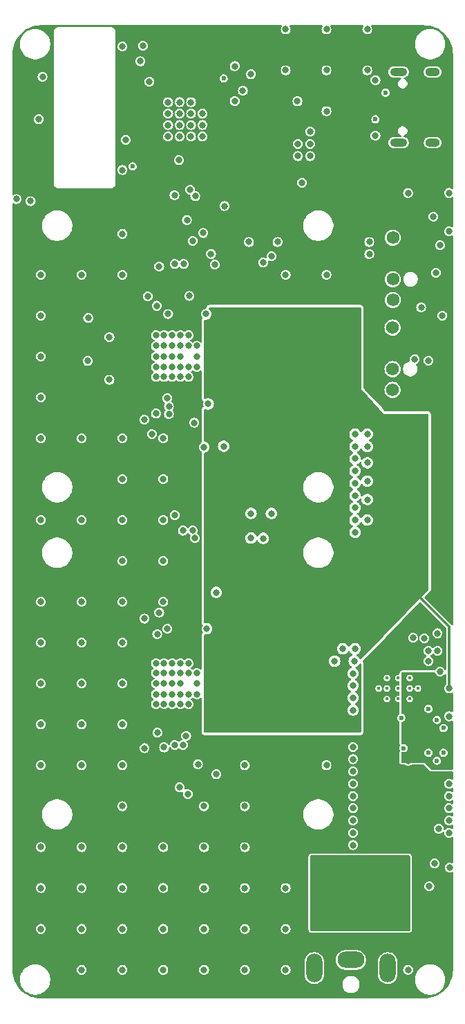
<source format=gbr>
%TF.GenerationSoftware,KiCad,Pcbnew,8.0.4*%
%TF.CreationDate,2024-11-04T19:08:52+01:00*%
%TF.ProjectId,BitForgeNano,42697446-6f72-4676-954e-616e6f2e6b69,rev?*%
%TF.SameCoordinates,Original*%
%TF.FileFunction,Copper,L4,Inr*%
%TF.FilePolarity,Positive*%
%FSLAX46Y46*%
G04 Gerber Fmt 4.6, Leading zero omitted, Abs format (unit mm)*
G04 Created by KiCad (PCBNEW 8.0.4) date 2024-11-04 19:08:52*
%MOMM*%
%LPD*%
G01*
G04 APERTURE LIST*
%TA.AperFunction,ComponentPad*%
%ADD10O,2.100000X1.000000*%
%TD*%
%TA.AperFunction,ComponentPad*%
%ADD11O,1.800000X1.000000*%
%TD*%
%TA.AperFunction,ComponentPad*%
%ADD12R,4.000000X2.000000*%
%TD*%
%TA.AperFunction,ComponentPad*%
%ADD13O,2.000000X3.500000*%
%TD*%
%TA.AperFunction,ComponentPad*%
%ADD14O,3.300000X2.000000*%
%TD*%
%TA.AperFunction,ComponentPad*%
%ADD15C,1.574800*%
%TD*%
%TA.AperFunction,ComponentPad*%
%ADD16C,0.400000*%
%TD*%
%TA.AperFunction,ViaPad*%
%ADD17C,0.800000*%
%TD*%
%TA.AperFunction,ViaPad*%
%ADD18C,0.600000*%
%TD*%
%TA.AperFunction,Conductor*%
%ADD19C,0.300000*%
%TD*%
G04 APERTURE END LIST*
D10*
%TO.N,GND*%
%TO.C,J5*%
X92830000Y-60845000D03*
D11*
X97010000Y-60845000D03*
D10*
X92830000Y-52205000D03*
D11*
X97010000Y-52205000D03*
%TD*%
D12*
%TO.N,VIN*%
%TO.C,J1*%
X87000000Y-154800000D03*
D13*
%TO.N,GND*%
X82500000Y-161800000D03*
D14*
X87000000Y-160800000D03*
D13*
X91500000Y-161800000D03*
%TD*%
D15*
%TO.N,GND*%
%TO.C,J8*%
X92100000Y-83460000D03*
%TO.N,+5V*%
X92100000Y-86000000D03*
%TO.N,/Fan/FAN2_TACH*%
X92100000Y-88540000D03*
%TO.N,/Fan/FAN2_PWM*%
X92100000Y-91080000D03*
%TD*%
D16*
%TO.N,GND*%
%TO.C,U12*%
X94200000Y-126320000D03*
X92800000Y-126320000D03*
X91400000Y-126320000D03*
X95200000Y-127600000D03*
X94200000Y-127600000D03*
X92800000Y-127600000D03*
X91400000Y-127600000D03*
X90400000Y-127600000D03*
X94200000Y-128880000D03*
X92800000Y-128880000D03*
X91400000Y-128880000D03*
%TD*%
D15*
%TO.N,GND*%
%TO.C,J6*%
X92138851Y-72479400D03*
%TO.N,+5V*%
X92138851Y-75019400D03*
%TO.N,/Fan/FAN1_TACH*%
X92138851Y-77559400D03*
%TO.N,/Fan/FAN1_PWM*%
X92138851Y-80099400D03*
%TD*%
D17*
%TO.N,VDD*%
X74250000Y-102500000D03*
X74250000Y-98000000D03*
X74250000Y-95750000D03*
X74250000Y-93500000D03*
X74250000Y-100250000D03*
X74250000Y-91250000D03*
X74250000Y-86750000D03*
X74250000Y-84500000D03*
X74250000Y-82250000D03*
X74250000Y-89000000D03*
X74250000Y-121000000D03*
X74250000Y-116500000D03*
X74250000Y-114250000D03*
X74250000Y-112000000D03*
X74250000Y-118750000D03*
X74250000Y-132250000D03*
X74250000Y-127750000D03*
X74250000Y-125500000D03*
X74250000Y-123250000D03*
X74250000Y-130000000D03*
X82000000Y-132250000D03*
X77500000Y-132250000D03*
X79750000Y-132250000D03*
X82000000Y-130000000D03*
X77500000Y-130000000D03*
X79750000Y-130000000D03*
X82000000Y-127750000D03*
X77500000Y-127750000D03*
X79750000Y-127750000D03*
X82000000Y-125500000D03*
X77500000Y-125500000D03*
X79750000Y-125500000D03*
X77500000Y-123250000D03*
X82000000Y-123250000D03*
X79750000Y-123250000D03*
X84250000Y-116000000D03*
X84250000Y-107000000D03*
X82000000Y-107000000D03*
X79750000Y-107000000D03*
X79750000Y-100250000D03*
X84250000Y-95750000D03*
X82000000Y-98000000D03*
X84250000Y-98000000D03*
X79750000Y-95750000D03*
X82000000Y-95750000D03*
X79750000Y-98000000D03*
X84250000Y-91250000D03*
X82000000Y-93500000D03*
X84250000Y-93500000D03*
X79750000Y-91250000D03*
X82000000Y-91250000D03*
X79750000Y-93500000D03*
X84250000Y-86750000D03*
X82000000Y-89000000D03*
X84250000Y-89000000D03*
X79750000Y-86750000D03*
X82000000Y-86750000D03*
X79750000Y-89000000D03*
X84250000Y-84500000D03*
X79750000Y-84500000D03*
X82000000Y-84500000D03*
X82000000Y-82250000D03*
X79750000Y-82250000D03*
X84250000Y-82250000D03*
%TO.N,GND*%
X49000000Y-152000000D03*
X64500000Y-120300000D03*
X54000000Y-77000000D03*
X64600000Y-58700000D03*
X66000000Y-60100000D03*
X69000000Y-147000000D03*
X54000000Y-162000000D03*
X84000000Y-137000000D03*
X63100000Y-124500000D03*
X65100000Y-84400000D03*
X67100000Y-125700000D03*
X57400000Y-89850000D03*
X65100000Y-89500000D03*
X67100000Y-88300000D03*
X65100000Y-127000000D03*
X89000000Y-100000000D03*
X65100000Y-129500000D03*
X64000000Y-157000000D03*
X89000000Y-104500000D03*
X87250000Y-140750000D03*
X69306000Y-120300000D03*
X99000000Y-142250000D03*
X54000000Y-97000000D03*
X65100000Y-128300000D03*
X64100000Y-127000000D03*
X64100000Y-88300000D03*
X49000000Y-147000000D03*
X54000000Y-157000000D03*
X63100000Y-125700000D03*
X59000000Y-162000000D03*
X87250000Y-130250000D03*
X87500000Y-105500000D03*
X87500000Y-96500000D03*
X74000000Y-157000000D03*
X49000000Y-132000000D03*
X87500000Y-107000000D03*
X71400000Y-97987500D03*
X67100000Y-124500000D03*
X66100000Y-88300000D03*
X79000000Y-52000000D03*
X87250000Y-146750000D03*
X49000000Y-77000000D03*
X89000000Y-96500000D03*
X67400000Y-55900000D03*
X65100000Y-124500000D03*
X59000000Y-107000000D03*
X87500000Y-102500000D03*
X94000000Y-162000000D03*
X59000000Y-152000000D03*
X97916431Y-125529246D03*
X64000000Y-97000000D03*
X59000000Y-97000000D03*
X66100000Y-87000000D03*
X59400000Y-60500000D03*
X65100000Y-125700000D03*
X67100000Y-89500000D03*
X59000000Y-117000000D03*
X68100000Y-87000000D03*
X68800000Y-60100000D03*
X59000000Y-112000000D03*
X59000000Y-102000000D03*
X94800000Y-87325000D03*
X65100000Y-85700000D03*
X64000000Y-147000000D03*
X63500000Y-118305000D03*
X54000000Y-107000000D03*
X87250000Y-136250000D03*
X74000000Y-162000000D03*
X59000000Y-64200000D03*
X49000000Y-97000000D03*
X67100000Y-128300000D03*
X84000000Y-77000000D03*
X87500000Y-98000000D03*
X59000000Y-142000000D03*
X59000000Y-49100000D03*
X87250000Y-145250000D03*
X90000000Y-60000000D03*
X64600000Y-57300000D03*
X69000000Y-162000000D03*
X71500000Y-68600000D03*
X67100000Y-85700000D03*
X59000000Y-127000000D03*
X64000000Y-107000000D03*
X57400000Y-84620000D03*
X54000000Y-152000000D03*
X46000000Y-67750000D03*
X66100000Y-89500000D03*
X97900000Y-73400000D03*
X64600000Y-55900000D03*
X89000000Y-47000000D03*
X63100000Y-85700000D03*
X87250000Y-125750000D03*
X68100000Y-128300000D03*
X87500000Y-108500000D03*
X64000000Y-162000000D03*
X79000000Y-162000000D03*
X84000000Y-47000000D03*
X64100000Y-89500000D03*
X99000000Y-145250000D03*
X87250000Y-128750000D03*
X54000000Y-127000000D03*
X63500000Y-76000000D03*
X87500000Y-99500000D03*
X49000000Y-157000000D03*
X66000000Y-58700000D03*
X65400000Y-75700000D03*
X68800000Y-58700000D03*
X68250000Y-136850000D03*
X64600000Y-81800000D03*
X81000000Y-65750000D03*
X59000000Y-72000000D03*
X89000000Y-52000000D03*
X59000000Y-77000000D03*
X64100000Y-124500000D03*
X99000000Y-139250000D03*
X66100000Y-129500000D03*
X59000000Y-137000000D03*
X70500000Y-138100000D03*
X59000000Y-132000000D03*
X54000000Y-122000000D03*
X64500000Y-92100000D03*
X68945000Y-98080000D03*
X59000000Y-147000000D03*
X89000000Y-107000000D03*
X54000000Y-117000000D03*
X63100000Y-88300000D03*
X70300000Y-75750000D03*
X99000000Y-143750000D03*
X87250000Y-143750000D03*
X99000000Y-67000000D03*
X63100000Y-129500000D03*
X68100000Y-125700000D03*
X54800000Y-82300000D03*
X84000000Y-57000000D03*
X49000000Y-82000000D03*
X74000000Y-152000000D03*
X69500000Y-92800000D03*
X87500000Y-104000000D03*
X99000000Y-140750000D03*
X64600000Y-60100000D03*
X63100000Y-89500000D03*
X54000000Y-147000000D03*
X63100000Y-128300000D03*
X66100000Y-128300000D03*
X69000000Y-142000000D03*
X54750000Y-87550000D03*
X69206000Y-81800000D03*
X69000000Y-152000000D03*
X64100000Y-84400000D03*
X80439800Y-55800000D03*
X69000000Y-157000000D03*
X87500000Y-101000000D03*
X89000000Y-98000000D03*
X59000000Y-157000000D03*
X54000000Y-132000000D03*
X65100000Y-87000000D03*
X67400000Y-58700000D03*
X66000000Y-57300000D03*
X49000000Y-107000000D03*
X66100000Y-84400000D03*
X68800000Y-57300000D03*
X66100000Y-127000000D03*
X94000000Y-67000000D03*
X64000000Y-112000000D03*
X61200000Y-50900000D03*
X49000000Y-117000000D03*
X64100000Y-85700000D03*
X63100000Y-84400000D03*
X68100000Y-85700000D03*
X66100000Y-125700000D03*
X49000000Y-137000000D03*
X63100000Y-127000000D03*
X66000000Y-55900000D03*
X67400000Y-60100000D03*
X70500000Y-115855000D03*
X49000000Y-127000000D03*
X65375000Y-67300000D03*
X64100000Y-129500000D03*
X64000000Y-102000000D03*
X87250000Y-142250000D03*
X64100000Y-87000000D03*
X66400000Y-108300000D03*
X87250000Y-134750000D03*
X67100000Y-84400000D03*
X68100000Y-127000000D03*
X74000000Y-137000000D03*
X49000000Y-92000000D03*
X66100000Y-124500000D03*
X64000000Y-117000000D03*
X64000000Y-152000000D03*
X87250000Y-127250000D03*
X67400000Y-57300000D03*
X65100000Y-88300000D03*
X89000000Y-102250000D03*
X49000000Y-87000000D03*
X90000000Y-53200000D03*
X79000000Y-152000000D03*
X74000000Y-147000000D03*
X59000000Y-122000000D03*
X87250000Y-139250000D03*
X84000000Y-52000000D03*
X79000000Y-157000000D03*
X74000000Y-142000000D03*
X64100000Y-125700000D03*
X66100000Y-85700000D03*
X68100000Y-88300000D03*
X87250000Y-137750000D03*
X67100000Y-129500000D03*
X54000000Y-137000000D03*
X97100000Y-69900000D03*
X49000000Y-122000000D03*
X79000000Y-47000000D03*
X63100000Y-87000000D03*
X64100000Y-128300000D03*
%TO.N,VDD*%
X92500000Y-110000000D03*
X72600000Y-84500000D03*
X91000000Y-110000000D03*
X70600000Y-128300000D03*
X96000000Y-104000000D03*
X95500000Y-110000000D03*
X90500000Y-105500000D03*
X90500000Y-108500000D03*
X91000000Y-96500000D03*
X71600000Y-128300000D03*
X69600000Y-128300000D03*
X71600000Y-85680000D03*
X92500000Y-116000000D03*
X94000000Y-110000000D03*
X94000000Y-108500000D03*
X71600000Y-87000000D03*
X70600000Y-124500000D03*
X70600000Y-89500000D03*
X69600000Y-127000000D03*
X90500000Y-107000000D03*
X94000000Y-104000000D03*
X69600000Y-85680000D03*
X96000000Y-102500000D03*
X72600000Y-128300000D03*
X72600000Y-87000000D03*
X94000000Y-99500000D03*
X70600000Y-88300000D03*
X94000000Y-113000000D03*
X92500000Y-108500000D03*
X70600000Y-84400000D03*
X92500000Y-102500000D03*
X70600000Y-85680000D03*
X92500000Y-95000000D03*
X72600000Y-88300000D03*
X72600000Y-85700000D03*
X94000000Y-96500000D03*
X92500000Y-104000000D03*
X96000000Y-107000000D03*
X71600000Y-124500000D03*
X92500000Y-105500000D03*
X92500000Y-114500000D03*
X94000000Y-116000000D03*
X70600000Y-127000000D03*
X72600000Y-89500000D03*
X91000000Y-114500000D03*
X92500000Y-99500000D03*
X91000000Y-95000000D03*
X71600000Y-89500000D03*
X91000000Y-116000000D03*
X94000000Y-95000000D03*
X94000000Y-105500000D03*
X94000000Y-107000000D03*
X72600000Y-129500000D03*
X94000000Y-111500000D03*
X69600000Y-88300000D03*
X70600000Y-129500000D03*
X94000000Y-98000000D03*
X71600000Y-127000000D03*
X72600000Y-125700000D03*
X92500000Y-107000000D03*
X90500000Y-102500000D03*
X92500000Y-101000000D03*
X94000000Y-101000000D03*
X72600000Y-124500000D03*
X71600000Y-125700000D03*
X69600000Y-125700000D03*
X69600000Y-87000000D03*
X96000000Y-105500000D03*
X71600000Y-129500000D03*
X94000000Y-114500000D03*
X92500000Y-98000000D03*
X70600000Y-87000000D03*
X94000000Y-102500000D03*
X96000000Y-108500000D03*
X92500000Y-96500000D03*
X72600000Y-127000000D03*
X99000000Y-127600000D03*
X71600000Y-84400000D03*
X90500000Y-104000000D03*
X95500000Y-95000000D03*
X71600000Y-88300000D03*
X70600000Y-125700000D03*
%TO.N,/Domain/0V8*%
X63280000Y-133000000D03*
X62600000Y-96487500D03*
X63260000Y-120955000D03*
X63100000Y-93987500D03*
X63200000Y-80800000D03*
D18*
%TO.N,Net-(J5-CC1)*%
X90000000Y-58000000D03*
%TO.N,Net-(J5-CC2)*%
X91250000Y-54750000D03*
D17*
%TO.N,/ESP32/IO0*%
X49200000Y-52800000D03*
X62300000Y-53400000D03*
%TO.N,/Domain/1V2*%
X61700000Y-134900000D03*
X62100000Y-79650000D03*
X61670000Y-94737500D03*
X67797488Y-95102512D03*
X61700000Y-119055000D03*
%TO.N,/Power/AGND*%
X99050000Y-137000000D03*
X97457193Y-126607193D03*
X94000000Y-136450000D03*
%TO.N,Net-(U3-RI)*%
X66000000Y-139700000D03*
%TO.N,Net-(U12-BP1V5)*%
X97600000Y-123000000D03*
X99050000Y-131000000D03*
D18*
%TO.N,Net-(U12-EN{slash}UVLO)*%
X93150000Y-131200000D03*
X93450000Y-134900000D03*
D17*
%TO.N,/Domain/I_RO*%
X66500000Y-75700000D03*
%TO.N,/Domain/CLKI*%
X67198000Y-79600000D03*
%TO.N,/TX*%
X67300000Y-66600000D03*
%TO.N,/RX*%
X67917500Y-67400000D03*
%TO.N,/RST*%
X65900000Y-63000000D03*
%TO.N,/Domain/I_CI*%
X67600000Y-72850000D03*
%TO.N,/Domain/I_NRSTI*%
X68900000Y-71900000D03*
D18*
%TO.N,Net-(U12-MSEL1)*%
X96500000Y-135450000D03*
X96500000Y-130100000D03*
D17*
%TO.N,/Power/SMB_ALRT*%
X72750000Y-55750000D03*
X74500000Y-73000000D03*
X78000000Y-73000000D03*
X94600000Y-121400000D03*
%TO.N,/ESP32/VDD_SAMPLE_0*%
X61500000Y-49000000D03*
%TO.N,/Fan/FAN1_TACH*%
X98200000Y-82000000D03*
%TO.N,/Fan/FAN1_PWM*%
X95600000Y-81000000D03*
D18*
%TO.N,Net-(U12-ADRSEL)*%
X97540000Y-136450000D03*
X97540000Y-131450000D03*
%TO.N,Net-(U12-VSEL)*%
X98330000Y-132432407D03*
X98330000Y-135450000D03*
D17*
%TO.N,/SCL*%
X89250000Y-73000000D03*
X74750000Y-106200000D03*
X96500000Y-123000000D03*
X77250000Y-106200000D03*
X65400000Y-106400000D03*
X97750000Y-144750000D03*
X77250000Y-74750000D03*
X87500000Y-122750000D03*
X86000000Y-122750000D03*
X72750000Y-51500000D03*
%TO.N,/SDA*%
X76250000Y-109250000D03*
X76250000Y-75500000D03*
X85000000Y-124250000D03*
X89250000Y-74500000D03*
X67875000Y-109212500D03*
X74750000Y-52500000D03*
X96500000Y-124250000D03*
X97250000Y-149000000D03*
X87400000Y-124250000D03*
X74750000Y-109212500D03*
%TO.N,VIN*%
X93750000Y-152500000D03*
X93750000Y-154250000D03*
X90250000Y-152500000D03*
X92000000Y-152500000D03*
X92000000Y-154250000D03*
X90250000Y-156000000D03*
X90250000Y-154250000D03*
X92000000Y-156000000D03*
X93750000Y-156000000D03*
%TO.N,Net-(U3-CO)*%
X67000000Y-140500000D03*
%TO.N,Net-(U3-CLKO)*%
X66800000Y-133400000D03*
%TO.N,Net-(U3-BO)*%
X66400000Y-134500000D03*
%TO.N,Net-(U3-TEMP_N)*%
X65400000Y-134500000D03*
%TO.N,3V3*%
X67600000Y-108300000D03*
X66900000Y-70300000D03*
D18*
X71400000Y-53000000D03*
D17*
X82000000Y-62500000D03*
X48750000Y-58000000D03*
X96500000Y-87500000D03*
X97400000Y-76750000D03*
D18*
X60250000Y-63750000D03*
D17*
X99100000Y-149500000D03*
X80500000Y-61000000D03*
X47750000Y-68000000D03*
X96000000Y-121450000D03*
X69850000Y-74450000D03*
X82000000Y-59500000D03*
X80500000Y-62500000D03*
X82000000Y-61000000D03*
X99000000Y-71700000D03*
%TO.N,Net-(U3-TEMP_P)*%
X64100000Y-134800000D03*
%TO.N,+5V*%
X90250000Y-134750000D03*
X80500000Y-58250000D03*
X91500000Y-136250000D03*
X90250000Y-136250000D03*
X89000000Y-133250000D03*
X56075000Y-83750000D03*
X89000000Y-131750000D03*
X90250000Y-131750000D03*
X56075000Y-89050000D03*
X90250000Y-133250000D03*
X89000000Y-134750000D03*
X91500000Y-133250000D03*
X91500000Y-134750000D03*
X89000000Y-136250000D03*
%TO.N,/Power/PGOOD*%
X79000000Y-77000000D03*
X97600000Y-120850000D03*
%TO.N,Net-(U9-TEMP_N)*%
X64700000Y-94037500D03*
%TO.N,Net-(U9-TEMP_P)*%
X64700000Y-93087497D03*
%TO.N,/ESP32/INA_ALRT*%
X96600000Y-151800000D03*
X73750000Y-54500000D03*
%TD*%
D19*
%TO.N,VDD*%
X99000000Y-127600000D02*
X99000000Y-120000000D01*
X99000000Y-120000000D02*
X95000000Y-116000000D01*
X95000000Y-116000000D02*
X94000000Y-116000000D01*
%TD*%
%TA.AperFunction,Conductor*%
%TO.N,VIN*%
G36*
X94193039Y-148019685D02*
G01*
X94238794Y-148072489D01*
X94250000Y-148124000D01*
X94250000Y-157126000D01*
X94230315Y-157193039D01*
X94177511Y-157238794D01*
X94126000Y-157250000D01*
X82124000Y-157250000D01*
X82056961Y-157230315D01*
X82011206Y-157177511D01*
X82000000Y-157126000D01*
X82000000Y-148124000D01*
X82019685Y-148056961D01*
X82072489Y-148011206D01*
X82124000Y-148000000D01*
X94126000Y-148000000D01*
X94193039Y-148019685D01*
G37*
%TD.AperFunction*%
%TD*%
%TA.AperFunction,Conductor*%
%TO.N,VDD*%
G36*
X88193039Y-81019685D02*
G01*
X88238794Y-81072489D01*
X88250000Y-81124000D01*
X88250000Y-91000000D01*
X90504807Y-93459790D01*
X91000000Y-94000000D01*
X96376000Y-94000000D01*
X96443039Y-94019685D01*
X96488794Y-94072489D01*
X96500000Y-94124000D01*
X96500000Y-115449718D01*
X96480315Y-115516757D01*
X96464980Y-115536081D01*
X88245122Y-124005024D01*
X88184305Y-124039420D01*
X88114547Y-124035477D01*
X88057995Y-123994445D01*
X88040202Y-123962636D01*
X88024818Y-123922070D01*
X87928183Y-123782071D01*
X87800852Y-123669266D01*
X87792100Y-123664672D01*
X87736569Y-123635527D01*
X87686357Y-123586942D01*
X87670383Y-123518923D01*
X87693719Y-123453065D01*
X87744018Y-123414103D01*
X87743584Y-123413276D01*
X87748242Y-123410831D01*
X87748955Y-123410279D01*
X87750215Y-123409792D01*
X87750225Y-123409790D01*
X87750234Y-123409784D01*
X87750237Y-123409784D01*
X87900849Y-123330736D01*
X87900850Y-123330734D01*
X87900852Y-123330734D01*
X88028183Y-123217929D01*
X88124818Y-123077930D01*
X88185140Y-122918872D01*
X88205645Y-122750000D01*
X88185140Y-122581128D01*
X88124818Y-122422070D01*
X88028183Y-122282071D01*
X87900852Y-122169266D01*
X87900849Y-122169263D01*
X87750226Y-122090210D01*
X87585056Y-122049500D01*
X87414944Y-122049500D01*
X87249773Y-122090210D01*
X87099150Y-122169263D01*
X86971816Y-122282072D01*
X86875183Y-122422067D01*
X86865942Y-122446435D01*
X86823763Y-122502137D01*
X86758166Y-122526194D01*
X86689975Y-122510967D01*
X86640843Y-122461290D01*
X86634058Y-122446435D01*
X86624818Y-122422070D01*
X86528183Y-122282071D01*
X86400852Y-122169266D01*
X86400849Y-122169263D01*
X86250226Y-122090210D01*
X86085056Y-122049500D01*
X85914944Y-122049500D01*
X85749773Y-122090210D01*
X85599150Y-122169263D01*
X85471816Y-122282072D01*
X85375182Y-122422068D01*
X85314860Y-122581125D01*
X85314859Y-122581130D01*
X85294355Y-122750000D01*
X85314859Y-122918869D01*
X85314860Y-122918874D01*
X85375182Y-123077931D01*
X85437475Y-123168177D01*
X85471817Y-123217929D01*
X85577505Y-123311560D01*
X85599150Y-123330736D01*
X85749773Y-123409789D01*
X85749775Y-123409790D01*
X85914944Y-123450500D01*
X86085056Y-123450500D01*
X86250225Y-123409790D01*
X86336570Y-123364472D01*
X86400849Y-123330736D01*
X86400850Y-123330734D01*
X86400852Y-123330734D01*
X86528183Y-123217929D01*
X86624818Y-123077930D01*
X86634058Y-123053564D01*
X86676236Y-122997862D01*
X86741833Y-122973805D01*
X86810023Y-122989032D01*
X86859157Y-123038707D01*
X86865942Y-123053565D01*
X86875182Y-123077931D01*
X86937475Y-123168177D01*
X86971817Y-123217929D01*
X87099148Y-123330734D01*
X87099150Y-123330735D01*
X87163429Y-123364472D01*
X87213641Y-123413056D01*
X87229616Y-123481075D01*
X87206281Y-123546933D01*
X87155981Y-123585896D01*
X87156416Y-123586724D01*
X87151753Y-123589170D01*
X87151045Y-123589720D01*
X87149779Y-123590208D01*
X87149774Y-123590209D01*
X86999150Y-123669263D01*
X86871816Y-123782072D01*
X86775182Y-123922068D01*
X86714860Y-124081125D01*
X86714859Y-124081130D01*
X86694355Y-124250000D01*
X86714859Y-124418869D01*
X86714860Y-124418874D01*
X86775182Y-124577931D01*
X86803276Y-124618631D01*
X86871817Y-124717929D01*
X86999148Y-124830734D01*
X87046244Y-124855452D01*
X87096456Y-124904036D01*
X87112431Y-124972054D01*
X87089096Y-125037912D01*
X87033860Y-125080700D01*
X87018296Y-125085644D01*
X86999775Y-125090209D01*
X86999774Y-125090209D01*
X86849150Y-125169263D01*
X86721816Y-125282072D01*
X86625182Y-125422068D01*
X86564860Y-125581125D01*
X86564859Y-125581130D01*
X86544355Y-125750000D01*
X86564859Y-125918869D01*
X86564860Y-125918874D01*
X86625182Y-126077931D01*
X86687304Y-126167929D01*
X86721817Y-126217929D01*
X86827505Y-126311560D01*
X86849150Y-126330736D01*
X86962456Y-126390204D01*
X87012669Y-126438789D01*
X87028643Y-126506808D01*
X87005308Y-126572665D01*
X86962456Y-126609796D01*
X86849150Y-126669263D01*
X86721816Y-126782072D01*
X86625182Y-126922068D01*
X86564860Y-127081125D01*
X86564859Y-127081130D01*
X86544355Y-127250000D01*
X86564859Y-127418869D01*
X86564860Y-127418874D01*
X86625182Y-127577931D01*
X86667526Y-127639276D01*
X86721817Y-127717929D01*
X86827505Y-127811560D01*
X86849150Y-127830736D01*
X86962456Y-127890204D01*
X87012669Y-127938789D01*
X87028643Y-128006808D01*
X87005308Y-128072665D01*
X86962456Y-128109796D01*
X86849150Y-128169263D01*
X86721816Y-128282072D01*
X86625182Y-128422068D01*
X86564860Y-128581125D01*
X86564859Y-128581130D01*
X86544355Y-128750000D01*
X86564859Y-128918869D01*
X86564860Y-128918874D01*
X86625182Y-129077931D01*
X86677257Y-129153373D01*
X86721817Y-129217929D01*
X86827505Y-129311560D01*
X86849150Y-129330736D01*
X86962456Y-129390204D01*
X87012669Y-129438789D01*
X87028643Y-129506808D01*
X87005308Y-129572665D01*
X86962456Y-129609796D01*
X86849150Y-129669263D01*
X86721816Y-129782072D01*
X86625182Y-129922068D01*
X86564860Y-130081125D01*
X86564859Y-130081130D01*
X86544355Y-130250000D01*
X86564859Y-130418869D01*
X86564860Y-130418874D01*
X86625182Y-130577931D01*
X86650739Y-130614956D01*
X86721817Y-130717929D01*
X86827505Y-130811560D01*
X86849150Y-130830736D01*
X86975709Y-130897159D01*
X86999775Y-130909790D01*
X87164944Y-130950500D01*
X87335056Y-130950500D01*
X87500225Y-130909790D01*
X87579692Y-130868081D01*
X87650849Y-130830736D01*
X87650850Y-130830734D01*
X87650852Y-130830734D01*
X87778183Y-130717929D01*
X87874818Y-130577930D01*
X87935140Y-130418872D01*
X87955645Y-130250000D01*
X87935140Y-130081128D01*
X87874818Y-129922070D01*
X87778183Y-129782071D01*
X87650852Y-129669266D01*
X87650850Y-129669265D01*
X87650849Y-129669264D01*
X87537543Y-129609796D01*
X87487331Y-129561212D01*
X87471356Y-129493193D01*
X87494691Y-129427335D01*
X87537543Y-129390204D01*
X87567699Y-129374376D01*
X87650852Y-129330734D01*
X87778183Y-129217929D01*
X87874818Y-129077930D01*
X87935140Y-128918872D01*
X87955645Y-128750000D01*
X87935140Y-128581128D01*
X87874818Y-128422070D01*
X87778183Y-128282071D01*
X87650852Y-128169266D01*
X87650850Y-128169265D01*
X87650849Y-128169264D01*
X87537543Y-128109796D01*
X87487331Y-128061212D01*
X87471356Y-127993193D01*
X87494691Y-127927335D01*
X87537543Y-127890204D01*
X87569611Y-127873373D01*
X87650852Y-127830734D01*
X87778183Y-127717929D01*
X87874818Y-127577930D01*
X87935140Y-127418872D01*
X87955645Y-127250000D01*
X87935140Y-127081128D01*
X87874818Y-126922070D01*
X87778183Y-126782071D01*
X87650852Y-126669266D01*
X87650850Y-126669265D01*
X87650849Y-126669264D01*
X87537543Y-126609796D01*
X87487331Y-126561212D01*
X87471356Y-126493193D01*
X87494691Y-126427335D01*
X87537543Y-126390204D01*
X87567699Y-126374376D01*
X87650852Y-126330734D01*
X87778183Y-126217929D01*
X87874818Y-126077930D01*
X87935140Y-125918872D01*
X87955645Y-125750000D01*
X87935140Y-125581128D01*
X87874818Y-125422070D01*
X87778183Y-125282071D01*
X87650852Y-125169266D01*
X87650850Y-125169265D01*
X87650849Y-125169264D01*
X87603755Y-125144547D01*
X87553543Y-125095963D01*
X87537568Y-125027944D01*
X87560903Y-124962086D01*
X87616139Y-124919299D01*
X87631709Y-124914354D01*
X87650223Y-124909791D01*
X87650225Y-124909790D01*
X87800849Y-124830736D01*
X87800850Y-124830734D01*
X87800852Y-124830734D01*
X87928183Y-124717929D01*
X88023950Y-124579186D01*
X88078233Y-124535197D01*
X88147682Y-124527537D01*
X88210246Y-124558641D01*
X88246064Y-124618631D01*
X88250000Y-124649627D01*
X88250000Y-132876000D01*
X88230315Y-132943039D01*
X88177511Y-132988794D01*
X88126000Y-133000000D01*
X69124000Y-133000000D01*
X69056961Y-132980315D01*
X69011206Y-132927511D01*
X69000000Y-132876000D01*
X69000000Y-124250000D01*
X84294355Y-124250000D01*
X84314859Y-124418869D01*
X84314860Y-124418874D01*
X84375182Y-124577931D01*
X84403276Y-124618631D01*
X84471817Y-124717929D01*
X84577505Y-124811560D01*
X84599150Y-124830736D01*
X84738812Y-124904036D01*
X84749775Y-124909790D01*
X84914944Y-124950500D01*
X85085056Y-124950500D01*
X85250225Y-124909790D01*
X85353758Y-124855451D01*
X85400849Y-124830736D01*
X85400850Y-124830734D01*
X85400852Y-124830734D01*
X85528183Y-124717929D01*
X85624818Y-124577930D01*
X85685140Y-124418872D01*
X85705645Y-124250000D01*
X85685140Y-124081128D01*
X85624818Y-123922070D01*
X85528183Y-123782071D01*
X85400852Y-123669266D01*
X85400849Y-123669263D01*
X85250226Y-123590210D01*
X85085056Y-123549500D01*
X84914944Y-123549500D01*
X84749773Y-123590210D01*
X84599150Y-123669263D01*
X84471816Y-123782072D01*
X84375182Y-123922068D01*
X84314860Y-124081125D01*
X84314859Y-124081130D01*
X84294355Y-124250000D01*
X69000000Y-124250000D01*
X69000000Y-121104316D01*
X69019685Y-121037277D01*
X69072489Y-120991522D01*
X69141647Y-120981578D01*
X69153654Y-120983914D01*
X69220944Y-121000500D01*
X69220946Y-121000500D01*
X69391056Y-121000500D01*
X69556225Y-120959790D01*
X69635692Y-120918081D01*
X69706849Y-120880736D01*
X69706850Y-120880734D01*
X69706852Y-120880734D01*
X69834183Y-120767929D01*
X69930818Y-120627930D01*
X69991140Y-120468872D01*
X70011645Y-120300000D01*
X69991140Y-120131128D01*
X69930818Y-119972070D01*
X69834183Y-119832071D01*
X69706852Y-119719266D01*
X69706849Y-119719263D01*
X69556226Y-119640210D01*
X69391056Y-119599500D01*
X69220944Y-119599500D01*
X69153675Y-119616080D01*
X69083872Y-119613011D01*
X69026810Y-119572691D01*
X69000605Y-119507921D01*
X69000000Y-119495683D01*
X69000000Y-115855000D01*
X69794355Y-115855000D01*
X69814859Y-116023869D01*
X69814860Y-116023874D01*
X69875182Y-116182931D01*
X69937475Y-116273177D01*
X69971817Y-116322929D01*
X70077505Y-116416560D01*
X70099150Y-116435736D01*
X70249773Y-116514789D01*
X70249775Y-116514790D01*
X70414944Y-116555500D01*
X70585056Y-116555500D01*
X70750225Y-116514790D01*
X70829692Y-116473081D01*
X70900849Y-116435736D01*
X70900850Y-116435734D01*
X70900852Y-116435734D01*
X71028183Y-116322929D01*
X71124818Y-116182930D01*
X71185140Y-116023872D01*
X71205645Y-115855000D01*
X71185140Y-115686128D01*
X71124818Y-115527070D01*
X71117699Y-115516757D01*
X71071425Y-115449718D01*
X71028183Y-115387071D01*
X70900852Y-115274266D01*
X70900849Y-115274263D01*
X70750226Y-115195210D01*
X70585056Y-115154500D01*
X70414944Y-115154500D01*
X70249773Y-115195210D01*
X70099150Y-115274263D01*
X69971816Y-115387072D01*
X69875182Y-115527068D01*
X69814860Y-115686125D01*
X69814859Y-115686130D01*
X69794355Y-115855000D01*
X69000000Y-115855000D01*
X69000000Y-110878711D01*
X81149500Y-110878711D01*
X81149500Y-111121288D01*
X81181161Y-111361785D01*
X81243947Y-111596104D01*
X81336773Y-111820205D01*
X81336776Y-111820212D01*
X81458064Y-112030289D01*
X81458066Y-112030292D01*
X81458067Y-112030293D01*
X81605733Y-112222736D01*
X81605739Y-112222743D01*
X81777256Y-112394260D01*
X81777262Y-112394265D01*
X81969711Y-112541936D01*
X82179788Y-112663224D01*
X82403900Y-112756054D01*
X82638211Y-112818838D01*
X82818586Y-112842584D01*
X82878711Y-112850500D01*
X82878712Y-112850500D01*
X83121289Y-112850500D01*
X83169388Y-112844167D01*
X83361789Y-112818838D01*
X83596100Y-112756054D01*
X83820212Y-112663224D01*
X84030289Y-112541936D01*
X84222738Y-112394265D01*
X84394265Y-112222738D01*
X84541936Y-112030289D01*
X84663224Y-111820212D01*
X84756054Y-111596100D01*
X84818838Y-111361789D01*
X84850500Y-111121288D01*
X84850500Y-110878712D01*
X84818838Y-110638211D01*
X84756054Y-110403900D01*
X84663224Y-110179788D01*
X84541936Y-109969711D01*
X84435297Y-109830736D01*
X84394266Y-109777263D01*
X84394260Y-109777256D01*
X84222743Y-109605739D01*
X84222736Y-109605733D01*
X84030293Y-109458067D01*
X84030292Y-109458066D01*
X84030289Y-109458064D01*
X83820212Y-109336776D01*
X83820205Y-109336773D01*
X83596104Y-109243947D01*
X83361785Y-109181161D01*
X83121289Y-109149500D01*
X83121288Y-109149500D01*
X82878712Y-109149500D01*
X82878711Y-109149500D01*
X82638214Y-109181161D01*
X82403895Y-109243947D01*
X82179794Y-109336773D01*
X82179785Y-109336777D01*
X81969706Y-109458067D01*
X81777263Y-109605733D01*
X81777256Y-109605739D01*
X81605739Y-109777256D01*
X81605733Y-109777263D01*
X81458067Y-109969706D01*
X81336777Y-110179785D01*
X81336773Y-110179794D01*
X81243947Y-110403895D01*
X81181161Y-110638214D01*
X81149500Y-110878711D01*
X69000000Y-110878711D01*
X69000000Y-109212500D01*
X74044355Y-109212500D01*
X74064859Y-109381369D01*
X74064860Y-109381374D01*
X74125182Y-109540431D01*
X74151067Y-109577931D01*
X74221817Y-109680429D01*
X74327505Y-109774060D01*
X74349150Y-109793236D01*
X74499773Y-109872289D01*
X74499775Y-109872290D01*
X74664944Y-109913000D01*
X74835056Y-109913000D01*
X75000225Y-109872290D01*
X75079692Y-109830581D01*
X75150849Y-109793236D01*
X75150850Y-109793234D01*
X75150852Y-109793234D01*
X75278183Y-109680429D01*
X75374818Y-109540430D01*
X75376948Y-109534813D01*
X75419124Y-109479113D01*
X75484721Y-109455055D01*
X75552911Y-109470281D01*
X75602045Y-109519956D01*
X75608830Y-109534812D01*
X75625182Y-109577930D01*
X75625182Y-109577931D01*
X75644377Y-109605739D01*
X75721817Y-109717929D01*
X75827505Y-109811560D01*
X75849150Y-109830736D01*
X75928325Y-109872290D01*
X75999775Y-109909790D01*
X76164944Y-109950500D01*
X76335056Y-109950500D01*
X76500225Y-109909790D01*
X76579692Y-109868081D01*
X76650849Y-109830736D01*
X76650850Y-109830734D01*
X76650852Y-109830734D01*
X76778183Y-109717929D01*
X76874818Y-109577930D01*
X76935140Y-109418872D01*
X76955645Y-109250000D01*
X76935140Y-109081128D01*
X76874818Y-108922070D01*
X76848933Y-108884570D01*
X76809837Y-108827930D01*
X76778183Y-108782071D01*
X76650852Y-108669266D01*
X76650849Y-108669263D01*
X76500226Y-108590210D01*
X76335056Y-108549500D01*
X76164944Y-108549500D01*
X75999773Y-108590210D01*
X75849150Y-108669263D01*
X75721816Y-108782072D01*
X75625182Y-108922068D01*
X75625179Y-108922075D01*
X75623048Y-108927694D01*
X75580866Y-108983393D01*
X75515266Y-109007444D01*
X75447077Y-108992212D01*
X75397948Y-108942532D01*
X75391175Y-108927701D01*
X75374818Y-108884570D01*
X75278183Y-108744571D01*
X75150852Y-108631766D01*
X75150849Y-108631763D01*
X75000226Y-108552710D01*
X74835056Y-108512000D01*
X74664944Y-108512000D01*
X74499773Y-108552710D01*
X74349150Y-108631763D01*
X74221816Y-108744572D01*
X74125182Y-108884568D01*
X74064860Y-109043625D01*
X74064859Y-109043630D01*
X74044355Y-109212500D01*
X69000000Y-109212500D01*
X69000000Y-106200000D01*
X74044355Y-106200000D01*
X74064859Y-106368869D01*
X74064860Y-106368874D01*
X74125182Y-106527931D01*
X74187475Y-106618177D01*
X74221817Y-106667929D01*
X74270762Y-106711290D01*
X74349150Y-106780736D01*
X74499773Y-106859789D01*
X74499775Y-106859790D01*
X74664944Y-106900500D01*
X74835056Y-106900500D01*
X75000225Y-106859790D01*
X75079692Y-106818081D01*
X75150849Y-106780736D01*
X75150850Y-106780734D01*
X75150852Y-106780734D01*
X75278183Y-106667929D01*
X75374818Y-106527930D01*
X75435140Y-106368872D01*
X75455645Y-106200000D01*
X76544355Y-106200000D01*
X76564859Y-106368869D01*
X76564860Y-106368874D01*
X76625182Y-106527931D01*
X76687475Y-106618177D01*
X76721817Y-106667929D01*
X76770762Y-106711290D01*
X76849150Y-106780736D01*
X76999773Y-106859789D01*
X76999775Y-106859790D01*
X77164944Y-106900500D01*
X77335056Y-106900500D01*
X77500225Y-106859790D01*
X77579692Y-106818081D01*
X77650849Y-106780736D01*
X77650850Y-106780734D01*
X77650852Y-106780734D01*
X77778183Y-106667929D01*
X77874818Y-106527930D01*
X77935140Y-106368872D01*
X77955645Y-106200000D01*
X77935140Y-106031128D01*
X77874818Y-105872070D01*
X77778183Y-105732071D01*
X77650852Y-105619266D01*
X77650849Y-105619263D01*
X77500226Y-105540210D01*
X77335056Y-105499500D01*
X77164944Y-105499500D01*
X76999773Y-105540210D01*
X76849150Y-105619263D01*
X76721816Y-105732072D01*
X76625182Y-105872068D01*
X76564860Y-106031125D01*
X76564859Y-106031130D01*
X76544355Y-106200000D01*
X75455645Y-106200000D01*
X75435140Y-106031128D01*
X75374818Y-105872070D01*
X75278183Y-105732071D01*
X75150852Y-105619266D01*
X75150849Y-105619263D01*
X75000226Y-105540210D01*
X74835056Y-105499500D01*
X74664944Y-105499500D01*
X74499773Y-105540210D01*
X74349150Y-105619263D01*
X74221816Y-105732072D01*
X74125182Y-105872068D01*
X74064860Y-106031125D01*
X74064859Y-106031130D01*
X74044355Y-106200000D01*
X69000000Y-106200000D01*
X69000000Y-102878711D01*
X81149500Y-102878711D01*
X81149500Y-103121288D01*
X81181161Y-103361785D01*
X81243947Y-103596104D01*
X81336773Y-103820205D01*
X81336777Y-103820214D01*
X81348322Y-103840210D01*
X81458064Y-104030289D01*
X81458066Y-104030292D01*
X81458067Y-104030293D01*
X81605733Y-104222736D01*
X81605739Y-104222743D01*
X81777256Y-104394260D01*
X81777262Y-104394265D01*
X81969711Y-104541936D01*
X82179788Y-104663224D01*
X82403900Y-104756054D01*
X82638211Y-104818838D01*
X82818586Y-104842584D01*
X82878711Y-104850500D01*
X82878712Y-104850500D01*
X83121289Y-104850500D01*
X83169388Y-104844167D01*
X83361789Y-104818838D01*
X83596100Y-104756054D01*
X83820212Y-104663224D01*
X84030289Y-104541936D01*
X84222738Y-104394265D01*
X84394265Y-104222738D01*
X84541936Y-104030289D01*
X84663224Y-103820212D01*
X84756054Y-103596100D01*
X84818838Y-103361789D01*
X84850500Y-103121288D01*
X84850500Y-102878712D01*
X84818838Y-102638211D01*
X84756054Y-102403900D01*
X84663224Y-102179788D01*
X84541936Y-101969711D01*
X84394265Y-101777262D01*
X84394260Y-101777256D01*
X84222743Y-101605739D01*
X84222736Y-101605733D01*
X84030293Y-101458067D01*
X84030292Y-101458066D01*
X84030289Y-101458064D01*
X83820212Y-101336776D01*
X83820205Y-101336773D01*
X83596104Y-101243947D01*
X83361785Y-101181161D01*
X83121289Y-101149500D01*
X83121288Y-101149500D01*
X82878712Y-101149500D01*
X82878711Y-101149500D01*
X82638214Y-101181161D01*
X82403895Y-101243947D01*
X82179794Y-101336773D01*
X82179785Y-101336777D01*
X81969706Y-101458067D01*
X81777263Y-101605733D01*
X81777256Y-101605739D01*
X81605739Y-101777256D01*
X81605733Y-101777263D01*
X81458067Y-101969706D01*
X81336777Y-102179785D01*
X81336773Y-102179794D01*
X81243947Y-102403895D01*
X81181161Y-102638214D01*
X81149500Y-102878711D01*
X69000000Y-102878711D01*
X69000000Y-98885056D01*
X69019685Y-98818017D01*
X69072489Y-98772262D01*
X69094326Y-98764659D01*
X69195225Y-98739790D01*
X69345849Y-98660736D01*
X69345850Y-98660734D01*
X69345852Y-98660734D01*
X69473183Y-98547929D01*
X69569818Y-98407930D01*
X69630140Y-98248872D01*
X69650645Y-98080000D01*
X69639413Y-97987500D01*
X70694355Y-97987500D01*
X70714859Y-98156369D01*
X70714860Y-98156374D01*
X70775182Y-98315431D01*
X70837475Y-98405677D01*
X70871817Y-98455429D01*
X70976226Y-98547927D01*
X70999150Y-98568236D01*
X71136274Y-98640204D01*
X71149775Y-98647290D01*
X71314944Y-98688000D01*
X71485056Y-98688000D01*
X71650225Y-98647290D01*
X71777034Y-98580735D01*
X71800849Y-98568236D01*
X71800850Y-98568234D01*
X71800852Y-98568234D01*
X71928183Y-98455429D01*
X72024818Y-98315430D01*
X72085140Y-98156372D01*
X72105645Y-97987500D01*
X72085140Y-97818628D01*
X72024818Y-97659570D01*
X71928183Y-97519571D01*
X71814962Y-97419266D01*
X71800849Y-97406763D01*
X71650226Y-97327710D01*
X71485056Y-97287000D01*
X71314944Y-97287000D01*
X71149773Y-97327710D01*
X70999150Y-97406763D01*
X70871816Y-97519572D01*
X70775182Y-97659568D01*
X70714860Y-97818625D01*
X70714859Y-97818630D01*
X70694355Y-97987500D01*
X69639413Y-97987500D01*
X69630140Y-97911128D01*
X69569818Y-97752070D01*
X69473183Y-97612071D01*
X69345852Y-97499266D01*
X69345849Y-97499263D01*
X69195226Y-97420210D01*
X69094325Y-97395340D01*
X69033944Y-97360183D01*
X69002156Y-97297964D01*
X69000000Y-97274943D01*
X69000000Y-96500000D01*
X86794355Y-96500000D01*
X86814859Y-96668869D01*
X86814860Y-96668874D01*
X86875182Y-96827931D01*
X86937475Y-96918177D01*
X86971817Y-96967929D01*
X87077505Y-97061560D01*
X87099150Y-97080736D01*
X87212456Y-97140204D01*
X87262669Y-97188789D01*
X87278643Y-97256808D01*
X87255308Y-97322665D01*
X87212456Y-97359796D01*
X87099150Y-97419263D01*
X86971816Y-97532072D01*
X86875182Y-97672068D01*
X86814860Y-97831125D01*
X86814859Y-97831130D01*
X86794355Y-98000000D01*
X86814859Y-98168869D01*
X86814860Y-98168874D01*
X86875182Y-98327931D01*
X86930402Y-98407930D01*
X86971817Y-98467929D01*
X87062119Y-98547929D01*
X87099150Y-98580736D01*
X87212456Y-98640204D01*
X87262669Y-98688789D01*
X87278643Y-98756808D01*
X87255308Y-98822665D01*
X87212456Y-98859796D01*
X87099150Y-98919263D01*
X86971816Y-99032072D01*
X86875182Y-99172068D01*
X86814860Y-99331125D01*
X86814859Y-99331130D01*
X86794355Y-99500000D01*
X86814859Y-99668869D01*
X86814860Y-99668874D01*
X86875182Y-99827931D01*
X86937475Y-99918177D01*
X86971817Y-99967929D01*
X87077505Y-100061560D01*
X87099150Y-100080736D01*
X87212456Y-100140204D01*
X87262669Y-100188789D01*
X87278643Y-100256808D01*
X87255308Y-100322665D01*
X87212456Y-100359796D01*
X87099150Y-100419263D01*
X86971816Y-100532072D01*
X86875182Y-100672068D01*
X86814860Y-100831125D01*
X86814859Y-100831130D01*
X86794355Y-101000000D01*
X86814859Y-101168869D01*
X86814860Y-101168874D01*
X86875182Y-101327931D01*
X86937475Y-101418177D01*
X86971817Y-101467929D01*
X87063892Y-101549500D01*
X87099150Y-101580736D01*
X87212456Y-101640204D01*
X87262669Y-101688789D01*
X87278643Y-101756808D01*
X87255308Y-101822665D01*
X87212456Y-101859796D01*
X87099150Y-101919263D01*
X86971816Y-102032072D01*
X86875182Y-102172068D01*
X86814860Y-102331125D01*
X86814859Y-102331130D01*
X86794355Y-102500000D01*
X86814859Y-102668869D01*
X86814860Y-102668874D01*
X86875182Y-102827931D01*
X86931686Y-102909789D01*
X86971817Y-102967929D01*
X87077505Y-103061560D01*
X87099150Y-103080736D01*
X87212456Y-103140204D01*
X87262669Y-103188789D01*
X87278643Y-103256808D01*
X87255308Y-103322665D01*
X87212456Y-103359796D01*
X87099150Y-103419263D01*
X86971816Y-103532072D01*
X86875182Y-103672068D01*
X86814860Y-103831125D01*
X86814859Y-103831130D01*
X86794355Y-104000000D01*
X86814859Y-104168869D01*
X86814860Y-104168874D01*
X86875182Y-104327931D01*
X86937475Y-104418177D01*
X86971817Y-104467929D01*
X87055354Y-104541936D01*
X87099150Y-104580736D01*
X87212456Y-104640204D01*
X87262669Y-104688789D01*
X87278643Y-104756808D01*
X87255308Y-104822665D01*
X87212456Y-104859796D01*
X87099150Y-104919263D01*
X86971816Y-105032072D01*
X86875182Y-105172068D01*
X86814860Y-105331125D01*
X86814859Y-105331130D01*
X86794355Y-105500000D01*
X86814859Y-105668869D01*
X86814860Y-105668874D01*
X86875182Y-105827931D01*
X86937475Y-105918177D01*
X86971817Y-105967929D01*
X87077505Y-106061560D01*
X87099150Y-106080736D01*
X87212456Y-106140204D01*
X87262669Y-106188789D01*
X87278643Y-106256808D01*
X87255308Y-106322665D01*
X87212456Y-106359796D01*
X87099150Y-106419263D01*
X86971816Y-106532072D01*
X86875182Y-106672068D01*
X86814860Y-106831125D01*
X86814859Y-106831130D01*
X86794355Y-107000000D01*
X86814859Y-107168869D01*
X86814860Y-107168874D01*
X86875182Y-107327931D01*
X86937475Y-107418177D01*
X86971817Y-107467929D01*
X87077505Y-107561560D01*
X87099150Y-107580736D01*
X87212456Y-107640204D01*
X87262669Y-107688789D01*
X87278643Y-107756808D01*
X87255308Y-107822665D01*
X87212456Y-107859796D01*
X87099150Y-107919263D01*
X86971816Y-108032072D01*
X86875182Y-108172068D01*
X86814860Y-108331125D01*
X86814859Y-108331130D01*
X86794355Y-108500000D01*
X86814859Y-108668869D01*
X86814860Y-108668874D01*
X86875182Y-108827931D01*
X86914278Y-108884570D01*
X86971817Y-108967929D01*
X87057264Y-109043628D01*
X87099150Y-109080736D01*
X87230169Y-109149500D01*
X87249775Y-109159790D01*
X87414944Y-109200500D01*
X87585056Y-109200500D01*
X87750225Y-109159790D01*
X87829692Y-109118081D01*
X87900849Y-109080736D01*
X87900850Y-109080734D01*
X87900852Y-109080734D01*
X88028183Y-108967929D01*
X88124818Y-108827930D01*
X88185140Y-108668872D01*
X88205645Y-108500000D01*
X88185140Y-108331128D01*
X88124818Y-108172070D01*
X88028183Y-108032071D01*
X87900852Y-107919266D01*
X87900850Y-107919265D01*
X87900849Y-107919264D01*
X87787543Y-107859796D01*
X87737331Y-107811212D01*
X87721356Y-107743193D01*
X87744691Y-107677335D01*
X87787543Y-107640204D01*
X87817699Y-107624376D01*
X87900852Y-107580734D01*
X88028183Y-107467929D01*
X88124818Y-107327930D01*
X88134058Y-107303564D01*
X88176236Y-107247862D01*
X88241833Y-107223805D01*
X88310023Y-107239032D01*
X88359157Y-107288707D01*
X88365942Y-107303565D01*
X88375182Y-107327931D01*
X88437475Y-107418177D01*
X88471817Y-107467929D01*
X88577505Y-107561560D01*
X88599150Y-107580736D01*
X88712457Y-107640204D01*
X88749775Y-107659790D01*
X88914944Y-107700500D01*
X89085056Y-107700500D01*
X89250225Y-107659790D01*
X89329692Y-107618081D01*
X89400849Y-107580736D01*
X89400850Y-107580734D01*
X89400852Y-107580734D01*
X89528183Y-107467929D01*
X89624818Y-107327930D01*
X89685140Y-107168872D01*
X89705645Y-107000000D01*
X89685140Y-106831128D01*
X89624818Y-106672070D01*
X89621958Y-106667927D01*
X89590476Y-106622318D01*
X89528183Y-106532071D01*
X89400852Y-106419266D01*
X89400849Y-106419263D01*
X89250226Y-106340210D01*
X89085056Y-106299500D01*
X88914944Y-106299500D01*
X88749773Y-106340210D01*
X88599150Y-106419263D01*
X88471816Y-106532072D01*
X88375183Y-106672067D01*
X88365942Y-106696435D01*
X88323763Y-106752137D01*
X88258166Y-106776194D01*
X88189975Y-106760967D01*
X88140843Y-106711290D01*
X88134058Y-106696435D01*
X88124818Y-106672070D01*
X88028183Y-106532071D01*
X87900852Y-106419266D01*
X87900850Y-106419265D01*
X87900849Y-106419264D01*
X87787543Y-106359796D01*
X87737331Y-106311212D01*
X87721356Y-106243193D01*
X87744691Y-106177335D01*
X87787543Y-106140204D01*
X87817699Y-106124376D01*
X87900852Y-106080734D01*
X88028183Y-105967929D01*
X88124818Y-105827930D01*
X88185140Y-105668872D01*
X88205645Y-105500000D01*
X88185140Y-105331128D01*
X88124818Y-105172070D01*
X88028183Y-105032071D01*
X87900852Y-104919266D01*
X87900850Y-104919265D01*
X87900849Y-104919264D01*
X87787543Y-104859796D01*
X87737331Y-104811212D01*
X87721356Y-104743193D01*
X87744691Y-104677335D01*
X87787543Y-104640204D01*
X87817699Y-104624376D01*
X87900852Y-104580734D01*
X88028183Y-104467929D01*
X88070112Y-104407184D01*
X88124392Y-104363196D01*
X88193840Y-104355536D01*
X88256406Y-104386639D01*
X88292223Y-104446629D01*
X88295257Y-104492565D01*
X88294355Y-104499997D01*
X88294355Y-104499999D01*
X88314859Y-104668869D01*
X88314860Y-104668874D01*
X88375182Y-104827931D01*
X88437475Y-104918177D01*
X88471817Y-104967929D01*
X88544219Y-105032071D01*
X88599150Y-105080736D01*
X88749773Y-105159789D01*
X88749775Y-105159790D01*
X88914944Y-105200500D01*
X89085056Y-105200500D01*
X89250225Y-105159790D01*
X89329692Y-105118081D01*
X89400849Y-105080736D01*
X89400850Y-105080734D01*
X89400852Y-105080734D01*
X89528183Y-104967929D01*
X89624818Y-104827930D01*
X89685140Y-104668872D01*
X89705645Y-104500000D01*
X89685140Y-104331128D01*
X89624818Y-104172070D01*
X89622608Y-104168869D01*
X89542883Y-104053368D01*
X89528183Y-104032071D01*
X89400852Y-103919266D01*
X89400849Y-103919263D01*
X89250226Y-103840210D01*
X89085056Y-103799500D01*
X88914944Y-103799500D01*
X88749773Y-103840210D01*
X88599150Y-103919263D01*
X88471815Y-104032072D01*
X88429888Y-104092814D01*
X88375605Y-104136804D01*
X88306156Y-104144463D01*
X88243592Y-104113359D01*
X88207775Y-104053368D01*
X88204743Y-104007425D01*
X88205645Y-104000000D01*
X88185140Y-103831128D01*
X88124818Y-103672070D01*
X88028183Y-103532071D01*
X87900852Y-103419266D01*
X87900850Y-103419265D01*
X87900849Y-103419264D01*
X87787543Y-103359796D01*
X87737331Y-103311212D01*
X87721356Y-103243193D01*
X87744691Y-103177335D01*
X87787543Y-103140204D01*
X87823584Y-103121288D01*
X87900852Y-103080734D01*
X88028183Y-102967929D01*
X88124818Y-102827930D01*
X88185140Y-102668872D01*
X88185140Y-102668865D01*
X88185724Y-102666499D01*
X88186630Y-102664942D01*
X88187800Y-102661858D01*
X88188312Y-102662052D01*
X88220876Y-102606116D01*
X88283093Y-102574323D01*
X88352622Y-102581215D01*
X88407388Y-102624602D01*
X88408151Y-102625694D01*
X88471817Y-102717929D01*
X88573072Y-102807633D01*
X88599150Y-102830736D01*
X88690561Y-102878712D01*
X88749775Y-102909790D01*
X88914944Y-102950500D01*
X89085056Y-102950500D01*
X89250225Y-102909790D01*
X89329692Y-102868081D01*
X89400849Y-102830736D01*
X89400850Y-102830734D01*
X89400852Y-102830734D01*
X89528183Y-102717929D01*
X89624818Y-102577930D01*
X89685140Y-102418872D01*
X89705645Y-102250000D01*
X89685140Y-102081128D01*
X89624818Y-101922070D01*
X89622881Y-101919264D01*
X89581833Y-101859796D01*
X89528183Y-101782071D01*
X89400852Y-101669266D01*
X89400849Y-101669263D01*
X89250226Y-101590210D01*
X89085056Y-101549500D01*
X88914944Y-101549500D01*
X88749773Y-101590210D01*
X88599150Y-101669263D01*
X88471816Y-101782072D01*
X88375182Y-101922068D01*
X88314857Y-102081134D01*
X88314271Y-102083514D01*
X88313365Y-102085069D01*
X88312200Y-102088142D01*
X88311688Y-102087948D01*
X88279112Y-102143893D01*
X88216891Y-102175678D01*
X88147363Y-102168779D01*
X88092602Y-102125384D01*
X88091826Y-102124273D01*
X88062043Y-102081125D01*
X88028183Y-102032071D01*
X87900852Y-101919266D01*
X87900850Y-101919265D01*
X87900849Y-101919264D01*
X87787543Y-101859796D01*
X87737331Y-101811212D01*
X87721356Y-101743193D01*
X87744691Y-101677335D01*
X87787543Y-101640204D01*
X87853217Y-101605735D01*
X87900852Y-101580734D01*
X88028183Y-101467929D01*
X88124818Y-101327930D01*
X88185140Y-101168872D01*
X88205645Y-101000000D01*
X88185140Y-100831128D01*
X88124818Y-100672070D01*
X88028183Y-100532071D01*
X87900852Y-100419266D01*
X87900850Y-100419265D01*
X87900849Y-100419264D01*
X87787543Y-100359796D01*
X87737331Y-100311212D01*
X87721356Y-100243193D01*
X87744691Y-100177335D01*
X87787543Y-100140204D01*
X87817699Y-100124376D01*
X87900852Y-100080734D01*
X88028183Y-99967929D01*
X88070112Y-99907184D01*
X88124392Y-99863196D01*
X88193840Y-99855536D01*
X88256406Y-99886639D01*
X88292223Y-99946629D01*
X88295257Y-99992565D01*
X88294355Y-99999997D01*
X88294355Y-99999999D01*
X88314859Y-100168869D01*
X88314860Y-100168874D01*
X88375182Y-100327931D01*
X88437475Y-100418177D01*
X88471817Y-100467929D01*
X88544219Y-100532071D01*
X88599150Y-100580736D01*
X88749773Y-100659789D01*
X88749775Y-100659790D01*
X88914944Y-100700500D01*
X89085056Y-100700500D01*
X89250225Y-100659790D01*
X89329692Y-100618081D01*
X89400849Y-100580736D01*
X89400850Y-100580734D01*
X89400852Y-100580734D01*
X89528183Y-100467929D01*
X89624818Y-100327930D01*
X89685140Y-100168872D01*
X89705645Y-100000000D01*
X89685140Y-99831128D01*
X89624818Y-99672070D01*
X89622608Y-99668869D01*
X89542883Y-99553368D01*
X89528183Y-99532071D01*
X89400852Y-99419266D01*
X89400849Y-99419263D01*
X89250226Y-99340210D01*
X89085056Y-99299500D01*
X88914944Y-99299500D01*
X88749773Y-99340210D01*
X88599150Y-99419263D01*
X88471815Y-99532072D01*
X88429888Y-99592814D01*
X88375605Y-99636804D01*
X88306156Y-99644463D01*
X88243592Y-99613359D01*
X88207775Y-99553368D01*
X88204743Y-99507425D01*
X88205645Y-99500000D01*
X88185140Y-99331128D01*
X88124818Y-99172070D01*
X88028183Y-99032071D01*
X87900852Y-98919266D01*
X87900850Y-98919265D01*
X87900849Y-98919264D01*
X87787543Y-98859796D01*
X87737331Y-98811212D01*
X87721356Y-98743193D01*
X87744691Y-98677335D01*
X87787543Y-98640204D01*
X87817699Y-98624376D01*
X87900852Y-98580734D01*
X88028183Y-98467929D01*
X88124818Y-98327930D01*
X88134058Y-98303564D01*
X88176236Y-98247862D01*
X88241833Y-98223805D01*
X88310023Y-98239032D01*
X88359157Y-98288707D01*
X88365942Y-98303565D01*
X88375182Y-98327931D01*
X88430402Y-98407930D01*
X88471817Y-98467929D01*
X88562119Y-98547929D01*
X88599150Y-98580736D01*
X88725958Y-98647290D01*
X88749775Y-98659790D01*
X88914944Y-98700500D01*
X89085056Y-98700500D01*
X89250225Y-98659790D01*
X89329692Y-98618081D01*
X89400849Y-98580736D01*
X89400850Y-98580734D01*
X89400852Y-98580734D01*
X89528183Y-98467929D01*
X89624818Y-98327930D01*
X89685140Y-98168872D01*
X89705645Y-98000000D01*
X89685140Y-97831128D01*
X89680399Y-97818628D01*
X89624817Y-97672068D01*
X89583403Y-97612071D01*
X89528183Y-97532071D01*
X89400852Y-97419266D01*
X89400850Y-97419265D01*
X89400849Y-97419264D01*
X89287543Y-97359796D01*
X89237331Y-97311212D01*
X89221356Y-97243193D01*
X89244691Y-97177335D01*
X89287543Y-97140204D01*
X89317699Y-97124376D01*
X89400852Y-97080734D01*
X89528183Y-96967929D01*
X89624818Y-96827930D01*
X89685140Y-96668872D01*
X89705645Y-96500000D01*
X89685140Y-96331128D01*
X89624818Y-96172070D01*
X89528183Y-96032071D01*
X89400852Y-95919266D01*
X89400849Y-95919263D01*
X89250226Y-95840210D01*
X89085056Y-95799500D01*
X88914944Y-95799500D01*
X88749773Y-95840210D01*
X88599150Y-95919263D01*
X88471816Y-96032072D01*
X88375183Y-96172067D01*
X88365942Y-96196435D01*
X88323763Y-96252137D01*
X88258166Y-96276194D01*
X88189975Y-96260967D01*
X88140843Y-96211290D01*
X88134058Y-96196435D01*
X88124818Y-96172070D01*
X88028183Y-96032071D01*
X87900852Y-95919266D01*
X87900849Y-95919263D01*
X87750226Y-95840210D01*
X87585056Y-95799500D01*
X87414944Y-95799500D01*
X87249773Y-95840210D01*
X87099150Y-95919263D01*
X86971816Y-96032072D01*
X86875182Y-96172068D01*
X86814860Y-96331125D01*
X86814859Y-96331130D01*
X86794355Y-96500000D01*
X69000000Y-96500000D01*
X69000000Y-93533818D01*
X69019685Y-93466779D01*
X69072489Y-93421024D01*
X69141647Y-93411080D01*
X69181623Y-93424020D01*
X69249775Y-93459790D01*
X69414944Y-93500500D01*
X69585056Y-93500500D01*
X69750225Y-93459790D01*
X69843033Y-93411080D01*
X69900849Y-93380736D01*
X69900850Y-93380734D01*
X69900852Y-93380734D01*
X70028183Y-93267929D01*
X70124818Y-93127930D01*
X70185140Y-92968872D01*
X70205645Y-92800000D01*
X70185140Y-92631128D01*
X70124818Y-92472070D01*
X70028183Y-92332071D01*
X69900852Y-92219266D01*
X69900849Y-92219263D01*
X69750226Y-92140210D01*
X69585056Y-92099500D01*
X69414944Y-92099500D01*
X69249773Y-92140210D01*
X69181626Y-92175977D01*
X69113118Y-92189703D01*
X69048064Y-92164210D01*
X69007120Y-92107595D01*
X69000000Y-92066181D01*
X69000000Y-82624500D01*
X69019685Y-82557461D01*
X69072489Y-82511706D01*
X69124000Y-82500500D01*
X69291056Y-82500500D01*
X69456225Y-82459790D01*
X69552716Y-82409147D01*
X69606849Y-82380736D01*
X69606850Y-82380734D01*
X69606852Y-82380734D01*
X69734183Y-82267929D01*
X69830818Y-82127930D01*
X69891140Y-81968872D01*
X69911645Y-81800000D01*
X69891140Y-81631128D01*
X69830818Y-81472070D01*
X69734183Y-81332071D01*
X69729509Y-81327930D01*
X69604086Y-81216815D01*
X69566959Y-81157626D01*
X69567727Y-81087761D01*
X69606144Y-81029401D01*
X69670015Y-81001076D01*
X69686313Y-81000000D01*
X88126000Y-81000000D01*
X88193039Y-81019685D01*
G37*
%TD.AperFunction*%
%TD*%
%TA.AperFunction,Conductor*%
%TO.N,+5V*%
G36*
X78425605Y-46500512D02*
G01*
X78483794Y-46519419D01*
X78519758Y-46568919D01*
X78519758Y-46630105D01*
X78504147Y-46659777D01*
X78475462Y-46697161D01*
X78414957Y-46843233D01*
X78414955Y-46843241D01*
X78394318Y-46999999D01*
X78394318Y-47000000D01*
X78414955Y-47156758D01*
X78414957Y-47156766D01*
X78475462Y-47302838D01*
X78475462Y-47302839D01*
X78571713Y-47428276D01*
X78571718Y-47428282D01*
X78697159Y-47524536D01*
X78697160Y-47524536D01*
X78697161Y-47524537D01*
X78830044Y-47579579D01*
X78843238Y-47585044D01*
X78960809Y-47600522D01*
X78999999Y-47605682D01*
X79000000Y-47605682D01*
X79000001Y-47605682D01*
X79031352Y-47601554D01*
X79156762Y-47585044D01*
X79302841Y-47524536D01*
X79428282Y-47428282D01*
X79524536Y-47302841D01*
X79585044Y-47156762D01*
X79605682Y-47000000D01*
X79585044Y-46843238D01*
X79560345Y-46783609D01*
X79524537Y-46697161D01*
X79524537Y-46697160D01*
X79495854Y-46659780D01*
X79475430Y-46602104D01*
X79492808Y-46543439D01*
X79541349Y-46506191D01*
X79574395Y-46500513D01*
X83425604Y-46500514D01*
X83483793Y-46519421D01*
X83519757Y-46568921D01*
X83519757Y-46630107D01*
X83504145Y-46659780D01*
X83475462Y-46697161D01*
X83414957Y-46843233D01*
X83414955Y-46843241D01*
X83394318Y-46999999D01*
X83394318Y-47000000D01*
X83414955Y-47156758D01*
X83414957Y-47156766D01*
X83475462Y-47302838D01*
X83475462Y-47302839D01*
X83571713Y-47428276D01*
X83571718Y-47428282D01*
X83697159Y-47524536D01*
X83697160Y-47524536D01*
X83697161Y-47524537D01*
X83830044Y-47579579D01*
X83843238Y-47585044D01*
X83960809Y-47600522D01*
X83999999Y-47605682D01*
X84000000Y-47605682D01*
X84000001Y-47605682D01*
X84031352Y-47601554D01*
X84156762Y-47585044D01*
X84302841Y-47524536D01*
X84428282Y-47428282D01*
X84524536Y-47302841D01*
X84585044Y-47156762D01*
X84605682Y-47000000D01*
X84585044Y-46843238D01*
X84560345Y-46783609D01*
X84524538Y-46697163D01*
X84524537Y-46697162D01*
X84524536Y-46697159D01*
X84495854Y-46659781D01*
X84475432Y-46602108D01*
X84492809Y-46543442D01*
X84541351Y-46506195D01*
X84574397Y-46500516D01*
X88425602Y-46500516D01*
X88483791Y-46519423D01*
X88519755Y-46568923D01*
X88519755Y-46630109D01*
X88504144Y-46659781D01*
X88475462Y-46697161D01*
X88414957Y-46843233D01*
X88414955Y-46843241D01*
X88394318Y-46999999D01*
X88394318Y-47000000D01*
X88414955Y-47156758D01*
X88414957Y-47156766D01*
X88475462Y-47302838D01*
X88475462Y-47302839D01*
X88571713Y-47428276D01*
X88571718Y-47428282D01*
X88697159Y-47524536D01*
X88697160Y-47524536D01*
X88697161Y-47524537D01*
X88830044Y-47579579D01*
X88843238Y-47585044D01*
X88960809Y-47600522D01*
X88999999Y-47605682D01*
X89000000Y-47605682D01*
X89000001Y-47605682D01*
X89031352Y-47601554D01*
X89156762Y-47585044D01*
X89302841Y-47524536D01*
X89428282Y-47428282D01*
X89524536Y-47302841D01*
X89585044Y-47156762D01*
X89605682Y-47000000D01*
X89585044Y-46843238D01*
X89560345Y-46783609D01*
X89524537Y-46697161D01*
X89524536Y-46697160D01*
X89524536Y-46697159D01*
X89495857Y-46659784D01*
X89475433Y-46602111D01*
X89492810Y-46543445D01*
X89541351Y-46506197D01*
X89574398Y-46500518D01*
X95914419Y-46500519D01*
X95914423Y-46500521D01*
X95934111Y-46500521D01*
X95997567Y-46500521D01*
X96002424Y-46500640D01*
X96031046Y-46502046D01*
X96338175Y-46517134D01*
X96347817Y-46518084D01*
X96677915Y-46567050D01*
X96687421Y-46568940D01*
X97011143Y-46650029D01*
X97020414Y-46652842D01*
X97334623Y-46765267D01*
X97343592Y-46768982D01*
X97645259Y-46911662D01*
X97653819Y-46916238D01*
X97940007Y-47087773D01*
X97940044Y-47087795D01*
X97948122Y-47093193D01*
X98216144Y-47291973D01*
X98223654Y-47298136D01*
X98470914Y-47522240D01*
X98477764Y-47529089D01*
X98701880Y-47776365D01*
X98708034Y-47783864D01*
X98906822Y-48051901D01*
X98912219Y-48059979D01*
X99041766Y-48276117D01*
X99083769Y-48346194D01*
X99088346Y-48354757D01*
X99225802Y-48645384D01*
X99231023Y-48656423D01*
X99234741Y-48665399D01*
X99347159Y-48979592D01*
X99349979Y-48988889D01*
X99431057Y-49312578D01*
X99432953Y-49322107D01*
X99481916Y-49652199D01*
X99482868Y-49661868D01*
X99489826Y-49803504D01*
X99499381Y-49998033D01*
X99499500Y-50002869D01*
X99499500Y-66425613D01*
X99480593Y-66483804D01*
X99431093Y-66519768D01*
X99369907Y-66519768D01*
X99340234Y-66504156D01*
X99302838Y-66475462D01*
X99156766Y-66414957D01*
X99156758Y-66414955D01*
X99000001Y-66394318D01*
X98999999Y-66394318D01*
X98843241Y-66414955D01*
X98843233Y-66414957D01*
X98697161Y-66475462D01*
X98697160Y-66475462D01*
X98571723Y-66571713D01*
X98571713Y-66571723D01*
X98475462Y-66697160D01*
X98475462Y-66697161D01*
X98414957Y-66843233D01*
X98414955Y-66843241D01*
X98394318Y-66999999D01*
X98394318Y-67000000D01*
X98414955Y-67156758D01*
X98414957Y-67156766D01*
X98475462Y-67302838D01*
X98475462Y-67302839D01*
X98561493Y-67414957D01*
X98571718Y-67428282D01*
X98697159Y-67524536D01*
X98697160Y-67524536D01*
X98697161Y-67524537D01*
X98774959Y-67556762D01*
X98843238Y-67585044D01*
X98960809Y-67600522D01*
X98999999Y-67605682D01*
X99000000Y-67605682D01*
X99000001Y-67605682D01*
X99031352Y-67601554D01*
X99156762Y-67585044D01*
X99302841Y-67524536D01*
X99340233Y-67495843D01*
X99397909Y-67475420D01*
X99456574Y-67492798D01*
X99493822Y-67541339D01*
X99499500Y-67574386D01*
X99499500Y-71125613D01*
X99480593Y-71183804D01*
X99431093Y-71219768D01*
X99369907Y-71219768D01*
X99340234Y-71204156D01*
X99302838Y-71175462D01*
X99156766Y-71114957D01*
X99156758Y-71114955D01*
X99000001Y-71094318D01*
X98999999Y-71094318D01*
X98843241Y-71114955D01*
X98843233Y-71114957D01*
X98697161Y-71175462D01*
X98697160Y-71175462D01*
X98571723Y-71271713D01*
X98571713Y-71271723D01*
X98475462Y-71397160D01*
X98475462Y-71397161D01*
X98414957Y-71543233D01*
X98414955Y-71543241D01*
X98394318Y-71699999D01*
X98394318Y-71700000D01*
X98414955Y-71856758D01*
X98414957Y-71856766D01*
X98475462Y-72002838D01*
X98475462Y-72002839D01*
X98571713Y-72128276D01*
X98571718Y-72128282D01*
X98697159Y-72224536D01*
X98843238Y-72285044D01*
X98960809Y-72300522D01*
X98999999Y-72305682D01*
X99000000Y-72305682D01*
X99000001Y-72305682D01*
X99031352Y-72301554D01*
X99156762Y-72285044D01*
X99302841Y-72224536D01*
X99340233Y-72195843D01*
X99397909Y-72175420D01*
X99456574Y-72192798D01*
X99493822Y-72241339D01*
X99499500Y-72274386D01*
X99499500Y-119794686D01*
X99480593Y-119852877D01*
X99431093Y-119888841D01*
X99369907Y-119888841D01*
X99320407Y-119852877D01*
X99314764Y-119844187D01*
X99280470Y-119784789D01*
X99280468Y-119784787D01*
X99215212Y-119719530D01*
X99215212Y-119719531D01*
X96044078Y-116548396D01*
X96016301Y-116493879D01*
X96025872Y-116433447D01*
X96043040Y-116409443D01*
X96684201Y-115748854D01*
X96704284Y-115725986D01*
X96719619Y-115706662D01*
X96722553Y-115702905D01*
X96773439Y-115602829D01*
X96793124Y-115535790D01*
X96805500Y-115449718D01*
X96805500Y-94124000D01*
X96798518Y-94059059D01*
X96787312Y-94007548D01*
X96776354Y-93969342D01*
X96719675Y-93872429D01*
X96673920Y-93819625D01*
X96629187Y-93777447D01*
X96626058Y-93775856D01*
X96529114Y-93726562D01*
X96529107Y-93726559D01*
X96462078Y-93706877D01*
X96462068Y-93706875D01*
X96397762Y-93697629D01*
X96376000Y-93694500D01*
X96375999Y-93694500D01*
X91177939Y-93694500D01*
X91119748Y-93675593D01*
X91104961Y-93662397D01*
X91010381Y-93559218D01*
X90773662Y-93300980D01*
X90773661Y-93300976D01*
X88737762Y-91079995D01*
X91107320Y-91079995D01*
X91107320Y-91080004D01*
X91126392Y-91273656D01*
X91126393Y-91273662D01*
X91182883Y-91459882D01*
X91274618Y-91631505D01*
X91398064Y-91781925D01*
X91398069Y-91781931D01*
X91548494Y-91905380D01*
X91548494Y-91905381D01*
X91548495Y-91905381D01*
X91548497Y-91905383D01*
X91720118Y-91997117D01*
X91849848Y-92036470D01*
X91906337Y-92053606D01*
X91906343Y-92053607D01*
X92099996Y-92072680D01*
X92100000Y-92072680D01*
X92100004Y-92072680D01*
X92293656Y-92053607D01*
X92293662Y-92053606D01*
X92479882Y-91997117D01*
X92651503Y-91905383D01*
X92801931Y-91781931D01*
X92925383Y-91631503D01*
X93017117Y-91459882D01*
X93073606Y-91273662D01*
X93092680Y-91080000D01*
X93092680Y-91079995D01*
X93073607Y-90886343D01*
X93073606Y-90886337D01*
X93056470Y-90829848D01*
X93017117Y-90700118D01*
X92925383Y-90528497D01*
X92801931Y-90378069D01*
X92651505Y-90254618D01*
X92479882Y-90162883D01*
X92293662Y-90106393D01*
X92293656Y-90106392D01*
X92100004Y-90087320D01*
X92099996Y-90087320D01*
X91906343Y-90106392D01*
X91906337Y-90106393D01*
X91720117Y-90162883D01*
X91548494Y-90254618D01*
X91548494Y-90254619D01*
X91398074Y-90378064D01*
X91398064Y-90378074D01*
X91274619Y-90528494D01*
X91274618Y-90528494D01*
X91182883Y-90700117D01*
X91126393Y-90886337D01*
X91126392Y-90886343D01*
X91107320Y-91079995D01*
X88737762Y-91079995D01*
X88581522Y-90909551D01*
X88556138Y-90853879D01*
X88555500Y-90842654D01*
X88555500Y-88539995D01*
X91107320Y-88539995D01*
X91107320Y-88540004D01*
X91126392Y-88733656D01*
X91126393Y-88733662D01*
X91182883Y-88919882D01*
X91274618Y-89091505D01*
X91394578Y-89237677D01*
X91398069Y-89241931D01*
X91548494Y-89365380D01*
X91548494Y-89365381D01*
X91548495Y-89365381D01*
X91548497Y-89365383D01*
X91720118Y-89457117D01*
X91849848Y-89496470D01*
X91906337Y-89513606D01*
X91906343Y-89513607D01*
X92099996Y-89532680D01*
X92100000Y-89532680D01*
X92100004Y-89532680D01*
X92293656Y-89513607D01*
X92293662Y-89513606D01*
X92479882Y-89457117D01*
X92651503Y-89365383D01*
X92801931Y-89241931D01*
X92925383Y-89091503D01*
X93017117Y-88919882D01*
X93073606Y-88733662D01*
X93074136Y-88728286D01*
X93092680Y-88540004D01*
X93092680Y-88539995D01*
X93083967Y-88451532D01*
X93361801Y-88451532D01*
X93361801Y-88628467D01*
X93396318Y-88801994D01*
X93396318Y-88801996D01*
X93464024Y-88965454D01*
X93464024Y-88965455D01*
X93554734Y-89101210D01*
X93562324Y-89112569D01*
X93687432Y-89237677D01*
X93834544Y-89335975D01*
X93998006Y-89403683D01*
X94171536Y-89438200D01*
X94171537Y-89438200D01*
X94348465Y-89438200D01*
X94348466Y-89438200D01*
X94521996Y-89403683D01*
X94685458Y-89335975D01*
X94832570Y-89237677D01*
X94957678Y-89112569D01*
X95055976Y-88965457D01*
X95123684Y-88801995D01*
X95158201Y-88628465D01*
X95158201Y-88451535D01*
X95123684Y-88278005D01*
X95055976Y-88114543D01*
X94994465Y-88022487D01*
X94977857Y-87963600D01*
X94999034Y-87906196D01*
X95038892Y-87876024D01*
X95102841Y-87849536D01*
X95228282Y-87753282D01*
X95324536Y-87627841D01*
X95377490Y-87499999D01*
X95894318Y-87499999D01*
X95894318Y-87500000D01*
X95914955Y-87656758D01*
X95914957Y-87656766D01*
X95975462Y-87802838D01*
X95975462Y-87802839D01*
X96062764Y-87916613D01*
X96071718Y-87928282D01*
X96197159Y-88024536D01*
X96343238Y-88085044D01*
X96460809Y-88100522D01*
X96499999Y-88105682D01*
X96500000Y-88105682D01*
X96500001Y-88105682D01*
X96531352Y-88101554D01*
X96656762Y-88085044D01*
X96802841Y-88024536D01*
X96928282Y-87928282D01*
X97024536Y-87802841D01*
X97085044Y-87656762D01*
X97105682Y-87500000D01*
X97103281Y-87481766D01*
X97094210Y-87412861D01*
X97085044Y-87343238D01*
X97024537Y-87197161D01*
X97024537Y-87197160D01*
X96928286Y-87071723D01*
X96928285Y-87071722D01*
X96928282Y-87071718D01*
X96928277Y-87071714D01*
X96928276Y-87071713D01*
X96802838Y-86975462D01*
X96656766Y-86914957D01*
X96656758Y-86914955D01*
X96500001Y-86894318D01*
X96499999Y-86894318D01*
X96343241Y-86914955D01*
X96343233Y-86914957D01*
X96197161Y-86975462D01*
X96197160Y-86975462D01*
X96071723Y-87071713D01*
X96071713Y-87071723D01*
X95975462Y-87197160D01*
X95975462Y-87197161D01*
X95914957Y-87343233D01*
X95914955Y-87343241D01*
X95894318Y-87499999D01*
X95377490Y-87499999D01*
X95385044Y-87481762D01*
X95405682Y-87325000D01*
X95402764Y-87302839D01*
X95395434Y-87247159D01*
X95385044Y-87168238D01*
X95380292Y-87156766D01*
X95324537Y-87022161D01*
X95324537Y-87022160D01*
X95228286Y-86896723D01*
X95228285Y-86896722D01*
X95228282Y-86896718D01*
X95228277Y-86896714D01*
X95228276Y-86896713D01*
X95102838Y-86800462D01*
X94956766Y-86739957D01*
X94956758Y-86739955D01*
X94800001Y-86719318D01*
X94799999Y-86719318D01*
X94643241Y-86739955D01*
X94643233Y-86739957D01*
X94497161Y-86800462D01*
X94497160Y-86800462D01*
X94371723Y-86896713D01*
X94371713Y-86896723D01*
X94275462Y-87022160D01*
X94275462Y-87022161D01*
X94214957Y-87168233D01*
X94214955Y-87168241D01*
X94194318Y-87324999D01*
X94194318Y-87325000D01*
X94214955Y-87481758D01*
X94214956Y-87481763D01*
X94226731Y-87510190D01*
X94231530Y-87571187D01*
X94199560Y-87623355D01*
X94154580Y-87645172D01*
X93998006Y-87676317D01*
X93998004Y-87676317D01*
X93834546Y-87744023D01*
X93834545Y-87744023D01*
X93687432Y-87842322D01*
X93562323Y-87967431D01*
X93464024Y-88114544D01*
X93464024Y-88114545D01*
X93396318Y-88278003D01*
X93396318Y-88278005D01*
X93361801Y-88451532D01*
X93083967Y-88451532D01*
X93073607Y-88346343D01*
X93073606Y-88346337D01*
X93033784Y-88215063D01*
X93017117Y-88160118D01*
X92925383Y-87988497D01*
X92917003Y-87978286D01*
X92814052Y-87852839D01*
X92801931Y-87838069D01*
X92651505Y-87714618D01*
X92479882Y-87622883D01*
X92293662Y-87566393D01*
X92293656Y-87566392D01*
X92100004Y-87547320D01*
X92099996Y-87547320D01*
X91906343Y-87566392D01*
X91906337Y-87566393D01*
X91720117Y-87622883D01*
X91548494Y-87714618D01*
X91548494Y-87714619D01*
X91398074Y-87838064D01*
X91398064Y-87838074D01*
X91274619Y-87988494D01*
X91274618Y-87988494D01*
X91182883Y-88160117D01*
X91126393Y-88346337D01*
X91126392Y-88346343D01*
X91107320Y-88539995D01*
X88555500Y-88539995D01*
X88555500Y-83459995D01*
X91107320Y-83459995D01*
X91107320Y-83460004D01*
X91126392Y-83653656D01*
X91126393Y-83653662D01*
X91182883Y-83839882D01*
X91274618Y-84011505D01*
X91343521Y-84095464D01*
X91398069Y-84161931D01*
X91548494Y-84285380D01*
X91548494Y-84285381D01*
X91548495Y-84285381D01*
X91548497Y-84285383D01*
X91720118Y-84377117D01*
X91849848Y-84416470D01*
X91906337Y-84433606D01*
X91906343Y-84433607D01*
X92099996Y-84452680D01*
X92100000Y-84452680D01*
X92100004Y-84452680D01*
X92293656Y-84433607D01*
X92293662Y-84433606D01*
X92479882Y-84377117D01*
X92651503Y-84285383D01*
X92801931Y-84161931D01*
X92925383Y-84011503D01*
X93017117Y-83839882D01*
X93073606Y-83653662D01*
X93092680Y-83460000D01*
X93092680Y-83459995D01*
X93073607Y-83266343D01*
X93073606Y-83266337D01*
X93056470Y-83209848D01*
X93017117Y-83080118D01*
X92925383Y-82908497D01*
X92906134Y-82885042D01*
X92801935Y-82758074D01*
X92801931Y-82758069D01*
X92651505Y-82634618D01*
X92479882Y-82542883D01*
X92293662Y-82486393D01*
X92293656Y-82486392D01*
X92100004Y-82467320D01*
X92099996Y-82467320D01*
X91906343Y-82486392D01*
X91906337Y-82486393D01*
X91720117Y-82542883D01*
X91548494Y-82634618D01*
X91548494Y-82634619D01*
X91398074Y-82758064D01*
X91398064Y-82758074D01*
X91274619Y-82908494D01*
X91274618Y-82908494D01*
X91182883Y-83080117D01*
X91126393Y-83266337D01*
X91126392Y-83266343D01*
X91107320Y-83459995D01*
X88555500Y-83459995D01*
X88555500Y-81999999D01*
X97594318Y-81999999D01*
X97594318Y-82000000D01*
X97614955Y-82156758D01*
X97614957Y-82156766D01*
X97675462Y-82302838D01*
X97675462Y-82302839D01*
X97738540Y-82385044D01*
X97771718Y-82428282D01*
X97897159Y-82524536D01*
X97897160Y-82524536D01*
X97897161Y-82524537D01*
X98043233Y-82585042D01*
X98043238Y-82585044D01*
X98160809Y-82600522D01*
X98199999Y-82605682D01*
X98200000Y-82605682D01*
X98200001Y-82605682D01*
X98231352Y-82601554D01*
X98356762Y-82585044D01*
X98502841Y-82524536D01*
X98628282Y-82428282D01*
X98724536Y-82302841D01*
X98785044Y-82156762D01*
X98805682Y-82000000D01*
X98785044Y-81843238D01*
X98731908Y-81714956D01*
X98724537Y-81697161D01*
X98724537Y-81697160D01*
X98628286Y-81571723D01*
X98628285Y-81571722D01*
X98628282Y-81571718D01*
X98628277Y-81571714D01*
X98628276Y-81571713D01*
X98531116Y-81497160D01*
X98502841Y-81475464D01*
X98502840Y-81475463D01*
X98502838Y-81475462D01*
X98356766Y-81414957D01*
X98356758Y-81414955D01*
X98200001Y-81394318D01*
X98199999Y-81394318D01*
X98043241Y-81414955D01*
X98043233Y-81414957D01*
X97897161Y-81475462D01*
X97897160Y-81475462D01*
X97771723Y-81571713D01*
X97771713Y-81571723D01*
X97675462Y-81697160D01*
X97675462Y-81697161D01*
X97614957Y-81843233D01*
X97614955Y-81843241D01*
X97594318Y-81999999D01*
X88555500Y-81999999D01*
X88555500Y-81124003D01*
X88553225Y-81102841D01*
X88548518Y-81059059D01*
X88539263Y-81016517D01*
X88537318Y-81007574D01*
X88537316Y-81007569D01*
X88537312Y-81007548D01*
X88526354Y-80969342D01*
X88469675Y-80872429D01*
X88423920Y-80819625D01*
X88379187Y-80777447D01*
X88376058Y-80775856D01*
X88279114Y-80726562D01*
X88279107Y-80726559D01*
X88212078Y-80706877D01*
X88212068Y-80706875D01*
X88147762Y-80697629D01*
X88126000Y-80694500D01*
X69686313Y-80694500D01*
X69686310Y-80694500D01*
X69676250Y-80694832D01*
X69666188Y-80695164D01*
X69659203Y-80695625D01*
X69649886Y-80696240D01*
X69566911Y-80716692D01*
X69546167Y-80721806D01*
X69535443Y-80726562D01*
X69482296Y-80750131D01*
X69428881Y-80780586D01*
X69350967Y-80861427D01*
X69312551Y-80919784D01*
X69284086Y-80974276D01*
X69284086Y-80974279D01*
X69262245Y-81084400D01*
X69262244Y-81084403D01*
X69262060Y-81101204D01*
X69242514Y-81159184D01*
X69192622Y-81194601D01*
X69175988Y-81198269D01*
X69049241Y-81214955D01*
X69049233Y-81214957D01*
X68903161Y-81275462D01*
X68903160Y-81275462D01*
X68777723Y-81371713D01*
X68777713Y-81371723D01*
X68681462Y-81497160D01*
X68681462Y-81497161D01*
X68620957Y-81643233D01*
X68620955Y-81643241D01*
X68600318Y-81799999D01*
X68600318Y-81800000D01*
X68620955Y-81956758D01*
X68620957Y-81956766D01*
X68681462Y-82102838D01*
X68681462Y-82102839D01*
X68722842Y-82156766D01*
X68777718Y-82228282D01*
X68777722Y-82228285D01*
X68779016Y-82229579D01*
X68779614Y-82230754D01*
X68781668Y-82233430D01*
X68781172Y-82233810D01*
X68806793Y-82284096D01*
X68797222Y-82344528D01*
X68781046Y-82367495D01*
X68777447Y-82371311D01*
X68726562Y-82471385D01*
X68726559Y-82471392D01*
X68706877Y-82538421D01*
X68706875Y-82538431D01*
X68694500Y-82624500D01*
X68694500Y-85198929D01*
X68675593Y-85257120D01*
X68626093Y-85293084D01*
X68564907Y-85293084D01*
X68534407Y-85274393D01*
X68533430Y-85275668D01*
X68483245Y-85237160D01*
X68402841Y-85175464D01*
X68402840Y-85175463D01*
X68402838Y-85175462D01*
X68256766Y-85114957D01*
X68256758Y-85114955D01*
X68100001Y-85094318D01*
X68099999Y-85094318D01*
X67943241Y-85114955D01*
X67943233Y-85114957D01*
X67797161Y-85175462D01*
X67797160Y-85175462D01*
X67671715Y-85271719D01*
X67669998Y-85273437D01*
X67668449Y-85274225D01*
X67666570Y-85275668D01*
X67666302Y-85275319D01*
X67615479Y-85301210D01*
X67555048Y-85291634D01*
X67530002Y-85273437D01*
X67528284Y-85271719D01*
X67448116Y-85210205D01*
X67402841Y-85175464D01*
X67402840Y-85175463D01*
X67402838Y-85175462D01*
X67320758Y-85141464D01*
X67274232Y-85101728D01*
X67259948Y-85042233D01*
X67283362Y-84985705D01*
X67320758Y-84958536D01*
X67335618Y-84952380D01*
X67402841Y-84924536D01*
X67528282Y-84828282D01*
X67624536Y-84702841D01*
X67685044Y-84556762D01*
X67705682Y-84400000D01*
X67685044Y-84243238D01*
X67651367Y-84161935D01*
X67624537Y-84097161D01*
X67624537Y-84097160D01*
X67528286Y-83971723D01*
X67528285Y-83971722D01*
X67528282Y-83971718D01*
X67528277Y-83971714D01*
X67528276Y-83971713D01*
X67402838Y-83875462D01*
X67256766Y-83814957D01*
X67256758Y-83814955D01*
X67100001Y-83794318D01*
X67099999Y-83794318D01*
X66943241Y-83814955D01*
X66943233Y-83814957D01*
X66797161Y-83875462D01*
X66797160Y-83875462D01*
X66671715Y-83971719D01*
X66669998Y-83973437D01*
X66668449Y-83974225D01*
X66666570Y-83975668D01*
X66666302Y-83975319D01*
X66615479Y-84001210D01*
X66555048Y-83991634D01*
X66530002Y-83973437D01*
X66528284Y-83971719D01*
X66402838Y-83875462D01*
X66256766Y-83814957D01*
X66256758Y-83814955D01*
X66100001Y-83794318D01*
X66099999Y-83794318D01*
X65943241Y-83814955D01*
X65943233Y-83814957D01*
X65797161Y-83875462D01*
X65797160Y-83875462D01*
X65671715Y-83971719D01*
X65669998Y-83973437D01*
X65668449Y-83974225D01*
X65666570Y-83975668D01*
X65666302Y-83975319D01*
X65615479Y-84001210D01*
X65555048Y-83991634D01*
X65530002Y-83973437D01*
X65528284Y-83971719D01*
X65402838Y-83875462D01*
X65256766Y-83814957D01*
X65256758Y-83814955D01*
X65100001Y-83794318D01*
X65099999Y-83794318D01*
X64943241Y-83814955D01*
X64943233Y-83814957D01*
X64797161Y-83875462D01*
X64797160Y-83875462D01*
X64671715Y-83971719D01*
X64669998Y-83973437D01*
X64668449Y-83974225D01*
X64666570Y-83975668D01*
X64666302Y-83975319D01*
X64615479Y-84001210D01*
X64555048Y-83991634D01*
X64530002Y-83973437D01*
X64528284Y-83971719D01*
X64402838Y-83875462D01*
X64256766Y-83814957D01*
X64256758Y-83814955D01*
X64100001Y-83794318D01*
X64099999Y-83794318D01*
X63943241Y-83814955D01*
X63943233Y-83814957D01*
X63797161Y-83875462D01*
X63797160Y-83875462D01*
X63671715Y-83971719D01*
X63669998Y-83973437D01*
X63668449Y-83974225D01*
X63666570Y-83975668D01*
X63666302Y-83975319D01*
X63615479Y-84001210D01*
X63555048Y-83991634D01*
X63530002Y-83973437D01*
X63528284Y-83971719D01*
X63402838Y-83875462D01*
X63256766Y-83814957D01*
X63256758Y-83814955D01*
X63100001Y-83794318D01*
X63099999Y-83794318D01*
X62943241Y-83814955D01*
X62943233Y-83814957D01*
X62797161Y-83875462D01*
X62797160Y-83875462D01*
X62671723Y-83971713D01*
X62671713Y-83971723D01*
X62575462Y-84097160D01*
X62575462Y-84097161D01*
X62514957Y-84243233D01*
X62514955Y-84243241D01*
X62494318Y-84399999D01*
X62494318Y-84400000D01*
X62514955Y-84556758D01*
X62514957Y-84556766D01*
X62575462Y-84702838D01*
X62575462Y-84702839D01*
X62575464Y-84702841D01*
X62671718Y-84828282D01*
X62797159Y-84924536D01*
X62869830Y-84954637D01*
X62879242Y-84958536D01*
X62925767Y-84998273D01*
X62940051Y-85057767D01*
X62916636Y-85114295D01*
X62879242Y-85141464D01*
X62797160Y-85175463D01*
X62671723Y-85271713D01*
X62671713Y-85271723D01*
X62575462Y-85397160D01*
X62575462Y-85397161D01*
X62514957Y-85543233D01*
X62514955Y-85543241D01*
X62494318Y-85699999D01*
X62494318Y-85700000D01*
X62514955Y-85856758D01*
X62514957Y-85856766D01*
X62575462Y-86002838D01*
X62575462Y-86002839D01*
X62670402Y-86126567D01*
X62671718Y-86128282D01*
X62797159Y-86224536D01*
X62869830Y-86254637D01*
X62879242Y-86258536D01*
X62925767Y-86298273D01*
X62940051Y-86357767D01*
X62916636Y-86414295D01*
X62879242Y-86441464D01*
X62797160Y-86475463D01*
X62671723Y-86571713D01*
X62671713Y-86571723D01*
X62575462Y-86697160D01*
X62575462Y-86697161D01*
X62514957Y-86843233D01*
X62514955Y-86843241D01*
X62494318Y-86999999D01*
X62494318Y-87000000D01*
X62514955Y-87156758D01*
X62514957Y-87156766D01*
X62575462Y-87302838D01*
X62575462Y-87302839D01*
X62670402Y-87426567D01*
X62671718Y-87428282D01*
X62797159Y-87524536D01*
X62869830Y-87554637D01*
X62879242Y-87558536D01*
X62925767Y-87598273D01*
X62940051Y-87657767D01*
X62916636Y-87714295D01*
X62879242Y-87741464D01*
X62797160Y-87775463D01*
X62671723Y-87871713D01*
X62671713Y-87871723D01*
X62575462Y-87997160D01*
X62575462Y-87997161D01*
X62514957Y-88143233D01*
X62514955Y-88143241D01*
X62494318Y-88299999D01*
X62494318Y-88300000D01*
X62514955Y-88456758D01*
X62514957Y-88456766D01*
X62575462Y-88602838D01*
X62575462Y-88602839D01*
X62670402Y-88726567D01*
X62671718Y-88728282D01*
X62671722Y-88728285D01*
X62671723Y-88728286D01*
X62793147Y-88821458D01*
X62827803Y-88871883D01*
X62826201Y-88933047D01*
X62793147Y-88978542D01*
X62671723Y-89071713D01*
X62671713Y-89071723D01*
X62575462Y-89197160D01*
X62575462Y-89197161D01*
X62514957Y-89343233D01*
X62514955Y-89343241D01*
X62494318Y-89499999D01*
X62494318Y-89500000D01*
X62514955Y-89656758D01*
X62514957Y-89656766D01*
X62575462Y-89802838D01*
X62575462Y-89802839D01*
X62611650Y-89850000D01*
X62671718Y-89928282D01*
X62797159Y-90024536D01*
X62943238Y-90085044D01*
X63060809Y-90100522D01*
X63099999Y-90105682D01*
X63100000Y-90105682D01*
X63100001Y-90105682D01*
X63131352Y-90101554D01*
X63256762Y-90085044D01*
X63402841Y-90024536D01*
X63528282Y-89928282D01*
X63528288Y-89928273D01*
X63529996Y-89926567D01*
X63531547Y-89925776D01*
X63533430Y-89924332D01*
X63533697Y-89924680D01*
X63584513Y-89898790D01*
X63644945Y-89908361D01*
X63670004Y-89926567D01*
X63671713Y-89928276D01*
X63671718Y-89928282D01*
X63797159Y-90024536D01*
X63943238Y-90085044D01*
X64060809Y-90100522D01*
X64099999Y-90105682D01*
X64100000Y-90105682D01*
X64100001Y-90105682D01*
X64131352Y-90101554D01*
X64256762Y-90085044D01*
X64402841Y-90024536D01*
X64528282Y-89928282D01*
X64528288Y-89928273D01*
X64529996Y-89926567D01*
X64531547Y-89925776D01*
X64533430Y-89924332D01*
X64533697Y-89924680D01*
X64584513Y-89898790D01*
X64644945Y-89908361D01*
X64670004Y-89926567D01*
X64671713Y-89928276D01*
X64671718Y-89928282D01*
X64797159Y-90024536D01*
X64943238Y-90085044D01*
X65060809Y-90100522D01*
X65099999Y-90105682D01*
X65100000Y-90105682D01*
X65100001Y-90105682D01*
X65131352Y-90101554D01*
X65256762Y-90085044D01*
X65402841Y-90024536D01*
X65528282Y-89928282D01*
X65528288Y-89928273D01*
X65529996Y-89926567D01*
X65531547Y-89925776D01*
X65533430Y-89924332D01*
X65533697Y-89924680D01*
X65584513Y-89898790D01*
X65644945Y-89908361D01*
X65670004Y-89926567D01*
X65671713Y-89928276D01*
X65671718Y-89928282D01*
X65797159Y-90024536D01*
X65943238Y-90085044D01*
X66060809Y-90100522D01*
X66099999Y-90105682D01*
X66100000Y-90105682D01*
X66100001Y-90105682D01*
X66131352Y-90101554D01*
X66256762Y-90085044D01*
X66402841Y-90024536D01*
X66528282Y-89928282D01*
X66528288Y-89928273D01*
X66529996Y-89926567D01*
X66531547Y-89925776D01*
X66533430Y-89924332D01*
X66533697Y-89924680D01*
X66584513Y-89898790D01*
X66644945Y-89908361D01*
X66670004Y-89926567D01*
X66671713Y-89928276D01*
X66671718Y-89928282D01*
X66797159Y-90024536D01*
X66943238Y-90085044D01*
X67060809Y-90100522D01*
X67099999Y-90105682D01*
X67100000Y-90105682D01*
X67100001Y-90105682D01*
X67131352Y-90101554D01*
X67256762Y-90085044D01*
X67402841Y-90024536D01*
X67528282Y-89928282D01*
X67624536Y-89802841D01*
X67685044Y-89656762D01*
X67705682Y-89500000D01*
X67685044Y-89343238D01*
X67652619Y-89264957D01*
X67624537Y-89197161D01*
X67624537Y-89197160D01*
X67528286Y-89071723D01*
X67528285Y-89071722D01*
X67528282Y-89071718D01*
X67528277Y-89071714D01*
X67528276Y-89071713D01*
X67406852Y-88978542D01*
X67372196Y-88928118D01*
X67373797Y-88866953D01*
X67406852Y-88821458D01*
X67528282Y-88728282D01*
X67528288Y-88728273D01*
X67529996Y-88726567D01*
X67531547Y-88725776D01*
X67533430Y-88724332D01*
X67533697Y-88724680D01*
X67584513Y-88698790D01*
X67644945Y-88708361D01*
X67670004Y-88726567D01*
X67671713Y-88728276D01*
X67671718Y-88728282D01*
X67671722Y-88728285D01*
X67671723Y-88728286D01*
X67678729Y-88733662D01*
X67797159Y-88824536D01*
X67797160Y-88824536D01*
X67797161Y-88824537D01*
X67943233Y-88885042D01*
X67943238Y-88885044D01*
X68056841Y-88900000D01*
X68099999Y-88905682D01*
X68100000Y-88905682D01*
X68100001Y-88905682D01*
X68143159Y-88900000D01*
X68256762Y-88885044D01*
X68402841Y-88824536D01*
X68521271Y-88733662D01*
X68533430Y-88724332D01*
X68534915Y-88726267D01*
X68580013Y-88703290D01*
X68640445Y-88712861D01*
X68683710Y-88756126D01*
X68694500Y-88801071D01*
X68694500Y-92066177D01*
X68694501Y-92066202D01*
X68698916Y-92117939D01*
X68698917Y-92117943D01*
X68706038Y-92159366D01*
X68711616Y-92185106D01*
X68711617Y-92185108D01*
X68759572Y-92286621D01*
X68778507Y-92312803D01*
X68800508Y-92343226D01*
X68800514Y-92343233D01*
X68800516Y-92343236D01*
X68841375Y-92389176D01*
X68863251Y-92402839D01*
X68912339Y-92433498D01*
X68951678Y-92480361D01*
X68955959Y-92541396D01*
X68951359Y-92555351D01*
X68914957Y-92643232D01*
X68914955Y-92643241D01*
X68894318Y-92799999D01*
X68894318Y-92800000D01*
X68914955Y-92956758D01*
X68914957Y-92956767D01*
X68951443Y-93044851D01*
X68956244Y-93105847D01*
X68924274Y-93158016D01*
X68909960Y-93168193D01*
X68872428Y-93190143D01*
X68819625Y-93235897D01*
X68819624Y-93235898D01*
X68777446Y-93280632D01*
X68726562Y-93380703D01*
X68726559Y-93380710D01*
X68706877Y-93447739D01*
X68706875Y-93447749D01*
X68694500Y-93533818D01*
X68694500Y-97274947D01*
X68695829Y-97303403D01*
X68695832Y-97303443D01*
X68697992Y-97326509D01*
X68698266Y-97329291D01*
X68726461Y-97424637D01*
X68724831Y-97485801D01*
X68687562Y-97534325D01*
X68669412Y-97544174D01*
X68642163Y-97555461D01*
X68642157Y-97555464D01*
X68516723Y-97651713D01*
X68516713Y-97651723D01*
X68420462Y-97777160D01*
X68420462Y-97777161D01*
X68359957Y-97923233D01*
X68359955Y-97923241D01*
X68339318Y-98079999D01*
X68339318Y-98080000D01*
X68359955Y-98236758D01*
X68359957Y-98236766D01*
X68420462Y-98382838D01*
X68420462Y-98382839D01*
X68420464Y-98382841D01*
X68516718Y-98508282D01*
X68642159Y-98604536D01*
X68668604Y-98615489D01*
X68715130Y-98655226D01*
X68729414Y-98714720D01*
X68725709Y-98734846D01*
X68706875Y-98798986D01*
X68706875Y-98798987D01*
X68694500Y-98885056D01*
X68694500Y-119495676D01*
X68694872Y-119510773D01*
X68695478Y-119523006D01*
X68707937Y-119579537D01*
X68717405Y-119622499D01*
X68743610Y-119687269D01*
X68772289Y-119741657D01*
X68814183Y-119784787D01*
X68827333Y-119798325D01*
X68854314Y-119853240D01*
X68843864Y-119913527D01*
X68834861Y-119927569D01*
X68781462Y-119997161D01*
X68720957Y-120143233D01*
X68720955Y-120143241D01*
X68700318Y-120299999D01*
X68700318Y-120300000D01*
X68720955Y-120456758D01*
X68720957Y-120456766D01*
X68781461Y-120602836D01*
X68781463Y-120602838D01*
X68781464Y-120602841D01*
X68820815Y-120654124D01*
X68833736Y-120670963D01*
X68854159Y-120728639D01*
X68836781Y-120787305D01*
X68821333Y-120804589D01*
X68821418Y-120804677D01*
X68820280Y-120805767D01*
X68820044Y-120806032D01*
X68819631Y-120806389D01*
X68819624Y-120806396D01*
X68777446Y-120851130D01*
X68726562Y-120951201D01*
X68726559Y-120951208D01*
X68706877Y-121018237D01*
X68706875Y-121018247D01*
X68694500Y-121104316D01*
X68694500Y-125198929D01*
X68675593Y-125257120D01*
X68626093Y-125293084D01*
X68564907Y-125293084D01*
X68534407Y-125274393D01*
X68533430Y-125275668D01*
X68402838Y-125175462D01*
X68256766Y-125114957D01*
X68256758Y-125114955D01*
X68100001Y-125094318D01*
X68099999Y-125094318D01*
X67943241Y-125114955D01*
X67943233Y-125114957D01*
X67797161Y-125175462D01*
X67797160Y-125175462D01*
X67671715Y-125271719D01*
X67669998Y-125273437D01*
X67668449Y-125274225D01*
X67666570Y-125275668D01*
X67666302Y-125275319D01*
X67615479Y-125301210D01*
X67555048Y-125291634D01*
X67530002Y-125273437D01*
X67528284Y-125271719D01*
X67406852Y-125178542D01*
X67372196Y-125128118D01*
X67373797Y-125066953D01*
X67406852Y-125021458D01*
X67528282Y-124928282D01*
X67624536Y-124802841D01*
X67685044Y-124656762D01*
X67705682Y-124500000D01*
X67685044Y-124343238D01*
X67655098Y-124270941D01*
X67624537Y-124197161D01*
X67624537Y-124197160D01*
X67528286Y-124071723D01*
X67528285Y-124071722D01*
X67528282Y-124071718D01*
X67528277Y-124071714D01*
X67528276Y-124071713D01*
X67402838Y-123975462D01*
X67256766Y-123914957D01*
X67256758Y-123914955D01*
X67100001Y-123894318D01*
X67099999Y-123894318D01*
X66943241Y-123914955D01*
X66943233Y-123914957D01*
X66797161Y-123975462D01*
X66797160Y-123975462D01*
X66671715Y-124071719D01*
X66669998Y-124073437D01*
X66668449Y-124074225D01*
X66666570Y-124075668D01*
X66666302Y-124075319D01*
X66615479Y-124101210D01*
X66555048Y-124091634D01*
X66530002Y-124073437D01*
X66528284Y-124071719D01*
X66402838Y-123975462D01*
X66256766Y-123914957D01*
X66256758Y-123914955D01*
X66100001Y-123894318D01*
X66099999Y-123894318D01*
X65943241Y-123914955D01*
X65943233Y-123914957D01*
X65797161Y-123975462D01*
X65797160Y-123975462D01*
X65671715Y-124071719D01*
X65669998Y-124073437D01*
X65668449Y-124074225D01*
X65666570Y-124075668D01*
X65666302Y-124075319D01*
X65615479Y-124101210D01*
X65555048Y-124091634D01*
X65530002Y-124073437D01*
X65528284Y-124071719D01*
X65402838Y-123975462D01*
X65256766Y-123914957D01*
X65256758Y-123914955D01*
X65100001Y-123894318D01*
X65099999Y-123894318D01*
X64943241Y-123914955D01*
X64943233Y-123914957D01*
X64797161Y-123975462D01*
X64797160Y-123975462D01*
X64671715Y-124071719D01*
X64669998Y-124073437D01*
X64668449Y-124074225D01*
X64666570Y-124075668D01*
X64666302Y-124075319D01*
X64615479Y-124101210D01*
X64555048Y-124091634D01*
X64530002Y-124073437D01*
X64528284Y-124071719D01*
X64402838Y-123975462D01*
X64256766Y-123914957D01*
X64256758Y-123914955D01*
X64100001Y-123894318D01*
X64099999Y-123894318D01*
X63943241Y-123914955D01*
X63943233Y-123914957D01*
X63797161Y-123975462D01*
X63797160Y-123975462D01*
X63671715Y-124071719D01*
X63669998Y-124073437D01*
X63668449Y-124074225D01*
X63666570Y-124075668D01*
X63666302Y-124075319D01*
X63615479Y-124101210D01*
X63555048Y-124091634D01*
X63530002Y-124073437D01*
X63528284Y-124071719D01*
X63402838Y-123975462D01*
X63256766Y-123914957D01*
X63256758Y-123914955D01*
X63100001Y-123894318D01*
X63099999Y-123894318D01*
X62943241Y-123914955D01*
X62943233Y-123914957D01*
X62797161Y-123975462D01*
X62797160Y-123975462D01*
X62671723Y-124071713D01*
X62671713Y-124071723D01*
X62575462Y-124197160D01*
X62575462Y-124197161D01*
X62514957Y-124343233D01*
X62514955Y-124343241D01*
X62494318Y-124499999D01*
X62494318Y-124500000D01*
X62514955Y-124656758D01*
X62514957Y-124656766D01*
X62575462Y-124802838D01*
X62575462Y-124802839D01*
X62668687Y-124924332D01*
X62671718Y-124928282D01*
X62671722Y-124928285D01*
X62671723Y-124928286D01*
X62793147Y-125021458D01*
X62827803Y-125071883D01*
X62826201Y-125133047D01*
X62793147Y-125178542D01*
X62671723Y-125271713D01*
X62671713Y-125271723D01*
X62575462Y-125397160D01*
X62575462Y-125397161D01*
X62514957Y-125543233D01*
X62514955Y-125543241D01*
X62494318Y-125699999D01*
X62494318Y-125700000D01*
X62514955Y-125856758D01*
X62514957Y-125856766D01*
X62575462Y-126002838D01*
X62575462Y-126002839D01*
X62670362Y-126126515D01*
X62671718Y-126128282D01*
X62671722Y-126128285D01*
X62671723Y-126128286D01*
X62693742Y-126145181D01*
X62797159Y-126224536D01*
X62826318Y-126236614D01*
X62879242Y-126258536D01*
X62925767Y-126298273D01*
X62940051Y-126357767D01*
X62916636Y-126414295D01*
X62879242Y-126441464D01*
X62797160Y-126475463D01*
X62671723Y-126571713D01*
X62671713Y-126571723D01*
X62575462Y-126697160D01*
X62575462Y-126697161D01*
X62514957Y-126843233D01*
X62514955Y-126843241D01*
X62494318Y-126999999D01*
X62494318Y-127000000D01*
X62514955Y-127156758D01*
X62514957Y-127156766D01*
X62575462Y-127302838D01*
X62575462Y-127302839D01*
X62670402Y-127426567D01*
X62671718Y-127428282D01*
X62797159Y-127524536D01*
X62869830Y-127554637D01*
X62879242Y-127558536D01*
X62925767Y-127598273D01*
X62940051Y-127657767D01*
X62916636Y-127714295D01*
X62879242Y-127741464D01*
X62797160Y-127775463D01*
X62671723Y-127871713D01*
X62671713Y-127871723D01*
X62575462Y-127997160D01*
X62575462Y-127997161D01*
X62514957Y-128143233D01*
X62514955Y-128143241D01*
X62494318Y-128299999D01*
X62494318Y-128300000D01*
X62514955Y-128456758D01*
X62514957Y-128456766D01*
X62575462Y-128602838D01*
X62575462Y-128602839D01*
X62670402Y-128726567D01*
X62671718Y-128728282D01*
X62671722Y-128728285D01*
X62671723Y-128728286D01*
X62793147Y-128821458D01*
X62827803Y-128871883D01*
X62826201Y-128933047D01*
X62793147Y-128978542D01*
X62671723Y-129071713D01*
X62671713Y-129071723D01*
X62575462Y-129197160D01*
X62575462Y-129197161D01*
X62514957Y-129343233D01*
X62514955Y-129343241D01*
X62494318Y-129499999D01*
X62494318Y-129500000D01*
X62514955Y-129656758D01*
X62514957Y-129656766D01*
X62575462Y-129802838D01*
X62575462Y-129802839D01*
X62575464Y-129802841D01*
X62671718Y-129928282D01*
X62797159Y-130024536D01*
X62943238Y-130085044D01*
X63056833Y-130099999D01*
X63099999Y-130105682D01*
X63100000Y-130105682D01*
X63100001Y-130105682D01*
X63143167Y-130099999D01*
X63256762Y-130085044D01*
X63402841Y-130024536D01*
X63528282Y-129928282D01*
X63528288Y-129928273D01*
X63529996Y-129926567D01*
X63531547Y-129925776D01*
X63533430Y-129924332D01*
X63533697Y-129924680D01*
X63584513Y-129898790D01*
X63644945Y-129908361D01*
X63670004Y-129926567D01*
X63671713Y-129928276D01*
X63671718Y-129928282D01*
X63797159Y-130024536D01*
X63943238Y-130085044D01*
X64056833Y-130099999D01*
X64099999Y-130105682D01*
X64100000Y-130105682D01*
X64100001Y-130105682D01*
X64143167Y-130099999D01*
X64256762Y-130085044D01*
X64402841Y-130024536D01*
X64528282Y-129928282D01*
X64528288Y-129928273D01*
X64529996Y-129926567D01*
X64531547Y-129925776D01*
X64533430Y-129924332D01*
X64533697Y-129924680D01*
X64584513Y-129898790D01*
X64644945Y-129908361D01*
X64670004Y-129926567D01*
X64671713Y-129928276D01*
X64671718Y-129928282D01*
X64797159Y-130024536D01*
X64943238Y-130085044D01*
X65056833Y-130099999D01*
X65099999Y-130105682D01*
X65100000Y-130105682D01*
X65100001Y-130105682D01*
X65143167Y-130099999D01*
X65256762Y-130085044D01*
X65402841Y-130024536D01*
X65528282Y-129928282D01*
X65528288Y-129928273D01*
X65529996Y-129926567D01*
X65531547Y-129925776D01*
X65533430Y-129924332D01*
X65533697Y-129924680D01*
X65584513Y-129898790D01*
X65644945Y-129908361D01*
X65670004Y-129926567D01*
X65671713Y-129928276D01*
X65671718Y-129928282D01*
X65797159Y-130024536D01*
X65943238Y-130085044D01*
X66056833Y-130099999D01*
X66099999Y-130105682D01*
X66100000Y-130105682D01*
X66100001Y-130105682D01*
X66143167Y-130099999D01*
X66256762Y-130085044D01*
X66402841Y-130024536D01*
X66528282Y-129928282D01*
X66528288Y-129928273D01*
X66529996Y-129926567D01*
X66531547Y-129925776D01*
X66533430Y-129924332D01*
X66533697Y-129924680D01*
X66584513Y-129898790D01*
X66644945Y-129908361D01*
X66670004Y-129926567D01*
X66671713Y-129928276D01*
X66671718Y-129928282D01*
X66797159Y-130024536D01*
X66943238Y-130085044D01*
X67056833Y-130099999D01*
X67099999Y-130105682D01*
X67100000Y-130105682D01*
X67100001Y-130105682D01*
X67143167Y-130099999D01*
X67256762Y-130085044D01*
X67402841Y-130024536D01*
X67528282Y-129928282D01*
X67624536Y-129802841D01*
X67685044Y-129656762D01*
X67705682Y-129500000D01*
X67685044Y-129343238D01*
X67647752Y-129253207D01*
X67624537Y-129197161D01*
X67624537Y-129197160D01*
X67528286Y-129071723D01*
X67528285Y-129071722D01*
X67528282Y-129071718D01*
X67528277Y-129071714D01*
X67528276Y-129071713D01*
X67406852Y-128978542D01*
X67372196Y-128928118D01*
X67373797Y-128866953D01*
X67406852Y-128821458D01*
X67433421Y-128801071D01*
X67528282Y-128728282D01*
X67528288Y-128728273D01*
X67529996Y-128726567D01*
X67531547Y-128725776D01*
X67533430Y-128724332D01*
X67533697Y-128724680D01*
X67584513Y-128698790D01*
X67644945Y-128708361D01*
X67670004Y-128726567D01*
X67671713Y-128728276D01*
X67671718Y-128728282D01*
X67671722Y-128728285D01*
X67671723Y-128728286D01*
X67693430Y-128744942D01*
X67797159Y-128824536D01*
X67797160Y-128824536D01*
X67797161Y-128824537D01*
X67931058Y-128879999D01*
X67943238Y-128885044D01*
X68056841Y-128900000D01*
X68099999Y-128905682D01*
X68100000Y-128905682D01*
X68100001Y-128905682D01*
X68143159Y-128900000D01*
X68256762Y-128885044D01*
X68402841Y-128824536D01*
X68506570Y-128744942D01*
X68533430Y-128724332D01*
X68534915Y-128726267D01*
X68580013Y-128703290D01*
X68640445Y-128712861D01*
X68683710Y-128756126D01*
X68694500Y-128801071D01*
X68694500Y-132875996D01*
X68701483Y-132940951D01*
X68712681Y-132992425D01*
X68712685Y-132992441D01*
X68712688Y-132992452D01*
X68723646Y-133030658D01*
X68780325Y-133127571D01*
X68793397Y-133142657D01*
X68826075Y-133180370D01*
X68826080Y-133180375D01*
X68870813Y-133222553D01*
X68970889Y-133273439D01*
X68970891Y-133273439D01*
X68970892Y-133273440D01*
X69018155Y-133287318D01*
X69037928Y-133293124D01*
X69124000Y-133305500D01*
X69124001Y-133305500D01*
X88125996Y-133305500D01*
X88126000Y-133305500D01*
X88190941Y-133298518D01*
X88190949Y-133298516D01*
X88190951Y-133298516D01*
X88242425Y-133287318D01*
X88242426Y-133287317D01*
X88242452Y-133287312D01*
X88280658Y-133276354D01*
X88377571Y-133219675D01*
X88430375Y-133173920D01*
X88472553Y-133129187D01*
X88523439Y-133029111D01*
X88543124Y-132962072D01*
X88555500Y-132876000D01*
X88555500Y-128879999D01*
X90994508Y-128879999D01*
X90998281Y-128903820D01*
X90999500Y-128919308D01*
X90999500Y-128932727D01*
X90999586Y-128933047D01*
X91006371Y-128958373D01*
X91008524Y-128968501D01*
X91009627Y-128975464D01*
X91014354Y-129005304D01*
X91019319Y-129015048D01*
X91026732Y-129034362D01*
X91026792Y-129034585D01*
X91026793Y-129034586D01*
X91026793Y-129034587D01*
X91046630Y-129068947D01*
X91049089Y-129073476D01*
X91063221Y-129101210D01*
X91071950Y-129118342D01*
X91071952Y-129118344D01*
X91076060Y-129122453D01*
X91076061Y-129122453D01*
X91079518Y-129125910D01*
X91079520Y-129125913D01*
X91154087Y-129200480D01*
X91154089Y-129200481D01*
X91154088Y-129200481D01*
X91161657Y-129208049D01*
X91161659Y-129208051D01*
X91206516Y-129230906D01*
X91211043Y-129233363D01*
X91245413Y-129253207D01*
X91245596Y-129253256D01*
X91245633Y-129253266D01*
X91264950Y-129260680D01*
X91274696Y-129265646D01*
X91311493Y-129271473D01*
X91321609Y-129273623D01*
X91347273Y-129280500D01*
X91360691Y-129280500D01*
X91376177Y-129281718D01*
X91400000Y-129285492D01*
X91423822Y-129281718D01*
X91439309Y-129280500D01*
X91452726Y-129280500D01*
X91452727Y-129280500D01*
X91478384Y-129273624D01*
X91488504Y-129271474D01*
X91525304Y-129265646D01*
X91535038Y-129260685D01*
X91554371Y-129253265D01*
X91554413Y-129253253D01*
X91554587Y-129253207D01*
X91588955Y-129233363D01*
X91593455Y-129230919D01*
X91638342Y-129208050D01*
X91645910Y-129200481D01*
X91645913Y-129200480D01*
X91720480Y-129125913D01*
X91720481Y-129125910D01*
X91728050Y-129118342D01*
X91750919Y-129073455D01*
X91753368Y-129068947D01*
X91773207Y-129034587D01*
X91773265Y-129034371D01*
X91780686Y-129015038D01*
X91785645Y-129005305D01*
X91785646Y-129005304D01*
X91791475Y-128968501D01*
X91793624Y-128958384D01*
X91800500Y-128932727D01*
X91800500Y-128919308D01*
X91801719Y-128903820D01*
X91805492Y-128879999D01*
X91801719Y-128856177D01*
X91800500Y-128840690D01*
X91800500Y-128827274D01*
X91800500Y-128827273D01*
X91793623Y-128801609D01*
X91791473Y-128791493D01*
X91785646Y-128754696D01*
X91780680Y-128744950D01*
X91773266Y-128725633D01*
X91773209Y-128725422D01*
X91773207Y-128725413D01*
X91753363Y-128691043D01*
X91750906Y-128686516D01*
X91750905Y-128686515D01*
X91728050Y-128641658D01*
X91728049Y-128641657D01*
X91720481Y-128634088D01*
X91720481Y-128634089D01*
X91720480Y-128634087D01*
X91645913Y-128559520D01*
X91645910Y-128559518D01*
X91642453Y-128556061D01*
X91642453Y-128556060D01*
X91638344Y-128551952D01*
X91638342Y-128551950D01*
X91638340Y-128551949D01*
X91593476Y-128529089D01*
X91588947Y-128526630D01*
X91554587Y-128506793D01*
X91554363Y-128506733D01*
X91535051Y-128499320D01*
X91525304Y-128494354D01*
X91514437Y-128492632D01*
X91488501Y-128488524D01*
X91478373Y-128486371D01*
X91472273Y-128484736D01*
X91452727Y-128479500D01*
X91452725Y-128479500D01*
X91439309Y-128479500D01*
X91423822Y-128478281D01*
X91400000Y-128474508D01*
X91376178Y-128478281D01*
X91360691Y-128479500D01*
X91347272Y-128479500D01*
X91321626Y-128486371D01*
X91311499Y-128488524D01*
X91274693Y-128494354D01*
X91264942Y-128499322D01*
X91245658Y-128506726D01*
X91245422Y-128506789D01*
X91245415Y-128506792D01*
X91211064Y-128526623D01*
X91206515Y-128529093D01*
X91161657Y-128551949D01*
X91154089Y-128559518D01*
X91154086Y-128559519D01*
X91154087Y-128559520D01*
X91079518Y-128634089D01*
X91071949Y-128641657D01*
X91049093Y-128686515D01*
X91046623Y-128691064D01*
X91026792Y-128725415D01*
X91026789Y-128725422D01*
X91026726Y-128725658D01*
X91019322Y-128744942D01*
X91014354Y-128754693D01*
X91008524Y-128791499D01*
X91006371Y-128801626D01*
X90999500Y-128827272D01*
X90999500Y-128840690D01*
X90998281Y-128856177D01*
X90994508Y-128879999D01*
X88555500Y-128879999D01*
X88555500Y-127600000D01*
X89994508Y-127600000D01*
X89998280Y-127623817D01*
X89998281Y-127623820D01*
X89999500Y-127639308D01*
X89999500Y-127652727D01*
X90004736Y-127672273D01*
X90006371Y-127678373D01*
X90008524Y-127688501D01*
X90012610Y-127714295D01*
X90014354Y-127725304D01*
X90019319Y-127735048D01*
X90026732Y-127754362D01*
X90026792Y-127754585D01*
X90026793Y-127754586D01*
X90026793Y-127754587D01*
X90046630Y-127788947D01*
X90049089Y-127793476D01*
X90071950Y-127838342D01*
X90071952Y-127838344D01*
X90076060Y-127842453D01*
X90076061Y-127842453D01*
X90079518Y-127845910D01*
X90079520Y-127845913D01*
X90154087Y-127920480D01*
X90154089Y-127920481D01*
X90154088Y-127920481D01*
X90161657Y-127928049D01*
X90161659Y-127928051D01*
X90206516Y-127950906D01*
X90211043Y-127953363D01*
X90245413Y-127973207D01*
X90245596Y-127973256D01*
X90245633Y-127973266D01*
X90264950Y-127980680D01*
X90274696Y-127985646D01*
X90311493Y-127991473D01*
X90321609Y-127993623D01*
X90347273Y-128000500D01*
X90360691Y-128000500D01*
X90376177Y-128001718D01*
X90400000Y-128005492D01*
X90423822Y-128001718D01*
X90439309Y-128000500D01*
X90452726Y-128000500D01*
X90452727Y-128000500D01*
X90478384Y-127993624D01*
X90488504Y-127991474D01*
X90525304Y-127985646D01*
X90535038Y-127980685D01*
X90554371Y-127973265D01*
X90554413Y-127973253D01*
X90554587Y-127973207D01*
X90588955Y-127953363D01*
X90593455Y-127950919D01*
X90638342Y-127928050D01*
X90645910Y-127920481D01*
X90645913Y-127920480D01*
X90720480Y-127845913D01*
X90720481Y-127845910D01*
X90728050Y-127838342D01*
X90750919Y-127793455D01*
X90753368Y-127788947D01*
X90773207Y-127754587D01*
X90773265Y-127754371D01*
X90780686Y-127735038D01*
X90785645Y-127725305D01*
X90785646Y-127725304D01*
X90791475Y-127688501D01*
X90793624Y-127678384D01*
X90800500Y-127652727D01*
X90800500Y-127639308D01*
X90801720Y-127623817D01*
X90802220Y-127620661D01*
X90810419Y-127604570D01*
X90807448Y-127595426D01*
X90989581Y-127595426D01*
X90997780Y-127620661D01*
X90998280Y-127623817D01*
X90999500Y-127639308D01*
X90999500Y-127652727D01*
X91004736Y-127672273D01*
X91006371Y-127678373D01*
X91008524Y-127688501D01*
X91012610Y-127714295D01*
X91014354Y-127725304D01*
X91019319Y-127735048D01*
X91026732Y-127754362D01*
X91026792Y-127754585D01*
X91026793Y-127754586D01*
X91026793Y-127754587D01*
X91046630Y-127788947D01*
X91049089Y-127793476D01*
X91071950Y-127838342D01*
X91071952Y-127838344D01*
X91076060Y-127842453D01*
X91076061Y-127842453D01*
X91079518Y-127845910D01*
X91079520Y-127845913D01*
X91154087Y-127920480D01*
X91154089Y-127920481D01*
X91154088Y-127920481D01*
X91161657Y-127928049D01*
X91161659Y-127928051D01*
X91206516Y-127950906D01*
X91211043Y-127953363D01*
X91245413Y-127973207D01*
X91245596Y-127973256D01*
X91245633Y-127973266D01*
X91264950Y-127980680D01*
X91274696Y-127985646D01*
X91311493Y-127991473D01*
X91321609Y-127993623D01*
X91347273Y-128000500D01*
X91360691Y-128000500D01*
X91376177Y-128001718D01*
X91400000Y-128005492D01*
X91423822Y-128001718D01*
X91439309Y-128000500D01*
X91452726Y-128000500D01*
X91452727Y-128000500D01*
X91478384Y-127993624D01*
X91488504Y-127991474D01*
X91525304Y-127985646D01*
X91535038Y-127980685D01*
X91554371Y-127973265D01*
X91554413Y-127973253D01*
X91554587Y-127973207D01*
X91588955Y-127953363D01*
X91593455Y-127950919D01*
X91638342Y-127928050D01*
X91645910Y-127920481D01*
X91645913Y-127920480D01*
X91720480Y-127845913D01*
X91720481Y-127845910D01*
X91728050Y-127838342D01*
X91750919Y-127793455D01*
X91753368Y-127788947D01*
X91773207Y-127754587D01*
X91773265Y-127754371D01*
X91780686Y-127735038D01*
X91785645Y-127725305D01*
X91785646Y-127725304D01*
X91791475Y-127688501D01*
X91793624Y-127678384D01*
X91800500Y-127652727D01*
X91800500Y-127639308D01*
X91801719Y-127623820D01*
X91801720Y-127623817D01*
X91805492Y-127600000D01*
X91805218Y-127598273D01*
X91801719Y-127576177D01*
X91800500Y-127560690D01*
X91800500Y-127547274D01*
X91800500Y-127547273D01*
X91793623Y-127521609D01*
X91791473Y-127511493D01*
X91785646Y-127474696D01*
X91780680Y-127464950D01*
X91773266Y-127445633D01*
X91773209Y-127445422D01*
X91773207Y-127445413D01*
X91753363Y-127411043D01*
X91750906Y-127406516D01*
X91750905Y-127406515D01*
X91749262Y-127403290D01*
X91728051Y-127361659D01*
X91728049Y-127361657D01*
X91720481Y-127354088D01*
X91720481Y-127354089D01*
X91720480Y-127354087D01*
X91645913Y-127279520D01*
X91645910Y-127279518D01*
X91642453Y-127276061D01*
X91642453Y-127276060D01*
X91638344Y-127271952D01*
X91638342Y-127271950D01*
X91638340Y-127271949D01*
X91593476Y-127249089D01*
X91588947Y-127246630D01*
X91554587Y-127226793D01*
X91554363Y-127226733D01*
X91535051Y-127219320D01*
X91525304Y-127214354D01*
X91514437Y-127212632D01*
X91488501Y-127208524D01*
X91478373Y-127206371D01*
X91472273Y-127204736D01*
X91452727Y-127199500D01*
X91452725Y-127199500D01*
X91439309Y-127199500D01*
X91423822Y-127198281D01*
X91400000Y-127194508D01*
X91376178Y-127198281D01*
X91360691Y-127199500D01*
X91347272Y-127199500D01*
X91321626Y-127206371D01*
X91311499Y-127208524D01*
X91274693Y-127214354D01*
X91264942Y-127219322D01*
X91245658Y-127226726D01*
X91245422Y-127226789D01*
X91245415Y-127226792D01*
X91211064Y-127246623D01*
X91206515Y-127249093D01*
X91161657Y-127271949D01*
X91154089Y-127279518D01*
X91154086Y-127279519D01*
X91154087Y-127279520D01*
X91079518Y-127354089D01*
X91071949Y-127361657D01*
X91049093Y-127406515D01*
X91046623Y-127411064D01*
X91026792Y-127445415D01*
X91026789Y-127445422D01*
X91026726Y-127445658D01*
X91019322Y-127464942D01*
X91014354Y-127474693D01*
X91008524Y-127511499D01*
X91006371Y-127521626D01*
X90999500Y-127547272D01*
X90999500Y-127560690D01*
X90998281Y-127576176D01*
X90997781Y-127579333D01*
X90989581Y-127595426D01*
X90807448Y-127595426D01*
X90802219Y-127579333D01*
X90801719Y-127576176D01*
X90800500Y-127560690D01*
X90800500Y-127547274D01*
X90800500Y-127547273D01*
X90793623Y-127521609D01*
X90791473Y-127511493D01*
X90785646Y-127474696D01*
X90780680Y-127464950D01*
X90773266Y-127445633D01*
X90773209Y-127445422D01*
X90773207Y-127445413D01*
X90753363Y-127411043D01*
X90750906Y-127406516D01*
X90750905Y-127406515D01*
X90749262Y-127403290D01*
X90728051Y-127361659D01*
X90728049Y-127361657D01*
X90720481Y-127354088D01*
X90720481Y-127354089D01*
X90720480Y-127354087D01*
X90645913Y-127279520D01*
X90645910Y-127279518D01*
X90642453Y-127276061D01*
X90642453Y-127276060D01*
X90638344Y-127271952D01*
X90638342Y-127271950D01*
X90638340Y-127271949D01*
X90593476Y-127249089D01*
X90588947Y-127246630D01*
X90554587Y-127226793D01*
X90554363Y-127226733D01*
X90535051Y-127219320D01*
X90525304Y-127214354D01*
X90514437Y-127212632D01*
X90488501Y-127208524D01*
X90478373Y-127206371D01*
X90472273Y-127204736D01*
X90452727Y-127199500D01*
X90452725Y-127199500D01*
X90439309Y-127199500D01*
X90423822Y-127198281D01*
X90400000Y-127194508D01*
X90376178Y-127198281D01*
X90360691Y-127199500D01*
X90347272Y-127199500D01*
X90321626Y-127206371D01*
X90311499Y-127208524D01*
X90274693Y-127214354D01*
X90264942Y-127219322D01*
X90245658Y-127226726D01*
X90245422Y-127226789D01*
X90245415Y-127226792D01*
X90211064Y-127246623D01*
X90206515Y-127249093D01*
X90161657Y-127271949D01*
X90154089Y-127279518D01*
X90154086Y-127279519D01*
X90154087Y-127279520D01*
X90079518Y-127354089D01*
X90071949Y-127361657D01*
X90049093Y-127406515D01*
X90046623Y-127411064D01*
X90026792Y-127445415D01*
X90026789Y-127445422D01*
X90026726Y-127445658D01*
X90019322Y-127464942D01*
X90014354Y-127474693D01*
X90008524Y-127511499D01*
X90006371Y-127521626D01*
X89999500Y-127547272D01*
X89999500Y-127560690D01*
X89998281Y-127576177D01*
X89994782Y-127598273D01*
X89994508Y-127600000D01*
X88555500Y-127600000D01*
X88555500Y-126320000D01*
X90994508Y-126320000D01*
X90998029Y-126342233D01*
X90998281Y-126343820D01*
X90999500Y-126359308D01*
X90999500Y-126372727D01*
X91004736Y-126392273D01*
X91006371Y-126398373D01*
X91008524Y-126408501D01*
X91009547Y-126414956D01*
X91014354Y-126445304D01*
X91019319Y-126455048D01*
X91026732Y-126474362D01*
X91026792Y-126474585D01*
X91026793Y-126474586D01*
X91026793Y-126474587D01*
X91046630Y-126508947D01*
X91049089Y-126513476D01*
X91071327Y-126557120D01*
X91071950Y-126558342D01*
X91071952Y-126558344D01*
X91076060Y-126562453D01*
X91076061Y-126562453D01*
X91079518Y-126565910D01*
X91079520Y-126565913D01*
X91154087Y-126640480D01*
X91154089Y-126640481D01*
X91154088Y-126640481D01*
X91161657Y-126648049D01*
X91161659Y-126648051D01*
X91206516Y-126670906D01*
X91211043Y-126673363D01*
X91245413Y-126693207D01*
X91245596Y-126693256D01*
X91245633Y-126693266D01*
X91264950Y-126700680D01*
X91274696Y-126705646D01*
X91311493Y-126711473D01*
X91321609Y-126713623D01*
X91347273Y-126720500D01*
X91360691Y-126720500D01*
X91376177Y-126721718D01*
X91400000Y-126725492D01*
X91423822Y-126721718D01*
X91439309Y-126720500D01*
X91452726Y-126720500D01*
X91452727Y-126720500D01*
X91478384Y-126713624D01*
X91488504Y-126711474D01*
X91525304Y-126705646D01*
X91535038Y-126700685D01*
X91554371Y-126693265D01*
X91554413Y-126693253D01*
X91554587Y-126693207D01*
X91588955Y-126673363D01*
X91593455Y-126670919D01*
X91638342Y-126648050D01*
X91645910Y-126640481D01*
X91645913Y-126640480D01*
X91720480Y-126565913D01*
X91720481Y-126565910D01*
X91728050Y-126558342D01*
X91750919Y-126513455D01*
X91753368Y-126508947D01*
X91773207Y-126474587D01*
X91773265Y-126474371D01*
X91780686Y-126455038D01*
X91785645Y-126445305D01*
X91785646Y-126445304D01*
X91791475Y-126408501D01*
X91793624Y-126398384D01*
X91800500Y-126372727D01*
X91800500Y-126359308D01*
X91801719Y-126343820D01*
X91801971Y-126342233D01*
X91805492Y-126320000D01*
X91801719Y-126296177D01*
X91800500Y-126280690D01*
X91800500Y-126267274D01*
X91800500Y-126267273D01*
X91793623Y-126241609D01*
X91791473Y-126231493D01*
X91785646Y-126194696D01*
X91780680Y-126184950D01*
X91773266Y-126165633D01*
X91773209Y-126165422D01*
X91773207Y-126165413D01*
X91753363Y-126131043D01*
X91750906Y-126126516D01*
X91750905Y-126126515D01*
X91728050Y-126081658D01*
X91728049Y-126081657D01*
X91720481Y-126074088D01*
X91720481Y-126074089D01*
X91720480Y-126074087D01*
X91645913Y-125999520D01*
X91645910Y-125999518D01*
X91642453Y-125996061D01*
X91642453Y-125996060D01*
X91638344Y-125991952D01*
X91638342Y-125991950D01*
X91638340Y-125991949D01*
X91593476Y-125969089D01*
X91588947Y-125966630D01*
X91554587Y-125946793D01*
X91554363Y-125946733D01*
X91535051Y-125939320D01*
X91525304Y-125934354D01*
X91514437Y-125932632D01*
X91488501Y-125928524D01*
X91478373Y-125926371D01*
X91472273Y-125924736D01*
X91452727Y-125919500D01*
X91452725Y-125919500D01*
X91439309Y-125919500D01*
X91423822Y-125918281D01*
X91400000Y-125914508D01*
X91376178Y-125918281D01*
X91360691Y-125919500D01*
X91347272Y-125919500D01*
X91321626Y-125926371D01*
X91311499Y-125928524D01*
X91274693Y-125934354D01*
X91264942Y-125939322D01*
X91245658Y-125946726D01*
X91245422Y-125946789D01*
X91245415Y-125946792D01*
X91211064Y-125966623D01*
X91206515Y-125969093D01*
X91161657Y-125991949D01*
X91154089Y-125999518D01*
X91154086Y-125999519D01*
X91154087Y-125999520D01*
X91079518Y-126074089D01*
X91071949Y-126081657D01*
X91049093Y-126126515D01*
X91046623Y-126131064D01*
X91026792Y-126165415D01*
X91026789Y-126165422D01*
X91026726Y-126165658D01*
X91019322Y-126184942D01*
X91014354Y-126194693D01*
X91008524Y-126231499D01*
X91006371Y-126241626D01*
X90999500Y-126267272D01*
X90999500Y-126280690D01*
X90998281Y-126296177D01*
X90994508Y-126320000D01*
X88555500Y-126320000D01*
X88555500Y-124649627D01*
X88553066Y-124611142D01*
X88549130Y-124580146D01*
X88547229Y-124567349D01*
X88508367Y-124462019D01*
X88472549Y-124402029D01*
X88440534Y-124358943D01*
X88421005Y-124300960D01*
X88439287Y-124242570D01*
X88459498Y-124221537D01*
X88464343Y-124217797D01*
X89646324Y-122999999D01*
X95894318Y-122999999D01*
X95894318Y-123000000D01*
X95914955Y-123156758D01*
X95914957Y-123156766D01*
X95975462Y-123302838D01*
X95975462Y-123302839D01*
X95975464Y-123302841D01*
X96071718Y-123428282D01*
X96197159Y-123524536D01*
X96208672Y-123529304D01*
X96218886Y-123533536D01*
X96265412Y-123573273D01*
X96279695Y-123632768D01*
X96256280Y-123689296D01*
X96218886Y-123716464D01*
X96197160Y-123725463D01*
X96071723Y-123821713D01*
X96071713Y-123821723D01*
X95975462Y-123947160D01*
X95975462Y-123947161D01*
X95914957Y-124093233D01*
X95914955Y-124093241D01*
X95894318Y-124249999D01*
X95894318Y-124250000D01*
X95914955Y-124406758D01*
X95914957Y-124406766D01*
X95975462Y-124552838D01*
X95975462Y-124552839D01*
X96049730Y-124649627D01*
X96071718Y-124678282D01*
X96197159Y-124774536D01*
X96343238Y-124835044D01*
X96460809Y-124850522D01*
X96499999Y-124855682D01*
X96500000Y-124855682D01*
X96500001Y-124855682D01*
X96531352Y-124851554D01*
X96656762Y-124835044D01*
X96802841Y-124774536D01*
X96928282Y-124678282D01*
X97024536Y-124552841D01*
X97085044Y-124406762D01*
X97105682Y-124250000D01*
X97101441Y-124217790D01*
X97098726Y-124197161D01*
X97085044Y-124093238D01*
X97024537Y-123947161D01*
X97024537Y-123947160D01*
X96928286Y-123821723D01*
X96928285Y-123821722D01*
X96928282Y-123821718D01*
X96928277Y-123821714D01*
X96928276Y-123821713D01*
X96802838Y-123725462D01*
X96781114Y-123716464D01*
X96734588Y-123676728D01*
X96720304Y-123617233D01*
X96743718Y-123560705D01*
X96781114Y-123533536D01*
X96794198Y-123528115D01*
X96802841Y-123524536D01*
X96928282Y-123428282D01*
X96971460Y-123372010D01*
X97021882Y-123337357D01*
X97083046Y-123338958D01*
X97128539Y-123372010D01*
X97171718Y-123428282D01*
X97297159Y-123524536D01*
X97297160Y-123524536D01*
X97297161Y-123524537D01*
X97414820Y-123573273D01*
X97443238Y-123585044D01*
X97560809Y-123600522D01*
X97599999Y-123605682D01*
X97600000Y-123605682D01*
X97600001Y-123605682D01*
X97631352Y-123601554D01*
X97756762Y-123585044D01*
X97902841Y-123524536D01*
X98028282Y-123428282D01*
X98124536Y-123302841D01*
X98185044Y-123156762D01*
X98205682Y-123000000D01*
X98185044Y-122843238D01*
X98124537Y-122697161D01*
X98124537Y-122697160D01*
X98028286Y-122571723D01*
X98028285Y-122571722D01*
X98028282Y-122571718D01*
X98028277Y-122571714D01*
X98028276Y-122571713D01*
X97902838Y-122475462D01*
X97756766Y-122414957D01*
X97756758Y-122414955D01*
X97600001Y-122394318D01*
X97599999Y-122394318D01*
X97443241Y-122414955D01*
X97443233Y-122414957D01*
X97297161Y-122475462D01*
X97297160Y-122475462D01*
X97171723Y-122571713D01*
X97171713Y-122571723D01*
X97128542Y-122627986D01*
X97078118Y-122662642D01*
X97016953Y-122661041D01*
X96971458Y-122627986D01*
X96928286Y-122571723D01*
X96928285Y-122571722D01*
X96928282Y-122571718D01*
X96928277Y-122571714D01*
X96928276Y-122571713D01*
X96802838Y-122475462D01*
X96656766Y-122414957D01*
X96656758Y-122414955D01*
X96500001Y-122394318D01*
X96499999Y-122394318D01*
X96343241Y-122414955D01*
X96343233Y-122414957D01*
X96197161Y-122475462D01*
X96197160Y-122475462D01*
X96071723Y-122571713D01*
X96071713Y-122571723D01*
X95975462Y-122697160D01*
X95975462Y-122697161D01*
X95914957Y-122843233D01*
X95914955Y-122843241D01*
X95894318Y-122999999D01*
X89646324Y-122999999D01*
X91199265Y-121399999D01*
X93994318Y-121399999D01*
X93994318Y-121400000D01*
X94014955Y-121556758D01*
X94014957Y-121556766D01*
X94075462Y-121702838D01*
X94075462Y-121702839D01*
X94113830Y-121752841D01*
X94171718Y-121828282D01*
X94297159Y-121924536D01*
X94443238Y-121985044D01*
X94556833Y-121999999D01*
X94599999Y-122005682D01*
X94600000Y-122005682D01*
X94600001Y-122005682D01*
X94643167Y-121999999D01*
X94756762Y-121985044D01*
X94902841Y-121924536D01*
X95028282Y-121828282D01*
X95124536Y-121702841D01*
X95185044Y-121556762D01*
X95198555Y-121454129D01*
X95211169Y-121427684D01*
X95386268Y-121427684D01*
X95394861Y-121454129D01*
X95414955Y-121606759D01*
X95414957Y-121606766D01*
X95475462Y-121752838D01*
X95475462Y-121752839D01*
X95544830Y-121843241D01*
X95571718Y-121878282D01*
X95697159Y-121974536D01*
X95697160Y-121974536D01*
X95697161Y-121974537D01*
X95758632Y-121999999D01*
X95843238Y-122035044D01*
X95960809Y-122050522D01*
X95999999Y-122055682D01*
X96000000Y-122055682D01*
X96000001Y-122055682D01*
X96031352Y-122051554D01*
X96156762Y-122035044D01*
X96302841Y-121974536D01*
X96428282Y-121878282D01*
X96524536Y-121752841D01*
X96585044Y-121606762D01*
X96605682Y-121450000D01*
X96585044Y-121293238D01*
X96524537Y-121147161D01*
X96524537Y-121147160D01*
X96428286Y-121021723D01*
X96428285Y-121021722D01*
X96428282Y-121021718D01*
X96428277Y-121021714D01*
X96428276Y-121021713D01*
X96302838Y-120925462D01*
X96156766Y-120864957D01*
X96156758Y-120864955D01*
X96043153Y-120849999D01*
X96994318Y-120849999D01*
X96994318Y-120850000D01*
X97014955Y-121006758D01*
X97014957Y-121006766D01*
X97075462Y-121152838D01*
X97075462Y-121152839D01*
X97156033Y-121257841D01*
X97171718Y-121278282D01*
X97297159Y-121374536D01*
X97297160Y-121374536D01*
X97297161Y-121374537D01*
X97318283Y-121383286D01*
X97443238Y-121435044D01*
X97556833Y-121449999D01*
X97599999Y-121455682D01*
X97600000Y-121455682D01*
X97600001Y-121455682D01*
X97643167Y-121449999D01*
X97756762Y-121435044D01*
X97902841Y-121374536D01*
X98028282Y-121278282D01*
X98124536Y-121152841D01*
X98185044Y-121006762D01*
X98205682Y-120850000D01*
X98185044Y-120693238D01*
X98174612Y-120668052D01*
X98124537Y-120547161D01*
X98124537Y-120547160D01*
X98028286Y-120421723D01*
X98028285Y-120421722D01*
X98028282Y-120421718D01*
X98028277Y-120421714D01*
X98028276Y-120421713D01*
X97902838Y-120325462D01*
X97756766Y-120264957D01*
X97756758Y-120264955D01*
X97600001Y-120244318D01*
X97599999Y-120244318D01*
X97443241Y-120264955D01*
X97443233Y-120264957D01*
X97297161Y-120325462D01*
X97297160Y-120325462D01*
X97171723Y-120421713D01*
X97171713Y-120421723D01*
X97075462Y-120547160D01*
X97075462Y-120547161D01*
X97014957Y-120693233D01*
X97014955Y-120693241D01*
X96994318Y-120849999D01*
X96043153Y-120849999D01*
X96000001Y-120844318D01*
X95999999Y-120844318D01*
X95843241Y-120864955D01*
X95843233Y-120864957D01*
X95697161Y-120925462D01*
X95697160Y-120925462D01*
X95571723Y-121021713D01*
X95571713Y-121021723D01*
X95475462Y-121147160D01*
X95475462Y-121147161D01*
X95414957Y-121293233D01*
X95414955Y-121293241D01*
X95401444Y-121395869D01*
X95386268Y-121427684D01*
X95211169Y-121427684D01*
X95213730Y-121422314D01*
X95205138Y-121395869D01*
X95204934Y-121394318D01*
X95185044Y-121243238D01*
X95147600Y-121152841D01*
X95124537Y-121097161D01*
X95124537Y-121097160D01*
X95028286Y-120971723D01*
X95028285Y-120971722D01*
X95028282Y-120971718D01*
X95028277Y-120971714D01*
X95028276Y-120971713D01*
X94902838Y-120875462D01*
X94756766Y-120814957D01*
X94756758Y-120814955D01*
X94600001Y-120794318D01*
X94599999Y-120794318D01*
X94443241Y-120814955D01*
X94443233Y-120814957D01*
X94297161Y-120875462D01*
X94297160Y-120875462D01*
X94171723Y-120971713D01*
X94171713Y-120971723D01*
X94075462Y-121097160D01*
X94075462Y-121097161D01*
X94014957Y-121243233D01*
X94014955Y-121243241D01*
X93994318Y-121399999D01*
X91199265Y-121399999D01*
X95416842Y-117054616D01*
X95470934Y-117026030D01*
X95531503Y-117034698D01*
X95557883Y-117053565D01*
X98620504Y-120116185D01*
X98648281Y-120170702D01*
X98649500Y-120186189D01*
X98649500Y-125232141D01*
X98630593Y-125290332D01*
X98581093Y-125326296D01*
X98519907Y-125326296D01*
X98470407Y-125290332D01*
X98459036Y-125270027D01*
X98440967Y-125226406D01*
X98440967Y-125226405D01*
X98344713Y-125100964D01*
X98344708Y-125100960D01*
X98344707Y-125100959D01*
X98219269Y-125004708D01*
X98073197Y-124944203D01*
X98073189Y-124944201D01*
X97916432Y-124923564D01*
X97916430Y-124923564D01*
X97759672Y-124944201D01*
X97759664Y-124944203D01*
X97613592Y-125004708D01*
X97613591Y-125004708D01*
X97488154Y-125100959D01*
X97488144Y-125100969D01*
X97391894Y-125226406D01*
X97345567Y-125338250D01*
X97305830Y-125384775D01*
X97246335Y-125399059D01*
X97240015Y-125398356D01*
X97213194Y-125394500D01*
X97213193Y-125394500D01*
X93274000Y-125394500D01*
X93242797Y-125397855D01*
X93230314Y-125399197D01*
X93178800Y-125410404D01*
X93168628Y-125412889D01*
X93087914Y-125455900D01*
X93035113Y-125501653D01*
X93035098Y-125501667D01*
X93017155Y-125519247D01*
X93017153Y-125519249D01*
X92972511Y-125599058D01*
X92972509Y-125599062D01*
X92952826Y-125666095D01*
X92952824Y-125666104D01*
X92944500Y-125724000D01*
X92944500Y-125820500D01*
X92925593Y-125878691D01*
X92876093Y-125914655D01*
X92845500Y-125919500D01*
X92839309Y-125919500D01*
X92823822Y-125918281D01*
X92800000Y-125914508D01*
X92776178Y-125918281D01*
X92760691Y-125919500D01*
X92747272Y-125919500D01*
X92721626Y-125926371D01*
X92711499Y-125928524D01*
X92674693Y-125934354D01*
X92664942Y-125939322D01*
X92645658Y-125946726D01*
X92645422Y-125946789D01*
X92645415Y-125946792D01*
X92611064Y-125966623D01*
X92606515Y-125969093D01*
X92561657Y-125991949D01*
X92554089Y-125999518D01*
X92554086Y-125999519D01*
X92554087Y-125999520D01*
X92479518Y-126074089D01*
X92471949Y-126081657D01*
X92449093Y-126126515D01*
X92446623Y-126131064D01*
X92426792Y-126165415D01*
X92426789Y-126165422D01*
X92426726Y-126165658D01*
X92419322Y-126184942D01*
X92414354Y-126194693D01*
X92408524Y-126231499D01*
X92406371Y-126241626D01*
X92399500Y-126267272D01*
X92399500Y-126280690D01*
X92398281Y-126296177D01*
X92394508Y-126320000D01*
X92398029Y-126342233D01*
X92398281Y-126343820D01*
X92399500Y-126359308D01*
X92399500Y-126372727D01*
X92404736Y-126392273D01*
X92406371Y-126398373D01*
X92408524Y-126408501D01*
X92409547Y-126414956D01*
X92414354Y-126445304D01*
X92419319Y-126455048D01*
X92426732Y-126474362D01*
X92426792Y-126474585D01*
X92426793Y-126474586D01*
X92426793Y-126474587D01*
X92446630Y-126508947D01*
X92449089Y-126513476D01*
X92471327Y-126557120D01*
X92471950Y-126558342D01*
X92471952Y-126558344D01*
X92476060Y-126562453D01*
X92476061Y-126562453D01*
X92479518Y-126565910D01*
X92479520Y-126565913D01*
X92554087Y-126640480D01*
X92554089Y-126640481D01*
X92554088Y-126640481D01*
X92561657Y-126648049D01*
X92561659Y-126648051D01*
X92606516Y-126670906D01*
X92611043Y-126673363D01*
X92645413Y-126693207D01*
X92645596Y-126693256D01*
X92645633Y-126693266D01*
X92664950Y-126700680D01*
X92674696Y-126705646D01*
X92711493Y-126711473D01*
X92721609Y-126713623D01*
X92747273Y-126720500D01*
X92760691Y-126720500D01*
X92776177Y-126721718D01*
X92800000Y-126725492D01*
X92823822Y-126721718D01*
X92839309Y-126720500D01*
X92845500Y-126720500D01*
X92903691Y-126739407D01*
X92939655Y-126788907D01*
X92944500Y-126819500D01*
X92944500Y-127100500D01*
X92925593Y-127158691D01*
X92876093Y-127194655D01*
X92845500Y-127199500D01*
X92839309Y-127199500D01*
X92823822Y-127198281D01*
X92800000Y-127194508D01*
X92776178Y-127198281D01*
X92760691Y-127199500D01*
X92747272Y-127199500D01*
X92721626Y-127206371D01*
X92711499Y-127208524D01*
X92674693Y-127214354D01*
X92664942Y-127219322D01*
X92645658Y-127226726D01*
X92645422Y-127226789D01*
X92645415Y-127226792D01*
X92611064Y-127246623D01*
X92606515Y-127249093D01*
X92561657Y-127271949D01*
X92554089Y-127279518D01*
X92554086Y-127279519D01*
X92554087Y-127279520D01*
X92479518Y-127354089D01*
X92471949Y-127361657D01*
X92449093Y-127406515D01*
X92446623Y-127411064D01*
X92426792Y-127445415D01*
X92426789Y-127445422D01*
X92426726Y-127445658D01*
X92419322Y-127464942D01*
X92414354Y-127474693D01*
X92408524Y-127511499D01*
X92406371Y-127521626D01*
X92399500Y-127547272D01*
X92399500Y-127560690D01*
X92398281Y-127576177D01*
X92394782Y-127598273D01*
X92394508Y-127600000D01*
X92398280Y-127623817D01*
X92398281Y-127623820D01*
X92399500Y-127639308D01*
X92399500Y-127652727D01*
X92404736Y-127672273D01*
X92406371Y-127678373D01*
X92408524Y-127688501D01*
X92412610Y-127714295D01*
X92414354Y-127725304D01*
X92419319Y-127735048D01*
X92426732Y-127754362D01*
X92426792Y-127754585D01*
X92426793Y-127754586D01*
X92426793Y-127754587D01*
X92446630Y-127788947D01*
X92449089Y-127793476D01*
X92471950Y-127838342D01*
X92471952Y-127838344D01*
X92476060Y-127842453D01*
X92476061Y-127842453D01*
X92479518Y-127845910D01*
X92479520Y-127845913D01*
X92554087Y-127920480D01*
X92554089Y-127920481D01*
X92554088Y-127920481D01*
X92561657Y-127928049D01*
X92561659Y-127928051D01*
X92606516Y-127950906D01*
X92611043Y-127953363D01*
X92645413Y-127973207D01*
X92645596Y-127973256D01*
X92645633Y-127973266D01*
X92664950Y-127980680D01*
X92674696Y-127985646D01*
X92711493Y-127991473D01*
X92721609Y-127993623D01*
X92747273Y-128000500D01*
X92760691Y-128000500D01*
X92776177Y-128001718D01*
X92800000Y-128005492D01*
X92823822Y-128001718D01*
X92839309Y-128000500D01*
X92845500Y-128000500D01*
X92903691Y-128019407D01*
X92939655Y-128068907D01*
X92944500Y-128099500D01*
X92944500Y-128380500D01*
X92925593Y-128438691D01*
X92876093Y-128474655D01*
X92845500Y-128479500D01*
X92839309Y-128479500D01*
X92823822Y-128478281D01*
X92800000Y-128474508D01*
X92776178Y-128478281D01*
X92760691Y-128479500D01*
X92747272Y-128479500D01*
X92721626Y-128486371D01*
X92711499Y-128488524D01*
X92674693Y-128494354D01*
X92664942Y-128499322D01*
X92645658Y-128506726D01*
X92645422Y-128506789D01*
X92645415Y-128506792D01*
X92611064Y-128526623D01*
X92606515Y-128529093D01*
X92561657Y-128551949D01*
X92554089Y-128559518D01*
X92554086Y-128559519D01*
X92554087Y-128559520D01*
X92479518Y-128634089D01*
X92471949Y-128641657D01*
X92449093Y-128686515D01*
X92446623Y-128691064D01*
X92426792Y-128725415D01*
X92426789Y-128725422D01*
X92426726Y-128725658D01*
X92419322Y-128744942D01*
X92414354Y-128754693D01*
X92408524Y-128791499D01*
X92406371Y-128801626D01*
X92399500Y-128827272D01*
X92399500Y-128840690D01*
X92398281Y-128856177D01*
X92394508Y-128879999D01*
X92398281Y-128903820D01*
X92399500Y-128919308D01*
X92399500Y-128932727D01*
X92399586Y-128933047D01*
X92406371Y-128958373D01*
X92408524Y-128968501D01*
X92409627Y-128975464D01*
X92414354Y-129005304D01*
X92419319Y-129015048D01*
X92426732Y-129034362D01*
X92426792Y-129034585D01*
X92426793Y-129034586D01*
X92426793Y-129034587D01*
X92446630Y-129068947D01*
X92449089Y-129073476D01*
X92463221Y-129101210D01*
X92471950Y-129118342D01*
X92471952Y-129118344D01*
X92476060Y-129122453D01*
X92476061Y-129122453D01*
X92479518Y-129125910D01*
X92479520Y-129125913D01*
X92554087Y-129200480D01*
X92554089Y-129200481D01*
X92554088Y-129200481D01*
X92561657Y-129208049D01*
X92561659Y-129208051D01*
X92606516Y-129230906D01*
X92611043Y-129233363D01*
X92645413Y-129253207D01*
X92645596Y-129253256D01*
X92645633Y-129253266D01*
X92664950Y-129260680D01*
X92674696Y-129265646D01*
X92711493Y-129271473D01*
X92721609Y-129273623D01*
X92747273Y-129280500D01*
X92760691Y-129280500D01*
X92776177Y-129281718D01*
X92800000Y-129285492D01*
X92823822Y-129281718D01*
X92839309Y-129280500D01*
X92845500Y-129280500D01*
X92903691Y-129299407D01*
X92939655Y-129348907D01*
X92944500Y-129379500D01*
X92944500Y-130585544D01*
X92945022Y-130600191D01*
X92946285Y-130617851D01*
X92954531Y-130650155D01*
X92950602Y-130711214D01*
X92912130Y-130757923D01*
X92818872Y-130817857D01*
X92724622Y-130926628D01*
X92664834Y-131057543D01*
X92644353Y-131199997D01*
X92644353Y-131200002D01*
X92664834Y-131342456D01*
X92697945Y-131414957D01*
X92724623Y-131473373D01*
X92809839Y-131571718D01*
X92818873Y-131582144D01*
X92912296Y-131642183D01*
X92951027Y-131689549D01*
X92954521Y-131750634D01*
X92953767Y-131753345D01*
X92952826Y-131756550D01*
X92952824Y-131756559D01*
X92944500Y-131814455D01*
X92944500Y-134300810D01*
X92945023Y-134315463D01*
X92946286Y-134333117D01*
X92946287Y-134333124D01*
X92964331Y-134403823D01*
X92993362Y-134467392D01*
X93003500Y-134486418D01*
X93005177Y-134489564D01*
X93014862Y-134499449D01*
X93042081Y-134554245D01*
X93031893Y-134614576D01*
X93027434Y-134622252D01*
X93024623Y-134626625D01*
X92964834Y-134757543D01*
X92944353Y-134899997D01*
X92944353Y-134900002D01*
X92964834Y-135042456D01*
X93024622Y-135173371D01*
X93025918Y-135175388D01*
X93026426Y-135177321D01*
X93027564Y-135179813D01*
X93027132Y-135180009D01*
X93041470Y-135234564D01*
X93021280Y-135289038D01*
X93017156Y-135294431D01*
X92972510Y-135374250D01*
X92967267Y-135392100D01*
X92967268Y-135392101D01*
X92952824Y-135441289D01*
X92952823Y-135441294D01*
X92951571Y-135449997D01*
X92951572Y-135449998D01*
X92944500Y-135499181D01*
X92944500Y-135499186D01*
X92944500Y-136449999D01*
X92944500Y-136576000D01*
X92948526Y-136613443D01*
X92949197Y-136619685D01*
X92960404Y-136671199D01*
X92962889Y-136681371D01*
X92962889Y-136681372D01*
X92962890Y-136681373D01*
X93005900Y-136762085D01*
X93051655Y-136814889D01*
X93051667Y-136814901D01*
X93069247Y-136832844D01*
X93069249Y-136832846D01*
X93149058Y-136877488D01*
X93149062Y-136877490D01*
X93216095Y-136897173D01*
X93216102Y-136897175D01*
X93274000Y-136905500D01*
X93573584Y-136905500D01*
X93631775Y-136924407D01*
X93633833Y-136925945D01*
X93697159Y-136974536D01*
X93697160Y-136974536D01*
X93697161Y-136974537D01*
X93774959Y-137006762D01*
X93843238Y-137035044D01*
X93960809Y-137050522D01*
X93999999Y-137055682D01*
X94000000Y-137055682D01*
X94000001Y-137055682D01*
X94031352Y-137051554D01*
X94156762Y-137035044D01*
X94302841Y-136974536D01*
X94366149Y-136925957D01*
X94423825Y-136905534D01*
X94426416Y-136905500D01*
X95873872Y-136905500D01*
X95932063Y-136924407D01*
X95943876Y-136934496D01*
X96668376Y-137658996D01*
X96684722Y-137673679D01*
X96684738Y-137673693D01*
X96705380Y-137690327D01*
X96776425Y-137727490D01*
X96776426Y-137727490D01*
X96776428Y-137727491D01*
X96817656Y-137739597D01*
X96843464Y-137747175D01*
X96901362Y-137755500D01*
X96901363Y-137755500D01*
X99375498Y-137755500D01*
X99375500Y-137755500D01*
X99389914Y-137753950D01*
X99449793Y-137766526D01*
X99490843Y-137811897D01*
X99499500Y-137852382D01*
X99499500Y-138675613D01*
X99480593Y-138733804D01*
X99431093Y-138769768D01*
X99369907Y-138769768D01*
X99340234Y-138754156D01*
X99302838Y-138725462D01*
X99156766Y-138664957D01*
X99156758Y-138664955D01*
X99000001Y-138644318D01*
X98999999Y-138644318D01*
X98843241Y-138664955D01*
X98843233Y-138664957D01*
X98697161Y-138725462D01*
X98697160Y-138725462D01*
X98571723Y-138821713D01*
X98571713Y-138821723D01*
X98475462Y-138947160D01*
X98475462Y-138947161D01*
X98414957Y-139093233D01*
X98414955Y-139093241D01*
X98394318Y-139249999D01*
X98394318Y-139250000D01*
X98414955Y-139406758D01*
X98414957Y-139406766D01*
X98475462Y-139552838D01*
X98475462Y-139552839D01*
X98571713Y-139678276D01*
X98571718Y-139678282D01*
X98697159Y-139774536D01*
X98843238Y-139835044D01*
X98960809Y-139850522D01*
X98999999Y-139855682D01*
X99000000Y-139855682D01*
X99000001Y-139855682D01*
X99031352Y-139851554D01*
X99156762Y-139835044D01*
X99302841Y-139774536D01*
X99340233Y-139745843D01*
X99397909Y-139725420D01*
X99456574Y-139742798D01*
X99493822Y-139791339D01*
X99499500Y-139824386D01*
X99499500Y-140175613D01*
X99480593Y-140233804D01*
X99431093Y-140269768D01*
X99369907Y-140269768D01*
X99340234Y-140254156D01*
X99302838Y-140225462D01*
X99156766Y-140164957D01*
X99156758Y-140164955D01*
X99000001Y-140144318D01*
X98999999Y-140144318D01*
X98843241Y-140164955D01*
X98843233Y-140164957D01*
X98697161Y-140225462D01*
X98697160Y-140225462D01*
X98571723Y-140321713D01*
X98571713Y-140321723D01*
X98475462Y-140447160D01*
X98475462Y-140447161D01*
X98414957Y-140593233D01*
X98414955Y-140593241D01*
X98394318Y-140749999D01*
X98394318Y-140750000D01*
X98414955Y-140906758D01*
X98414957Y-140906766D01*
X98475462Y-141052838D01*
X98475462Y-141052839D01*
X98571713Y-141178276D01*
X98571718Y-141178282D01*
X98697159Y-141274536D01*
X98843238Y-141335044D01*
X98960809Y-141350522D01*
X98999999Y-141355682D01*
X99000000Y-141355682D01*
X99000001Y-141355682D01*
X99031352Y-141351554D01*
X99156762Y-141335044D01*
X99302841Y-141274536D01*
X99340233Y-141245843D01*
X99397909Y-141225420D01*
X99456574Y-141242798D01*
X99493822Y-141291339D01*
X99499500Y-141324386D01*
X99499500Y-141675613D01*
X99480593Y-141733804D01*
X99431093Y-141769768D01*
X99369907Y-141769768D01*
X99340234Y-141754156D01*
X99302838Y-141725462D01*
X99156766Y-141664957D01*
X99156758Y-141664955D01*
X99000001Y-141644318D01*
X98999999Y-141644318D01*
X98843241Y-141664955D01*
X98843233Y-141664957D01*
X98697161Y-141725462D01*
X98697160Y-141725462D01*
X98571723Y-141821713D01*
X98571713Y-141821723D01*
X98475462Y-141947160D01*
X98475462Y-141947161D01*
X98414957Y-142093233D01*
X98414955Y-142093241D01*
X98394318Y-142249999D01*
X98394318Y-142250000D01*
X98414955Y-142406758D01*
X98414957Y-142406766D01*
X98475462Y-142552838D01*
X98475462Y-142552839D01*
X98571713Y-142678276D01*
X98571718Y-142678282D01*
X98697159Y-142774536D01*
X98843238Y-142835044D01*
X98960809Y-142850522D01*
X98999999Y-142855682D01*
X99000000Y-142855682D01*
X99000001Y-142855682D01*
X99031352Y-142851554D01*
X99156762Y-142835044D01*
X99302841Y-142774536D01*
X99340233Y-142745843D01*
X99397909Y-142725420D01*
X99456574Y-142742798D01*
X99493822Y-142791339D01*
X99499500Y-142824386D01*
X99499500Y-143175613D01*
X99480593Y-143233804D01*
X99431093Y-143269768D01*
X99369907Y-143269768D01*
X99340234Y-143254156D01*
X99302838Y-143225462D01*
X99156766Y-143164957D01*
X99156758Y-143164955D01*
X99000001Y-143144318D01*
X98999999Y-143144318D01*
X98843241Y-143164955D01*
X98843233Y-143164957D01*
X98697161Y-143225462D01*
X98697160Y-143225462D01*
X98571723Y-143321713D01*
X98571713Y-143321723D01*
X98475462Y-143447160D01*
X98475462Y-143447161D01*
X98414957Y-143593233D01*
X98414955Y-143593241D01*
X98394318Y-143749999D01*
X98394318Y-143750000D01*
X98414955Y-143906758D01*
X98414957Y-143906766D01*
X98475462Y-144052838D01*
X98475462Y-144052839D01*
X98561493Y-144164957D01*
X98571718Y-144178282D01*
X98697159Y-144274536D01*
X98843238Y-144335044D01*
X98960809Y-144350522D01*
X98999999Y-144355682D01*
X99000000Y-144355682D01*
X99000001Y-144355682D01*
X99031352Y-144351554D01*
X99156762Y-144335044D01*
X99302841Y-144274536D01*
X99340233Y-144245843D01*
X99397909Y-144225420D01*
X99456574Y-144242798D01*
X99493822Y-144291339D01*
X99499500Y-144324386D01*
X99499500Y-144675613D01*
X99480593Y-144733804D01*
X99431093Y-144769768D01*
X99369907Y-144769768D01*
X99340234Y-144754156D01*
X99302838Y-144725462D01*
X99156766Y-144664957D01*
X99156758Y-144664955D01*
X99000001Y-144644318D01*
X98999999Y-144644318D01*
X98843241Y-144664955D01*
X98843233Y-144664957D01*
X98697161Y-144725462D01*
X98697160Y-144725462D01*
X98571723Y-144821713D01*
X98571713Y-144821723D01*
X98524463Y-144883302D01*
X98474039Y-144917958D01*
X98412874Y-144916357D01*
X98364333Y-144879109D01*
X98346955Y-144820444D01*
X98347768Y-144810113D01*
X98355682Y-144750000D01*
X98355682Y-144749999D01*
X98335044Y-144593241D01*
X98335044Y-144593238D01*
X98274537Y-144447161D01*
X98274537Y-144447160D01*
X98178286Y-144321723D01*
X98178285Y-144321722D01*
X98178282Y-144321718D01*
X98178277Y-144321714D01*
X98178276Y-144321713D01*
X98052838Y-144225462D01*
X97906766Y-144164957D01*
X97906758Y-144164955D01*
X97750001Y-144144318D01*
X97749999Y-144144318D01*
X97593241Y-144164955D01*
X97593233Y-144164957D01*
X97447161Y-144225462D01*
X97447160Y-144225462D01*
X97321723Y-144321713D01*
X97321713Y-144321723D01*
X97225462Y-144447160D01*
X97225462Y-144447161D01*
X97164957Y-144593233D01*
X97164955Y-144593241D01*
X97144318Y-144749999D01*
X97144318Y-144750000D01*
X97164955Y-144906758D01*
X97164957Y-144906766D01*
X97225462Y-145052838D01*
X97225462Y-145052839D01*
X97274463Y-145116698D01*
X97321718Y-145178282D01*
X97447159Y-145274536D01*
X97593238Y-145335044D01*
X97710809Y-145350522D01*
X97749999Y-145355682D01*
X97750000Y-145355682D01*
X97750001Y-145355682D01*
X97781352Y-145351554D01*
X97906762Y-145335044D01*
X98052841Y-145274536D01*
X98178282Y-145178282D01*
X98225539Y-145116695D01*
X98275959Y-145082041D01*
X98337123Y-145083642D01*
X98385665Y-145120888D01*
X98403044Y-145179554D01*
X98402231Y-145189885D01*
X98394318Y-145249997D01*
X98394318Y-145250000D01*
X98414955Y-145406758D01*
X98414957Y-145406766D01*
X98475462Y-145552838D01*
X98475462Y-145552839D01*
X98571713Y-145678276D01*
X98571718Y-145678282D01*
X98697159Y-145774536D01*
X98843238Y-145835044D01*
X98960809Y-145850522D01*
X98999999Y-145855682D01*
X99000000Y-145855682D01*
X99000001Y-145855682D01*
X99031352Y-145851554D01*
X99156762Y-145835044D01*
X99302841Y-145774536D01*
X99340233Y-145745843D01*
X99397909Y-145725420D01*
X99456574Y-145742798D01*
X99493822Y-145791339D01*
X99499500Y-145824386D01*
X99499500Y-148867337D01*
X99480593Y-148925528D01*
X99431093Y-148961492D01*
X99369907Y-148961492D01*
X99362615Y-148958801D01*
X99256767Y-148914957D01*
X99256758Y-148914955D01*
X99100001Y-148894318D01*
X99099999Y-148894318D01*
X98943241Y-148914955D01*
X98943233Y-148914957D01*
X98797161Y-148975462D01*
X98797160Y-148975462D01*
X98671723Y-149071713D01*
X98671713Y-149071723D01*
X98575462Y-149197160D01*
X98575462Y-149197161D01*
X98514957Y-149343233D01*
X98514955Y-149343241D01*
X98494318Y-149499999D01*
X98494318Y-149500000D01*
X98514955Y-149656758D01*
X98514957Y-149656766D01*
X98575462Y-149802838D01*
X98575462Y-149802839D01*
X98575464Y-149802841D01*
X98671718Y-149928282D01*
X98797159Y-150024536D01*
X98797160Y-150024536D01*
X98797161Y-150024537D01*
X98902974Y-150068366D01*
X98943238Y-150085044D01*
X99060809Y-150100522D01*
X99099999Y-150105682D01*
X99100000Y-150105682D01*
X99100001Y-150105682D01*
X99131352Y-150101554D01*
X99256762Y-150085044D01*
X99362615Y-150041197D01*
X99423611Y-150036397D01*
X99475780Y-150068366D01*
X99499195Y-150124894D01*
X99499500Y-150132662D01*
X99499500Y-161997554D01*
X99499381Y-162002413D01*
X99482882Y-162338150D01*
X99481929Y-162347818D01*
X99432963Y-162677894D01*
X99431068Y-162687423D01*
X99349983Y-163011119D01*
X99347163Y-163020416D01*
X99234740Y-163334608D01*
X99231022Y-163343584D01*
X99088345Y-163645244D01*
X99083765Y-163653812D01*
X98912209Y-163940033D01*
X98906811Y-163948111D01*
X98708026Y-164216139D01*
X98701863Y-164223648D01*
X98477769Y-164470899D01*
X98470899Y-164477769D01*
X98223648Y-164701863D01*
X98216139Y-164708026D01*
X97948111Y-164906811D01*
X97940033Y-164912209D01*
X97653812Y-165083765D01*
X97645244Y-165088345D01*
X97343584Y-165231022D01*
X97334608Y-165234740D01*
X97020416Y-165347163D01*
X97011119Y-165349983D01*
X96687423Y-165431068D01*
X96677894Y-165432963D01*
X96347818Y-165481929D01*
X96338150Y-165482882D01*
X96002412Y-165499381D01*
X95997555Y-165499500D01*
X95934100Y-165499501D01*
X95934098Y-165499501D01*
X49072449Y-165499529D01*
X49071981Y-165499500D01*
X49065892Y-165499500D01*
X49002436Y-165499500D01*
X48997578Y-165499381D01*
X48661838Y-165482887D01*
X48652170Y-165481934D01*
X48322096Y-165432972D01*
X48312567Y-165431077D01*
X47988868Y-165349995D01*
X47979571Y-165347175D01*
X47979537Y-165347163D01*
X47907144Y-165321260D01*
X47665378Y-165234754D01*
X47656402Y-165231036D01*
X47354741Y-165088361D01*
X47346173Y-165083781D01*
X47059950Y-164912226D01*
X47051872Y-164906828D01*
X46783849Y-164708048D01*
X46776339Y-164701885D01*
X46529083Y-164477786D01*
X46522218Y-164470921D01*
X46298114Y-164223660D01*
X46291951Y-164216150D01*
X46093171Y-163948127D01*
X46087773Y-163940049D01*
X46087763Y-163940033D01*
X45916216Y-163653823D01*
X45911638Y-163645258D01*
X45911631Y-163645244D01*
X45768961Y-163343594D01*
X45765245Y-163334621D01*
X45673682Y-163078721D01*
X46449500Y-163078721D01*
X46449500Y-163321300D01*
X46481161Y-163561792D01*
X46481161Y-163561797D01*
X46508157Y-163662546D01*
X46531724Y-163750500D01*
X46543944Y-163796103D01*
X46543948Y-163796116D01*
X46636772Y-164020215D01*
X46636774Y-164020219D01*
X46636776Y-164020223D01*
X46758064Y-164230300D01*
X46758066Y-164230303D01*
X46905729Y-164422742D01*
X46905731Y-164422744D01*
X46905735Y-164422749D01*
X47077262Y-164594276D01*
X47077266Y-164594279D01*
X47077268Y-164594281D01*
X47221756Y-164705150D01*
X47269711Y-164741947D01*
X47479788Y-164863235D01*
X47703900Y-164956065D01*
X47938211Y-165018849D01*
X48178712Y-165050511D01*
X48178713Y-165050511D01*
X48421287Y-165050511D01*
X48421288Y-165050511D01*
X48661789Y-165018849D01*
X48896100Y-164956065D01*
X49120212Y-164863235D01*
X49330289Y-164741947D01*
X49522738Y-164594276D01*
X49694265Y-164422749D01*
X49841936Y-164230300D01*
X49963224Y-164020223D01*
X50056054Y-163796111D01*
X50118838Y-163561800D01*
X50150500Y-163321299D01*
X50150500Y-163078723D01*
X50118838Y-162838222D01*
X50056054Y-162603911D01*
X49963224Y-162379799D01*
X49841936Y-162169722D01*
X49831995Y-162156766D01*
X49711704Y-161999999D01*
X53394318Y-161999999D01*
X53394318Y-162000000D01*
X53414955Y-162156758D01*
X53414957Y-162156766D01*
X53475462Y-162302838D01*
X53475462Y-162302839D01*
X53534521Y-162379806D01*
X53571718Y-162428282D01*
X53697159Y-162524536D01*
X53843238Y-162585044D01*
X53960809Y-162600522D01*
X53999999Y-162605682D01*
X54000000Y-162605682D01*
X54000001Y-162605682D01*
X54031352Y-162601554D01*
X54156762Y-162585044D01*
X54302841Y-162524536D01*
X54428282Y-162428282D01*
X54524536Y-162302841D01*
X54585044Y-162156762D01*
X54605682Y-162000000D01*
X54605682Y-161999999D01*
X58394318Y-161999999D01*
X58394318Y-162000000D01*
X58414955Y-162156758D01*
X58414957Y-162156766D01*
X58475462Y-162302838D01*
X58475462Y-162302839D01*
X58534521Y-162379806D01*
X58571718Y-162428282D01*
X58697159Y-162524536D01*
X58843238Y-162585044D01*
X58960809Y-162600522D01*
X58999999Y-162605682D01*
X59000000Y-162605682D01*
X59000001Y-162605682D01*
X59031352Y-162601554D01*
X59156762Y-162585044D01*
X59302841Y-162524536D01*
X59428282Y-162428282D01*
X59524536Y-162302841D01*
X59585044Y-162156762D01*
X59605682Y-162000000D01*
X59605682Y-161999999D01*
X63394318Y-161999999D01*
X63394318Y-162000000D01*
X63414955Y-162156758D01*
X63414957Y-162156766D01*
X63475462Y-162302838D01*
X63475462Y-162302839D01*
X63534521Y-162379806D01*
X63571718Y-162428282D01*
X63697159Y-162524536D01*
X63843238Y-162585044D01*
X63960809Y-162600522D01*
X63999999Y-162605682D01*
X64000000Y-162605682D01*
X64000001Y-162605682D01*
X64031352Y-162601554D01*
X64156762Y-162585044D01*
X64302841Y-162524536D01*
X64428282Y-162428282D01*
X64524536Y-162302841D01*
X64585044Y-162156762D01*
X64605682Y-162000000D01*
X64605682Y-161999999D01*
X68394318Y-161999999D01*
X68394318Y-162000000D01*
X68414955Y-162156758D01*
X68414957Y-162156766D01*
X68475462Y-162302838D01*
X68475462Y-162302839D01*
X68534521Y-162379806D01*
X68571718Y-162428282D01*
X68697159Y-162524536D01*
X68843238Y-162585044D01*
X68960809Y-162600522D01*
X68999999Y-162605682D01*
X69000000Y-162605682D01*
X69000001Y-162605682D01*
X69031352Y-162601554D01*
X69156762Y-162585044D01*
X69302841Y-162524536D01*
X69428282Y-162428282D01*
X69524536Y-162302841D01*
X69585044Y-162156762D01*
X69605682Y-162000000D01*
X69605682Y-161999999D01*
X73394318Y-161999999D01*
X73394318Y-162000000D01*
X73414955Y-162156758D01*
X73414957Y-162156766D01*
X73475462Y-162302838D01*
X73475462Y-162302839D01*
X73534521Y-162379806D01*
X73571718Y-162428282D01*
X73697159Y-162524536D01*
X73843238Y-162585044D01*
X73960809Y-162600522D01*
X73999999Y-162605682D01*
X74000000Y-162605682D01*
X74000001Y-162605682D01*
X74031352Y-162601554D01*
X74156762Y-162585044D01*
X74302841Y-162524536D01*
X74428282Y-162428282D01*
X74524536Y-162302841D01*
X74585044Y-162156762D01*
X74605682Y-162000000D01*
X74605682Y-161999999D01*
X78394318Y-161999999D01*
X78394318Y-162000000D01*
X78414955Y-162156758D01*
X78414957Y-162156766D01*
X78475462Y-162302838D01*
X78475462Y-162302839D01*
X78534521Y-162379806D01*
X78571718Y-162428282D01*
X78697159Y-162524536D01*
X78843238Y-162585044D01*
X78960809Y-162600522D01*
X78999999Y-162605682D01*
X79000000Y-162605682D01*
X79000001Y-162605682D01*
X79031352Y-162601554D01*
X79156762Y-162585044D01*
X79302841Y-162524536D01*
X79428282Y-162428282D01*
X79524536Y-162302841D01*
X79585044Y-162156762D01*
X79605682Y-162000000D01*
X79585044Y-161843238D01*
X79524537Y-161697161D01*
X79524537Y-161697160D01*
X79428286Y-161571723D01*
X79428285Y-161571722D01*
X79428282Y-161571718D01*
X79428277Y-161571714D01*
X79428276Y-161571713D01*
X79302838Y-161475462D01*
X79156766Y-161414957D01*
X79156758Y-161414955D01*
X79000001Y-161394318D01*
X78999999Y-161394318D01*
X78843241Y-161414955D01*
X78843233Y-161414957D01*
X78697161Y-161475462D01*
X78697160Y-161475462D01*
X78571723Y-161571713D01*
X78571713Y-161571723D01*
X78475462Y-161697160D01*
X78475462Y-161697161D01*
X78414957Y-161843233D01*
X78414955Y-161843241D01*
X78394318Y-161999999D01*
X74605682Y-161999999D01*
X74585044Y-161843238D01*
X74524537Y-161697161D01*
X74524537Y-161697160D01*
X74428286Y-161571723D01*
X74428285Y-161571722D01*
X74428282Y-161571718D01*
X74428277Y-161571714D01*
X74428276Y-161571713D01*
X74302838Y-161475462D01*
X74156766Y-161414957D01*
X74156758Y-161414955D01*
X74000001Y-161394318D01*
X73999999Y-161394318D01*
X73843241Y-161414955D01*
X73843233Y-161414957D01*
X73697161Y-161475462D01*
X73697160Y-161475462D01*
X73571723Y-161571713D01*
X73571713Y-161571723D01*
X73475462Y-161697160D01*
X73475462Y-161697161D01*
X73414957Y-161843233D01*
X73414955Y-161843241D01*
X73394318Y-161999999D01*
X69605682Y-161999999D01*
X69585044Y-161843238D01*
X69524537Y-161697161D01*
X69524537Y-161697160D01*
X69428286Y-161571723D01*
X69428285Y-161571722D01*
X69428282Y-161571718D01*
X69428277Y-161571714D01*
X69428276Y-161571713D01*
X69302838Y-161475462D01*
X69156766Y-161414957D01*
X69156758Y-161414955D01*
X69000001Y-161394318D01*
X68999999Y-161394318D01*
X68843241Y-161414955D01*
X68843233Y-161414957D01*
X68697161Y-161475462D01*
X68697160Y-161475462D01*
X68571723Y-161571713D01*
X68571713Y-161571723D01*
X68475462Y-161697160D01*
X68475462Y-161697161D01*
X68414957Y-161843233D01*
X68414955Y-161843241D01*
X68394318Y-161999999D01*
X64605682Y-161999999D01*
X64585044Y-161843238D01*
X64524537Y-161697161D01*
X64524537Y-161697160D01*
X64428286Y-161571723D01*
X64428285Y-161571722D01*
X64428282Y-161571718D01*
X64428277Y-161571714D01*
X64428276Y-161571713D01*
X64302838Y-161475462D01*
X64156766Y-161414957D01*
X64156758Y-161414955D01*
X64000001Y-161394318D01*
X63999999Y-161394318D01*
X63843241Y-161414955D01*
X63843233Y-161414957D01*
X63697161Y-161475462D01*
X63697160Y-161475462D01*
X63571723Y-161571713D01*
X63571713Y-161571723D01*
X63475462Y-161697160D01*
X63475462Y-161697161D01*
X63414957Y-161843233D01*
X63414955Y-161843241D01*
X63394318Y-161999999D01*
X59605682Y-161999999D01*
X59585044Y-161843238D01*
X59524537Y-161697161D01*
X59524537Y-161697160D01*
X59428286Y-161571723D01*
X59428285Y-161571722D01*
X59428282Y-161571718D01*
X59428277Y-161571714D01*
X59428276Y-161571713D01*
X59302838Y-161475462D01*
X59156766Y-161414957D01*
X59156758Y-161414955D01*
X59000001Y-161394318D01*
X58999999Y-161394318D01*
X58843241Y-161414955D01*
X58843233Y-161414957D01*
X58697161Y-161475462D01*
X58697160Y-161475462D01*
X58571723Y-161571713D01*
X58571713Y-161571723D01*
X58475462Y-161697160D01*
X58475462Y-161697161D01*
X58414957Y-161843233D01*
X58414955Y-161843241D01*
X58394318Y-161999999D01*
X54605682Y-161999999D01*
X54585044Y-161843238D01*
X54524537Y-161697161D01*
X54524537Y-161697160D01*
X54428286Y-161571723D01*
X54428285Y-161571722D01*
X54428282Y-161571718D01*
X54428277Y-161571714D01*
X54428276Y-161571713D01*
X54302838Y-161475462D01*
X54156766Y-161414957D01*
X54156758Y-161414955D01*
X54000001Y-161394318D01*
X53999999Y-161394318D01*
X53843241Y-161414955D01*
X53843233Y-161414957D01*
X53697161Y-161475462D01*
X53697160Y-161475462D01*
X53571723Y-161571713D01*
X53571713Y-161571723D01*
X53475462Y-161697160D01*
X53475462Y-161697161D01*
X53414957Y-161843233D01*
X53414955Y-161843241D01*
X53394318Y-161999999D01*
X49711704Y-161999999D01*
X49694270Y-161977279D01*
X49694268Y-161977277D01*
X49694265Y-161977273D01*
X49522738Y-161805746D01*
X49522733Y-161805742D01*
X49522731Y-161805740D01*
X49330292Y-161658077D01*
X49330289Y-161658075D01*
X49120212Y-161536787D01*
X49120208Y-161536785D01*
X49120204Y-161536783D01*
X48896105Y-161443959D01*
X48896104Y-161443958D01*
X48896100Y-161443957D01*
X48661789Y-161381173D01*
X48661786Y-161381172D01*
X48661784Y-161381172D01*
X48421289Y-161349511D01*
X48421288Y-161349511D01*
X48178712Y-161349511D01*
X48178710Y-161349511D01*
X47938218Y-161381172D01*
X47938213Y-161381172D01*
X47703907Y-161443955D01*
X47703894Y-161443959D01*
X47479795Y-161536783D01*
X47269707Y-161658077D01*
X47077268Y-161805740D01*
X46905729Y-161977279D01*
X46758066Y-162169718D01*
X46636772Y-162379806D01*
X46543948Y-162603905D01*
X46543944Y-162603918D01*
X46481161Y-162838224D01*
X46481161Y-162838229D01*
X46449500Y-163078721D01*
X45673682Y-163078721D01*
X45652820Y-163020415D01*
X45650008Y-163011144D01*
X45568919Y-162687421D01*
X45567029Y-162677915D01*
X45518063Y-162347815D01*
X45517113Y-162338175D01*
X45500626Y-162002584D01*
X45500508Y-161997807D01*
X45500508Y-160955515D01*
X81299500Y-160955515D01*
X81299500Y-162644484D01*
X81329058Y-162831113D01*
X81387453Y-163010832D01*
X81448347Y-163130345D01*
X81473240Y-163179199D01*
X81584310Y-163332073D01*
X81717927Y-163465690D01*
X81870801Y-163576760D01*
X82039168Y-163662547D01*
X82218882Y-163720940D01*
X82218883Y-163720940D01*
X82218886Y-163720941D01*
X82405516Y-163750500D01*
X82405519Y-163750500D01*
X82594484Y-163750500D01*
X82781113Y-163720941D01*
X82781114Y-163720940D01*
X82781118Y-163720940D01*
X82856238Y-163696532D01*
X85949500Y-163696532D01*
X85949500Y-163903467D01*
X85989869Y-164106418D01*
X86069058Y-164297597D01*
X86184020Y-164469651D01*
X86184023Y-164469655D01*
X86330345Y-164615977D01*
X86502402Y-164730941D01*
X86693580Y-164810130D01*
X86896535Y-164850500D01*
X86896536Y-164850500D01*
X87103464Y-164850500D01*
X87103465Y-164850500D01*
X87306420Y-164810130D01*
X87497598Y-164730941D01*
X87669655Y-164615977D01*
X87815977Y-164469655D01*
X87930941Y-164297598D01*
X88010130Y-164106420D01*
X88050500Y-163903465D01*
X88050500Y-163696535D01*
X88010130Y-163493580D01*
X87930941Y-163302402D01*
X87815977Y-163130345D01*
X87669655Y-162984023D01*
X87669651Y-162984020D01*
X87497597Y-162869058D01*
X87306418Y-162789869D01*
X87103467Y-162749500D01*
X87103465Y-162749500D01*
X86896535Y-162749500D01*
X86896532Y-162749500D01*
X86693581Y-162789869D01*
X86502402Y-162869058D01*
X86330348Y-162984020D01*
X86184020Y-163130348D01*
X86069058Y-163302402D01*
X85989869Y-163493581D01*
X85949500Y-163696532D01*
X82856238Y-163696532D01*
X82960832Y-163662547D01*
X83129199Y-163576760D01*
X83282073Y-163465690D01*
X83415690Y-163332073D01*
X83526760Y-163179199D01*
X83612547Y-163010832D01*
X83670940Y-162831118D01*
X83683867Y-162749500D01*
X83700500Y-162644484D01*
X83700500Y-160955515D01*
X83670941Y-160768886D01*
X83650352Y-160705519D01*
X83650351Y-160705515D01*
X85149500Y-160705515D01*
X85149500Y-160894484D01*
X85179058Y-161081113D01*
X85237453Y-161260832D01*
X85315982Y-161414956D01*
X85323240Y-161429199D01*
X85434310Y-161582073D01*
X85567927Y-161715690D01*
X85720801Y-161826760D01*
X85889168Y-161912547D01*
X86068882Y-161970940D01*
X86068883Y-161970940D01*
X86068886Y-161970941D01*
X86255516Y-162000500D01*
X86255519Y-162000500D01*
X87744484Y-162000500D01*
X87931113Y-161970941D01*
X87931114Y-161970940D01*
X87931118Y-161970940D01*
X88110832Y-161912547D01*
X88279199Y-161826760D01*
X88432073Y-161715690D01*
X88565690Y-161582073D01*
X88676760Y-161429199D01*
X88762547Y-161260832D01*
X88820940Y-161081118D01*
X88840833Y-160955519D01*
X88840834Y-160955515D01*
X90299500Y-160955515D01*
X90299500Y-162644484D01*
X90329058Y-162831113D01*
X90387453Y-163010832D01*
X90448347Y-163130345D01*
X90473240Y-163179199D01*
X90584310Y-163332073D01*
X90717927Y-163465690D01*
X90870801Y-163576760D01*
X91039168Y-163662547D01*
X91218882Y-163720940D01*
X91218883Y-163720940D01*
X91218886Y-163720941D01*
X91405516Y-163750500D01*
X91405519Y-163750500D01*
X91594484Y-163750500D01*
X91781113Y-163720941D01*
X91781114Y-163720940D01*
X91781118Y-163720940D01*
X91960832Y-163662547D01*
X92129199Y-163576760D01*
X92282073Y-163465690D01*
X92415690Y-163332073D01*
X92526760Y-163179199D01*
X92577956Y-163078721D01*
X94849500Y-163078721D01*
X94849500Y-163321300D01*
X94881161Y-163561792D01*
X94881161Y-163561797D01*
X94908157Y-163662546D01*
X94931724Y-163750500D01*
X94943944Y-163796103D01*
X94943948Y-163796116D01*
X95036772Y-164020215D01*
X95036774Y-164020219D01*
X95036776Y-164020223D01*
X95158064Y-164230300D01*
X95158066Y-164230303D01*
X95305729Y-164422742D01*
X95305731Y-164422744D01*
X95305735Y-164422749D01*
X95477262Y-164594276D01*
X95477266Y-164594279D01*
X95477268Y-164594281D01*
X95621756Y-164705150D01*
X95669711Y-164741947D01*
X95879788Y-164863235D01*
X96103900Y-164956065D01*
X96338211Y-165018849D01*
X96578712Y-165050511D01*
X96578713Y-165050511D01*
X96821287Y-165050511D01*
X96821288Y-165050511D01*
X97061789Y-165018849D01*
X97296100Y-164956065D01*
X97520212Y-164863235D01*
X97730289Y-164741947D01*
X97922738Y-164594276D01*
X98094265Y-164422749D01*
X98241936Y-164230300D01*
X98363224Y-164020223D01*
X98456054Y-163796111D01*
X98518838Y-163561800D01*
X98550500Y-163321299D01*
X98550500Y-163078723D01*
X98518838Y-162838222D01*
X98456054Y-162603911D01*
X98363224Y-162379799D01*
X98241936Y-162169722D01*
X98231995Y-162156766D01*
X98094270Y-161977279D01*
X98094268Y-161977277D01*
X98094265Y-161977273D01*
X97922738Y-161805746D01*
X97922733Y-161805742D01*
X97922731Y-161805740D01*
X97730292Y-161658077D01*
X97730289Y-161658075D01*
X97520212Y-161536787D01*
X97520208Y-161536785D01*
X97520204Y-161536783D01*
X97296105Y-161443959D01*
X97296104Y-161443958D01*
X97296100Y-161443957D01*
X97061789Y-161381173D01*
X97061786Y-161381172D01*
X97061784Y-161381172D01*
X96821289Y-161349511D01*
X96821288Y-161349511D01*
X96578712Y-161349511D01*
X96578710Y-161349511D01*
X96338218Y-161381172D01*
X96338213Y-161381172D01*
X96103907Y-161443955D01*
X96103894Y-161443959D01*
X95879795Y-161536783D01*
X95669707Y-161658077D01*
X95477268Y-161805740D01*
X95305729Y-161977279D01*
X95158066Y-162169718D01*
X95036772Y-162379806D01*
X94943948Y-162603905D01*
X94943944Y-162603918D01*
X94881161Y-162838224D01*
X94881161Y-162838229D01*
X94849500Y-163078721D01*
X92577956Y-163078721D01*
X92612547Y-163010832D01*
X92670940Y-162831118D01*
X92683867Y-162749500D01*
X92700500Y-162644484D01*
X92700500Y-161999999D01*
X93394318Y-161999999D01*
X93394318Y-162000000D01*
X93414955Y-162156758D01*
X93414957Y-162156766D01*
X93475462Y-162302838D01*
X93475462Y-162302839D01*
X93534521Y-162379806D01*
X93571718Y-162428282D01*
X93697159Y-162524536D01*
X93843238Y-162585044D01*
X93960809Y-162600522D01*
X93999999Y-162605682D01*
X94000000Y-162605682D01*
X94000001Y-162605682D01*
X94031352Y-162601554D01*
X94156762Y-162585044D01*
X94302841Y-162524536D01*
X94428282Y-162428282D01*
X94524536Y-162302841D01*
X94585044Y-162156762D01*
X94605682Y-162000000D01*
X94585044Y-161843238D01*
X94524537Y-161697161D01*
X94524537Y-161697160D01*
X94428286Y-161571723D01*
X94428285Y-161571722D01*
X94428282Y-161571718D01*
X94428277Y-161571714D01*
X94428276Y-161571713D01*
X94302838Y-161475462D01*
X94156766Y-161414957D01*
X94156758Y-161414955D01*
X94000001Y-161394318D01*
X93999999Y-161394318D01*
X93843241Y-161414955D01*
X93843233Y-161414957D01*
X93697161Y-161475462D01*
X93697160Y-161475462D01*
X93571723Y-161571713D01*
X93571713Y-161571723D01*
X93475462Y-161697160D01*
X93475462Y-161697161D01*
X93414957Y-161843233D01*
X93414955Y-161843241D01*
X93394318Y-161999999D01*
X92700500Y-161999999D01*
X92700500Y-160955515D01*
X92670941Y-160768886D01*
X92650352Y-160705519D01*
X92612547Y-160589168D01*
X92526760Y-160420801D01*
X92415690Y-160267927D01*
X92282073Y-160134310D01*
X92129199Y-160023240D01*
X92129198Y-160023239D01*
X92129196Y-160023238D01*
X91960832Y-159937453D01*
X91781113Y-159879058D01*
X91594484Y-159849500D01*
X91594481Y-159849500D01*
X91405519Y-159849500D01*
X91405516Y-159849500D01*
X91218886Y-159879058D01*
X91039167Y-159937453D01*
X90870803Y-160023238D01*
X90717928Y-160134309D01*
X90584309Y-160267928D01*
X90473238Y-160420803D01*
X90387453Y-160589167D01*
X90329058Y-160768886D01*
X90299500Y-160955515D01*
X88840834Y-160955515D01*
X88850500Y-160894484D01*
X88850500Y-160705515D01*
X88820941Y-160518886D01*
X88820940Y-160518882D01*
X88762547Y-160339168D01*
X88676760Y-160170801D01*
X88565690Y-160017927D01*
X88432073Y-159884310D01*
X88279199Y-159773240D01*
X88279198Y-159773239D01*
X88279196Y-159773238D01*
X88110832Y-159687453D01*
X87931113Y-159629058D01*
X87744484Y-159599500D01*
X87744481Y-159599500D01*
X86255519Y-159599500D01*
X86255516Y-159599500D01*
X86068886Y-159629058D01*
X85889167Y-159687453D01*
X85720803Y-159773238D01*
X85567928Y-159884309D01*
X85434309Y-160017928D01*
X85323238Y-160170803D01*
X85237453Y-160339167D01*
X85179058Y-160518886D01*
X85149500Y-160705515D01*
X83650351Y-160705515D01*
X83612547Y-160589168D01*
X83526760Y-160420801D01*
X83415690Y-160267927D01*
X83282073Y-160134310D01*
X83129199Y-160023240D01*
X83129198Y-160023239D01*
X83129196Y-160023238D01*
X82960832Y-159937453D01*
X82781113Y-159879058D01*
X82594484Y-159849500D01*
X82594481Y-159849500D01*
X82405519Y-159849500D01*
X82405516Y-159849500D01*
X82218886Y-159879058D01*
X82039167Y-159937453D01*
X81870803Y-160023238D01*
X81717928Y-160134309D01*
X81584309Y-160267928D01*
X81473238Y-160420803D01*
X81387453Y-160589167D01*
X81329058Y-160768886D01*
X81299500Y-160955515D01*
X45500508Y-160955515D01*
X45500508Y-156999999D01*
X48394318Y-156999999D01*
X48394318Y-157000000D01*
X48414955Y-157156758D01*
X48414957Y-157156766D01*
X48475462Y-157302838D01*
X48475462Y-157302839D01*
X48571110Y-157427490D01*
X48571718Y-157428282D01*
X48697159Y-157524536D01*
X48843238Y-157585044D01*
X48960809Y-157600522D01*
X48999999Y-157605682D01*
X49000000Y-157605682D01*
X49000001Y-157605682D01*
X49031352Y-157601554D01*
X49156762Y-157585044D01*
X49302841Y-157524536D01*
X49428282Y-157428282D01*
X49524536Y-157302841D01*
X49585044Y-157156762D01*
X49605682Y-157000000D01*
X49605682Y-156999999D01*
X53394318Y-156999999D01*
X53394318Y-157000000D01*
X53414955Y-157156758D01*
X53414957Y-157156766D01*
X53475462Y-157302838D01*
X53475462Y-157302839D01*
X53571110Y-157427490D01*
X53571718Y-157428282D01*
X53697159Y-157524536D01*
X53843238Y-157585044D01*
X53960809Y-157600522D01*
X53999999Y-157605682D01*
X54000000Y-157605682D01*
X54000001Y-157605682D01*
X54031352Y-157601554D01*
X54156762Y-157585044D01*
X54302841Y-157524536D01*
X54428282Y-157428282D01*
X54524536Y-157302841D01*
X54585044Y-157156762D01*
X54605682Y-157000000D01*
X54605682Y-156999999D01*
X58394318Y-156999999D01*
X58394318Y-157000000D01*
X58414955Y-157156758D01*
X58414957Y-157156766D01*
X58475462Y-157302838D01*
X58475462Y-157302839D01*
X58571110Y-157427490D01*
X58571718Y-157428282D01*
X58697159Y-157524536D01*
X58843238Y-157585044D01*
X58960809Y-157600522D01*
X58999999Y-157605682D01*
X59000000Y-157605682D01*
X59000001Y-157605682D01*
X59031352Y-157601554D01*
X59156762Y-157585044D01*
X59302841Y-157524536D01*
X59428282Y-157428282D01*
X59524536Y-157302841D01*
X59585044Y-157156762D01*
X59605682Y-157000000D01*
X59605682Y-156999999D01*
X63394318Y-156999999D01*
X63394318Y-157000000D01*
X63414955Y-157156758D01*
X63414957Y-157156766D01*
X63475462Y-157302838D01*
X63475462Y-157302839D01*
X63571110Y-157427490D01*
X63571718Y-157428282D01*
X63697159Y-157524536D01*
X63843238Y-157585044D01*
X63960809Y-157600522D01*
X63999999Y-157605682D01*
X64000000Y-157605682D01*
X64000001Y-157605682D01*
X64031352Y-157601554D01*
X64156762Y-157585044D01*
X64302841Y-157524536D01*
X64428282Y-157428282D01*
X64524536Y-157302841D01*
X64585044Y-157156762D01*
X64605682Y-157000000D01*
X64605682Y-156999999D01*
X68394318Y-156999999D01*
X68394318Y-157000000D01*
X68414955Y-157156758D01*
X68414957Y-157156766D01*
X68475462Y-157302838D01*
X68475462Y-157302839D01*
X68571110Y-157427490D01*
X68571718Y-157428282D01*
X68697159Y-157524536D01*
X68843238Y-157585044D01*
X68960809Y-157600522D01*
X68999999Y-157605682D01*
X69000000Y-157605682D01*
X69000001Y-157605682D01*
X69031352Y-157601554D01*
X69156762Y-157585044D01*
X69302841Y-157524536D01*
X69428282Y-157428282D01*
X69524536Y-157302841D01*
X69585044Y-157156762D01*
X69605682Y-157000000D01*
X69605682Y-156999999D01*
X73394318Y-156999999D01*
X73394318Y-157000000D01*
X73414955Y-157156758D01*
X73414957Y-157156766D01*
X73475462Y-157302838D01*
X73475462Y-157302839D01*
X73571110Y-157427490D01*
X73571718Y-157428282D01*
X73697159Y-157524536D01*
X73843238Y-157585044D01*
X73960809Y-157600522D01*
X73999999Y-157605682D01*
X74000000Y-157605682D01*
X74000001Y-157605682D01*
X74031352Y-157601554D01*
X74156762Y-157585044D01*
X74302841Y-157524536D01*
X74428282Y-157428282D01*
X74524536Y-157302841D01*
X74585044Y-157156762D01*
X74605682Y-157000000D01*
X74605682Y-156999999D01*
X78394318Y-156999999D01*
X78394318Y-157000000D01*
X78414955Y-157156758D01*
X78414957Y-157156766D01*
X78475462Y-157302838D01*
X78475462Y-157302839D01*
X78571110Y-157427490D01*
X78571718Y-157428282D01*
X78697159Y-157524536D01*
X78843238Y-157585044D01*
X78960809Y-157600522D01*
X78999999Y-157605682D01*
X79000000Y-157605682D01*
X79000001Y-157605682D01*
X79031352Y-157601554D01*
X79156762Y-157585044D01*
X79302841Y-157524536D01*
X79428282Y-157428282D01*
X79524536Y-157302841D01*
X79585044Y-157156762D01*
X79605682Y-157000000D01*
X79585044Y-156843238D01*
X79524537Y-156697161D01*
X79524537Y-156697160D01*
X79428286Y-156571723D01*
X79428285Y-156571722D01*
X79428282Y-156571718D01*
X79428277Y-156571714D01*
X79428276Y-156571713D01*
X79302838Y-156475462D01*
X79156766Y-156414957D01*
X79156758Y-156414955D01*
X79000001Y-156394318D01*
X78999999Y-156394318D01*
X78843241Y-156414955D01*
X78843233Y-156414957D01*
X78697161Y-156475462D01*
X78697160Y-156475462D01*
X78571723Y-156571713D01*
X78571713Y-156571723D01*
X78475462Y-156697160D01*
X78475462Y-156697161D01*
X78414957Y-156843233D01*
X78414955Y-156843241D01*
X78394318Y-156999999D01*
X74605682Y-156999999D01*
X74585044Y-156843238D01*
X74524537Y-156697161D01*
X74524537Y-156697160D01*
X74428286Y-156571723D01*
X74428285Y-156571722D01*
X74428282Y-156571718D01*
X74428277Y-156571714D01*
X74428276Y-156571713D01*
X74302838Y-156475462D01*
X74156766Y-156414957D01*
X74156758Y-156414955D01*
X74000001Y-156394318D01*
X73999999Y-156394318D01*
X73843241Y-156414955D01*
X73843233Y-156414957D01*
X73697161Y-156475462D01*
X73697160Y-156475462D01*
X73571723Y-156571713D01*
X73571713Y-156571723D01*
X73475462Y-156697160D01*
X73475462Y-156697161D01*
X73414957Y-156843233D01*
X73414955Y-156843241D01*
X73394318Y-156999999D01*
X69605682Y-156999999D01*
X69585044Y-156843238D01*
X69524537Y-156697161D01*
X69524537Y-156697160D01*
X69428286Y-156571723D01*
X69428285Y-156571722D01*
X69428282Y-156571718D01*
X69428277Y-156571714D01*
X69428276Y-156571713D01*
X69302838Y-156475462D01*
X69156766Y-156414957D01*
X69156758Y-156414955D01*
X69000001Y-156394318D01*
X68999999Y-156394318D01*
X68843241Y-156414955D01*
X68843233Y-156414957D01*
X68697161Y-156475462D01*
X68697160Y-156475462D01*
X68571723Y-156571713D01*
X68571713Y-156571723D01*
X68475462Y-156697160D01*
X68475462Y-156697161D01*
X68414957Y-156843233D01*
X68414955Y-156843241D01*
X68394318Y-156999999D01*
X64605682Y-156999999D01*
X64585044Y-156843238D01*
X64524537Y-156697161D01*
X64524537Y-156697160D01*
X64428286Y-156571723D01*
X64428285Y-156571722D01*
X64428282Y-156571718D01*
X64428277Y-156571714D01*
X64428276Y-156571713D01*
X64302838Y-156475462D01*
X64156766Y-156414957D01*
X64156758Y-156414955D01*
X64000001Y-156394318D01*
X63999999Y-156394318D01*
X63843241Y-156414955D01*
X63843233Y-156414957D01*
X63697161Y-156475462D01*
X63697160Y-156475462D01*
X63571723Y-156571713D01*
X63571713Y-156571723D01*
X63475462Y-156697160D01*
X63475462Y-156697161D01*
X63414957Y-156843233D01*
X63414955Y-156843241D01*
X63394318Y-156999999D01*
X59605682Y-156999999D01*
X59585044Y-156843238D01*
X59524537Y-156697161D01*
X59524537Y-156697160D01*
X59428286Y-156571723D01*
X59428285Y-156571722D01*
X59428282Y-156571718D01*
X59428277Y-156571714D01*
X59428276Y-156571713D01*
X59302838Y-156475462D01*
X59156766Y-156414957D01*
X59156758Y-156414955D01*
X59000001Y-156394318D01*
X58999999Y-156394318D01*
X58843241Y-156414955D01*
X58843233Y-156414957D01*
X58697161Y-156475462D01*
X58697160Y-156475462D01*
X58571723Y-156571713D01*
X58571713Y-156571723D01*
X58475462Y-156697160D01*
X58475462Y-156697161D01*
X58414957Y-156843233D01*
X58414955Y-156843241D01*
X58394318Y-156999999D01*
X54605682Y-156999999D01*
X54585044Y-156843238D01*
X54524537Y-156697161D01*
X54524537Y-156697160D01*
X54428286Y-156571723D01*
X54428285Y-156571722D01*
X54428282Y-156571718D01*
X54428277Y-156571714D01*
X54428276Y-156571713D01*
X54302838Y-156475462D01*
X54156766Y-156414957D01*
X54156758Y-156414955D01*
X54000001Y-156394318D01*
X53999999Y-156394318D01*
X53843241Y-156414955D01*
X53843233Y-156414957D01*
X53697161Y-156475462D01*
X53697160Y-156475462D01*
X53571723Y-156571713D01*
X53571713Y-156571723D01*
X53475462Y-156697160D01*
X53475462Y-156697161D01*
X53414957Y-156843233D01*
X53414955Y-156843241D01*
X53394318Y-156999999D01*
X49605682Y-156999999D01*
X49585044Y-156843238D01*
X49524537Y-156697161D01*
X49524537Y-156697160D01*
X49428286Y-156571723D01*
X49428285Y-156571722D01*
X49428282Y-156571718D01*
X49428277Y-156571714D01*
X49428276Y-156571713D01*
X49302838Y-156475462D01*
X49156766Y-156414957D01*
X49156758Y-156414955D01*
X49000001Y-156394318D01*
X48999999Y-156394318D01*
X48843241Y-156414955D01*
X48843233Y-156414957D01*
X48697161Y-156475462D01*
X48697160Y-156475462D01*
X48571723Y-156571713D01*
X48571713Y-156571723D01*
X48475462Y-156697160D01*
X48475462Y-156697161D01*
X48414957Y-156843233D01*
X48414955Y-156843241D01*
X48394318Y-156999999D01*
X45500508Y-156999999D01*
X45500507Y-151999999D01*
X48394318Y-151999999D01*
X48394318Y-152000000D01*
X48414955Y-152156758D01*
X48414957Y-152156766D01*
X48475462Y-152302838D01*
X48475462Y-152302839D01*
X48538540Y-152385044D01*
X48571718Y-152428282D01*
X48697159Y-152524536D01*
X48843238Y-152585044D01*
X48960809Y-152600522D01*
X48999999Y-152605682D01*
X49000000Y-152605682D01*
X49000001Y-152605682D01*
X49031352Y-152601554D01*
X49156762Y-152585044D01*
X49302841Y-152524536D01*
X49428282Y-152428282D01*
X49524536Y-152302841D01*
X49585044Y-152156762D01*
X49605682Y-152000000D01*
X49605682Y-151999999D01*
X53394318Y-151999999D01*
X53394318Y-152000000D01*
X53414955Y-152156758D01*
X53414957Y-152156766D01*
X53475462Y-152302838D01*
X53475462Y-152302839D01*
X53538540Y-152385044D01*
X53571718Y-152428282D01*
X53697159Y-152524536D01*
X53843238Y-152585044D01*
X53960809Y-152600522D01*
X53999999Y-152605682D01*
X54000000Y-152605682D01*
X54000001Y-152605682D01*
X54031352Y-152601554D01*
X54156762Y-152585044D01*
X54302841Y-152524536D01*
X54428282Y-152428282D01*
X54524536Y-152302841D01*
X54585044Y-152156762D01*
X54605682Y-152000000D01*
X54605682Y-151999999D01*
X58394318Y-151999999D01*
X58394318Y-152000000D01*
X58414955Y-152156758D01*
X58414957Y-152156766D01*
X58475462Y-152302838D01*
X58475462Y-152302839D01*
X58538540Y-152385044D01*
X58571718Y-152428282D01*
X58697159Y-152524536D01*
X58843238Y-152585044D01*
X58960809Y-152600522D01*
X58999999Y-152605682D01*
X59000000Y-152605682D01*
X59000001Y-152605682D01*
X59031352Y-152601554D01*
X59156762Y-152585044D01*
X59302841Y-152524536D01*
X59428282Y-152428282D01*
X59524536Y-152302841D01*
X59585044Y-152156762D01*
X59605682Y-152000000D01*
X59605682Y-151999999D01*
X63394318Y-151999999D01*
X63394318Y-152000000D01*
X63414955Y-152156758D01*
X63414957Y-152156766D01*
X63475462Y-152302838D01*
X63475462Y-152302839D01*
X63538540Y-152385044D01*
X63571718Y-152428282D01*
X63697159Y-152524536D01*
X63843238Y-152585044D01*
X63960809Y-152600522D01*
X63999999Y-152605682D01*
X64000000Y-152605682D01*
X64000001Y-152605682D01*
X64031352Y-152601554D01*
X64156762Y-152585044D01*
X64302841Y-152524536D01*
X64428282Y-152428282D01*
X64524536Y-152302841D01*
X64585044Y-152156762D01*
X64605682Y-152000000D01*
X64605682Y-151999999D01*
X68394318Y-151999999D01*
X68394318Y-152000000D01*
X68414955Y-152156758D01*
X68414957Y-152156766D01*
X68475462Y-152302838D01*
X68475462Y-152302839D01*
X68538540Y-152385044D01*
X68571718Y-152428282D01*
X68697159Y-152524536D01*
X68843238Y-152585044D01*
X68960809Y-152600522D01*
X68999999Y-152605682D01*
X69000000Y-152605682D01*
X69000001Y-152605682D01*
X69031352Y-152601554D01*
X69156762Y-152585044D01*
X69302841Y-152524536D01*
X69428282Y-152428282D01*
X69524536Y-152302841D01*
X69585044Y-152156762D01*
X69605682Y-152000000D01*
X69605682Y-151999999D01*
X73394318Y-151999999D01*
X73394318Y-152000000D01*
X73414955Y-152156758D01*
X73414957Y-152156766D01*
X73475462Y-152302838D01*
X73475462Y-152302839D01*
X73538540Y-152385044D01*
X73571718Y-152428282D01*
X73697159Y-152524536D01*
X73843238Y-152585044D01*
X73960809Y-152600522D01*
X73999999Y-152605682D01*
X74000000Y-152605682D01*
X74000001Y-152605682D01*
X74031352Y-152601554D01*
X74156762Y-152585044D01*
X74302841Y-152524536D01*
X74428282Y-152428282D01*
X74524536Y-152302841D01*
X74585044Y-152156762D01*
X74605682Y-152000000D01*
X74605682Y-151999999D01*
X78394318Y-151999999D01*
X78394318Y-152000000D01*
X78414955Y-152156758D01*
X78414957Y-152156766D01*
X78475462Y-152302838D01*
X78475462Y-152302839D01*
X78538540Y-152385044D01*
X78571718Y-152428282D01*
X78697159Y-152524536D01*
X78843238Y-152585044D01*
X78960809Y-152600522D01*
X78999999Y-152605682D01*
X79000000Y-152605682D01*
X79000001Y-152605682D01*
X79031352Y-152601554D01*
X79156762Y-152585044D01*
X79302841Y-152524536D01*
X79428282Y-152428282D01*
X79524536Y-152302841D01*
X79585044Y-152156762D01*
X79605682Y-152000000D01*
X79585044Y-151843238D01*
X79524537Y-151697161D01*
X79524537Y-151697160D01*
X79428286Y-151571723D01*
X79428285Y-151571722D01*
X79428282Y-151571718D01*
X79428277Y-151571714D01*
X79428276Y-151571713D01*
X79331116Y-151497160D01*
X79302841Y-151475464D01*
X79302840Y-151475463D01*
X79302838Y-151475462D01*
X79156766Y-151414957D01*
X79156758Y-151414955D01*
X79000001Y-151394318D01*
X78999999Y-151394318D01*
X78843241Y-151414955D01*
X78843233Y-151414957D01*
X78697161Y-151475462D01*
X78697160Y-151475462D01*
X78571723Y-151571713D01*
X78571713Y-151571723D01*
X78475462Y-151697160D01*
X78475462Y-151697161D01*
X78414957Y-151843233D01*
X78414955Y-151843241D01*
X78394318Y-151999999D01*
X74605682Y-151999999D01*
X74585044Y-151843238D01*
X74524537Y-151697161D01*
X74524537Y-151697160D01*
X74428286Y-151571723D01*
X74428285Y-151571722D01*
X74428282Y-151571718D01*
X74428277Y-151571714D01*
X74428276Y-151571713D01*
X74331116Y-151497160D01*
X74302841Y-151475464D01*
X74302840Y-151475463D01*
X74302838Y-151475462D01*
X74156766Y-151414957D01*
X74156758Y-151414955D01*
X74000001Y-151394318D01*
X73999999Y-151394318D01*
X73843241Y-151414955D01*
X73843233Y-151414957D01*
X73697161Y-151475462D01*
X73697160Y-151475462D01*
X73571723Y-151571713D01*
X73571713Y-151571723D01*
X73475462Y-151697160D01*
X73475462Y-151697161D01*
X73414957Y-151843233D01*
X73414955Y-151843241D01*
X73394318Y-151999999D01*
X69605682Y-151999999D01*
X69585044Y-151843238D01*
X69524537Y-151697161D01*
X69524537Y-151697160D01*
X69428286Y-151571723D01*
X69428285Y-151571722D01*
X69428282Y-151571718D01*
X69428277Y-151571714D01*
X69428276Y-151571713D01*
X69331116Y-151497160D01*
X69302841Y-151475464D01*
X69302840Y-151475463D01*
X69302838Y-151475462D01*
X69156766Y-151414957D01*
X69156758Y-151414955D01*
X69000001Y-151394318D01*
X68999999Y-151394318D01*
X68843241Y-151414955D01*
X68843233Y-151414957D01*
X68697161Y-151475462D01*
X68697160Y-151475462D01*
X68571723Y-151571713D01*
X68571713Y-151571723D01*
X68475462Y-151697160D01*
X68475462Y-151697161D01*
X68414957Y-151843233D01*
X68414955Y-151843241D01*
X68394318Y-151999999D01*
X64605682Y-151999999D01*
X64585044Y-151843238D01*
X64524537Y-151697161D01*
X64524537Y-151697160D01*
X64428286Y-151571723D01*
X64428285Y-151571722D01*
X64428282Y-151571718D01*
X64428277Y-151571714D01*
X64428276Y-151571713D01*
X64331116Y-151497160D01*
X64302841Y-151475464D01*
X64302840Y-151475463D01*
X64302838Y-151475462D01*
X64156766Y-151414957D01*
X64156758Y-151414955D01*
X64000001Y-151394318D01*
X63999999Y-151394318D01*
X63843241Y-151414955D01*
X63843233Y-151414957D01*
X63697161Y-151475462D01*
X63697160Y-151475462D01*
X63571723Y-151571713D01*
X63571713Y-151571723D01*
X63475462Y-151697160D01*
X63475462Y-151697161D01*
X63414957Y-151843233D01*
X63414955Y-151843241D01*
X63394318Y-151999999D01*
X59605682Y-151999999D01*
X59585044Y-151843238D01*
X59524537Y-151697161D01*
X59524537Y-151697160D01*
X59428286Y-151571723D01*
X59428285Y-151571722D01*
X59428282Y-151571718D01*
X59428277Y-151571714D01*
X59428276Y-151571713D01*
X59331116Y-151497160D01*
X59302841Y-151475464D01*
X59302840Y-151475463D01*
X59302838Y-151475462D01*
X59156766Y-151414957D01*
X59156758Y-151414955D01*
X59000001Y-151394318D01*
X58999999Y-151394318D01*
X58843241Y-151414955D01*
X58843233Y-151414957D01*
X58697161Y-151475462D01*
X58697160Y-151475462D01*
X58571723Y-151571713D01*
X58571713Y-151571723D01*
X58475462Y-151697160D01*
X58475462Y-151697161D01*
X58414957Y-151843233D01*
X58414955Y-151843241D01*
X58394318Y-151999999D01*
X54605682Y-151999999D01*
X54585044Y-151843238D01*
X54524537Y-151697161D01*
X54524537Y-151697160D01*
X54428286Y-151571723D01*
X54428285Y-151571722D01*
X54428282Y-151571718D01*
X54428277Y-151571714D01*
X54428276Y-151571713D01*
X54331116Y-151497160D01*
X54302841Y-151475464D01*
X54302840Y-151475463D01*
X54302838Y-151475462D01*
X54156766Y-151414957D01*
X54156758Y-151414955D01*
X54000001Y-151394318D01*
X53999999Y-151394318D01*
X53843241Y-151414955D01*
X53843233Y-151414957D01*
X53697161Y-151475462D01*
X53697160Y-151475462D01*
X53571723Y-151571713D01*
X53571713Y-151571723D01*
X53475462Y-151697160D01*
X53475462Y-151697161D01*
X53414957Y-151843233D01*
X53414955Y-151843241D01*
X53394318Y-151999999D01*
X49605682Y-151999999D01*
X49585044Y-151843238D01*
X49524537Y-151697161D01*
X49524537Y-151697160D01*
X49428286Y-151571723D01*
X49428285Y-151571722D01*
X49428282Y-151571718D01*
X49428277Y-151571714D01*
X49428276Y-151571713D01*
X49331116Y-151497160D01*
X49302841Y-151475464D01*
X49302840Y-151475463D01*
X49302838Y-151475462D01*
X49156766Y-151414957D01*
X49156758Y-151414955D01*
X49000001Y-151394318D01*
X48999999Y-151394318D01*
X48843241Y-151414955D01*
X48843233Y-151414957D01*
X48697161Y-151475462D01*
X48697160Y-151475462D01*
X48571723Y-151571713D01*
X48571713Y-151571723D01*
X48475462Y-151697160D01*
X48475462Y-151697161D01*
X48414957Y-151843233D01*
X48414955Y-151843241D01*
X48394318Y-151999999D01*
X45500507Y-151999999D01*
X45500507Y-148124000D01*
X81794500Y-148124000D01*
X81794500Y-157126000D01*
X81797807Y-157156758D01*
X81799197Y-157169685D01*
X81810404Y-157221199D01*
X81812889Y-157231371D01*
X81812889Y-157231372D01*
X81812890Y-157231373D01*
X81855900Y-157312085D01*
X81901655Y-157364889D01*
X81901667Y-157364901D01*
X81919247Y-157382844D01*
X81919249Y-157382846D01*
X81999058Y-157427488D01*
X81999062Y-157427490D01*
X82040294Y-157439597D01*
X82066102Y-157447175D01*
X82124000Y-157455500D01*
X82124001Y-157455500D01*
X94125995Y-157455500D01*
X94126000Y-157455500D01*
X94169684Y-157450803D01*
X94221195Y-157439597D01*
X94231373Y-157437110D01*
X94312085Y-157394100D01*
X94364889Y-157348345D01*
X94382843Y-157330754D01*
X94382844Y-157330751D01*
X94382846Y-157330750D01*
X94427488Y-157250941D01*
X94427490Y-157250937D01*
X94447173Y-157183904D01*
X94447175Y-157183898D01*
X94455500Y-157126000D01*
X94455500Y-151799999D01*
X95994318Y-151799999D01*
X95994318Y-151800000D01*
X96014955Y-151956758D01*
X96014957Y-151956766D01*
X96075462Y-152102838D01*
X96075462Y-152102839D01*
X96116842Y-152156766D01*
X96171718Y-152228282D01*
X96297159Y-152324536D01*
X96443238Y-152385044D01*
X96560809Y-152400522D01*
X96599999Y-152405682D01*
X96600000Y-152405682D01*
X96600001Y-152405682D01*
X96631352Y-152401554D01*
X96756762Y-152385044D01*
X96902841Y-152324536D01*
X97028282Y-152228282D01*
X97124536Y-152102841D01*
X97185044Y-151956762D01*
X97205682Y-151800000D01*
X97185044Y-151643238D01*
X97185042Y-151643233D01*
X97124537Y-151497161D01*
X97124537Y-151497160D01*
X97028286Y-151371723D01*
X97028285Y-151371722D01*
X97028282Y-151371718D01*
X97028277Y-151371714D01*
X97028276Y-151371713D01*
X96902838Y-151275462D01*
X96756766Y-151214957D01*
X96756758Y-151214955D01*
X96600001Y-151194318D01*
X96599999Y-151194318D01*
X96443241Y-151214955D01*
X96443233Y-151214957D01*
X96297161Y-151275462D01*
X96297160Y-151275462D01*
X96171723Y-151371713D01*
X96171713Y-151371723D01*
X96075462Y-151497160D01*
X96075462Y-151497161D01*
X96014957Y-151643233D01*
X96014955Y-151643241D01*
X95994318Y-151799999D01*
X94455500Y-151799999D01*
X94455500Y-148999999D01*
X96644318Y-148999999D01*
X96644318Y-149000000D01*
X96664955Y-149156758D01*
X96664957Y-149156766D01*
X96725462Y-149302838D01*
X96725462Y-149302839D01*
X96821713Y-149428276D01*
X96821718Y-149428282D01*
X96947159Y-149524536D01*
X97093238Y-149585044D01*
X97210809Y-149600522D01*
X97249999Y-149605682D01*
X97250000Y-149605682D01*
X97250001Y-149605682D01*
X97281352Y-149601554D01*
X97406762Y-149585044D01*
X97552841Y-149524536D01*
X97678282Y-149428282D01*
X97774536Y-149302841D01*
X97835044Y-149156762D01*
X97855682Y-149000000D01*
X97835044Y-148843238D01*
X97774537Y-148697161D01*
X97774537Y-148697160D01*
X97678286Y-148571723D01*
X97678285Y-148571722D01*
X97678282Y-148571718D01*
X97678277Y-148571714D01*
X97678276Y-148571713D01*
X97552838Y-148475462D01*
X97406766Y-148414957D01*
X97406758Y-148414955D01*
X97250001Y-148394318D01*
X97249999Y-148394318D01*
X97093241Y-148414955D01*
X97093233Y-148414957D01*
X96947161Y-148475462D01*
X96947160Y-148475462D01*
X96821723Y-148571713D01*
X96821713Y-148571723D01*
X96725462Y-148697160D01*
X96725462Y-148697161D01*
X96664957Y-148843233D01*
X96664955Y-148843241D01*
X96644318Y-148999999D01*
X94455500Y-148999999D01*
X94455500Y-148124000D01*
X94450803Y-148080316D01*
X94439597Y-148028805D01*
X94437110Y-148018627D01*
X94394100Y-147937915D01*
X94348345Y-147885111D01*
X94330754Y-147867157D01*
X94330753Y-147867156D01*
X94330752Y-147867155D01*
X94330750Y-147867153D01*
X94250941Y-147822511D01*
X94250937Y-147822509D01*
X94183904Y-147802826D01*
X94183895Y-147802824D01*
X94137684Y-147796180D01*
X94126000Y-147794500D01*
X82124000Y-147794500D01*
X82092797Y-147797855D01*
X82080314Y-147799197D01*
X82028800Y-147810404D01*
X82018628Y-147812889D01*
X81937914Y-147855900D01*
X81885113Y-147901653D01*
X81885098Y-147901667D01*
X81867155Y-147919247D01*
X81867153Y-147919249D01*
X81822511Y-147999058D01*
X81822509Y-147999062D01*
X81802826Y-148066095D01*
X81802824Y-148066104D01*
X81800781Y-148080314D01*
X81794500Y-148124000D01*
X45500507Y-148124000D01*
X45500507Y-146999999D01*
X48394318Y-146999999D01*
X48394318Y-147000000D01*
X48414955Y-147156758D01*
X48414957Y-147156766D01*
X48475462Y-147302838D01*
X48475462Y-147302839D01*
X48500174Y-147335044D01*
X48571718Y-147428282D01*
X48697159Y-147524536D01*
X48843238Y-147585044D01*
X48960809Y-147600522D01*
X48999999Y-147605682D01*
X49000000Y-147605682D01*
X49000001Y-147605682D01*
X49031352Y-147601554D01*
X49156762Y-147585044D01*
X49302841Y-147524536D01*
X49428282Y-147428282D01*
X49524536Y-147302841D01*
X49585044Y-147156762D01*
X49605682Y-147000000D01*
X49605682Y-146999999D01*
X53394318Y-146999999D01*
X53394318Y-147000000D01*
X53414955Y-147156758D01*
X53414957Y-147156766D01*
X53475462Y-147302838D01*
X53475462Y-147302839D01*
X53500174Y-147335044D01*
X53571718Y-147428282D01*
X53697159Y-147524536D01*
X53843238Y-147585044D01*
X53960809Y-147600522D01*
X53999999Y-147605682D01*
X54000000Y-147605682D01*
X54000001Y-147605682D01*
X54031352Y-147601554D01*
X54156762Y-147585044D01*
X54302841Y-147524536D01*
X54428282Y-147428282D01*
X54524536Y-147302841D01*
X54585044Y-147156762D01*
X54605682Y-147000000D01*
X54605682Y-146999999D01*
X58394318Y-146999999D01*
X58394318Y-147000000D01*
X58414955Y-147156758D01*
X58414957Y-147156766D01*
X58475462Y-147302838D01*
X58475462Y-147302839D01*
X58500174Y-147335044D01*
X58571718Y-147428282D01*
X58697159Y-147524536D01*
X58843238Y-147585044D01*
X58960809Y-147600522D01*
X58999999Y-147605682D01*
X59000000Y-147605682D01*
X59000001Y-147605682D01*
X59031352Y-147601554D01*
X59156762Y-147585044D01*
X59302841Y-147524536D01*
X59428282Y-147428282D01*
X59524536Y-147302841D01*
X59585044Y-147156762D01*
X59605682Y-147000000D01*
X59605682Y-146999999D01*
X63394318Y-146999999D01*
X63394318Y-147000000D01*
X63414955Y-147156758D01*
X63414957Y-147156766D01*
X63475462Y-147302838D01*
X63475462Y-147302839D01*
X63500174Y-147335044D01*
X63571718Y-147428282D01*
X63697159Y-147524536D01*
X63843238Y-147585044D01*
X63960809Y-147600522D01*
X63999999Y-147605682D01*
X64000000Y-147605682D01*
X64000001Y-147605682D01*
X64031352Y-147601554D01*
X64156762Y-147585044D01*
X64302841Y-147524536D01*
X64428282Y-147428282D01*
X64524536Y-147302841D01*
X64585044Y-147156762D01*
X64605682Y-147000000D01*
X64605682Y-146999999D01*
X68394318Y-146999999D01*
X68394318Y-147000000D01*
X68414955Y-147156758D01*
X68414957Y-147156766D01*
X68475462Y-147302838D01*
X68475462Y-147302839D01*
X68500174Y-147335044D01*
X68571718Y-147428282D01*
X68697159Y-147524536D01*
X68843238Y-147585044D01*
X68960809Y-147600522D01*
X68999999Y-147605682D01*
X69000000Y-147605682D01*
X69000001Y-147605682D01*
X69031352Y-147601554D01*
X69156762Y-147585044D01*
X69302841Y-147524536D01*
X69428282Y-147428282D01*
X69524536Y-147302841D01*
X69585044Y-147156762D01*
X69605682Y-147000000D01*
X69605682Y-146999999D01*
X73394318Y-146999999D01*
X73394318Y-147000000D01*
X73414955Y-147156758D01*
X73414957Y-147156766D01*
X73475462Y-147302838D01*
X73475462Y-147302839D01*
X73500174Y-147335044D01*
X73571718Y-147428282D01*
X73697159Y-147524536D01*
X73843238Y-147585044D01*
X73960809Y-147600522D01*
X73999999Y-147605682D01*
X74000000Y-147605682D01*
X74000001Y-147605682D01*
X74031352Y-147601554D01*
X74156762Y-147585044D01*
X74302841Y-147524536D01*
X74428282Y-147428282D01*
X74524536Y-147302841D01*
X74585044Y-147156762D01*
X74605682Y-147000000D01*
X74585044Y-146843238D01*
X74585042Y-146843233D01*
X74546423Y-146749999D01*
X86644318Y-146749999D01*
X86644318Y-146750000D01*
X86664955Y-146906758D01*
X86664957Y-146906766D01*
X86725462Y-147052838D01*
X86725462Y-147052839D01*
X86725464Y-147052841D01*
X86821718Y-147178282D01*
X86947159Y-147274536D01*
X87093238Y-147335044D01*
X87210809Y-147350522D01*
X87249999Y-147355682D01*
X87250000Y-147355682D01*
X87250001Y-147355682D01*
X87281352Y-147351554D01*
X87406762Y-147335044D01*
X87552841Y-147274536D01*
X87678282Y-147178282D01*
X87774536Y-147052841D01*
X87835044Y-146906762D01*
X87855682Y-146750000D01*
X87835044Y-146593238D01*
X87774537Y-146447161D01*
X87774537Y-146447160D01*
X87678286Y-146321723D01*
X87678285Y-146321722D01*
X87678282Y-146321718D01*
X87678277Y-146321714D01*
X87678276Y-146321713D01*
X87552838Y-146225462D01*
X87406766Y-146164957D01*
X87406758Y-146164955D01*
X87250001Y-146144318D01*
X87249999Y-146144318D01*
X87093241Y-146164955D01*
X87093233Y-146164957D01*
X86947161Y-146225462D01*
X86947160Y-146225462D01*
X86821723Y-146321713D01*
X86821713Y-146321723D01*
X86725462Y-146447160D01*
X86725462Y-146447161D01*
X86664957Y-146593233D01*
X86664955Y-146593241D01*
X86644318Y-146749999D01*
X74546423Y-146749999D01*
X74524537Y-146697161D01*
X74524537Y-146697160D01*
X74428286Y-146571723D01*
X74428285Y-146571722D01*
X74428282Y-146571718D01*
X74428277Y-146571714D01*
X74428276Y-146571713D01*
X74302838Y-146475462D01*
X74156766Y-146414957D01*
X74156758Y-146414955D01*
X74000001Y-146394318D01*
X73999999Y-146394318D01*
X73843241Y-146414955D01*
X73843233Y-146414957D01*
X73697161Y-146475462D01*
X73697160Y-146475462D01*
X73571723Y-146571713D01*
X73571713Y-146571723D01*
X73475462Y-146697160D01*
X73475462Y-146697161D01*
X73414957Y-146843233D01*
X73414955Y-146843241D01*
X73394318Y-146999999D01*
X69605682Y-146999999D01*
X69585044Y-146843238D01*
X69585042Y-146843233D01*
X69524537Y-146697161D01*
X69524537Y-146697160D01*
X69428286Y-146571723D01*
X69428285Y-146571722D01*
X69428282Y-146571718D01*
X69428277Y-146571714D01*
X69428276Y-146571713D01*
X69302838Y-146475462D01*
X69156766Y-146414957D01*
X69156758Y-146414955D01*
X69000001Y-146394318D01*
X68999999Y-146394318D01*
X68843241Y-146414955D01*
X68843233Y-146414957D01*
X68697161Y-146475462D01*
X68697160Y-146475462D01*
X68571723Y-146571713D01*
X68571713Y-146571723D01*
X68475462Y-146697160D01*
X68475462Y-146697161D01*
X68414957Y-146843233D01*
X68414955Y-146843241D01*
X68394318Y-146999999D01*
X64605682Y-146999999D01*
X64585044Y-146843238D01*
X64585042Y-146843233D01*
X64524537Y-146697161D01*
X64524537Y-146697160D01*
X64428286Y-146571723D01*
X64428285Y-146571722D01*
X64428282Y-146571718D01*
X64428277Y-146571714D01*
X64428276Y-146571713D01*
X64302838Y-146475462D01*
X64156766Y-146414957D01*
X64156758Y-146414955D01*
X64000001Y-146394318D01*
X63999999Y-146394318D01*
X63843241Y-146414955D01*
X63843233Y-146414957D01*
X63697161Y-146475462D01*
X63697160Y-146475462D01*
X63571723Y-146571713D01*
X63571713Y-146571723D01*
X63475462Y-146697160D01*
X63475462Y-146697161D01*
X63414957Y-146843233D01*
X63414955Y-146843241D01*
X63394318Y-146999999D01*
X59605682Y-146999999D01*
X59585044Y-146843238D01*
X59585042Y-146843233D01*
X59524537Y-146697161D01*
X59524537Y-146697160D01*
X59428286Y-146571723D01*
X59428285Y-146571722D01*
X59428282Y-146571718D01*
X59428277Y-146571714D01*
X59428276Y-146571713D01*
X59302838Y-146475462D01*
X59156766Y-146414957D01*
X59156758Y-146414955D01*
X59000001Y-146394318D01*
X58999999Y-146394318D01*
X58843241Y-146414955D01*
X58843233Y-146414957D01*
X58697161Y-146475462D01*
X58697160Y-146475462D01*
X58571723Y-146571713D01*
X58571713Y-146571723D01*
X58475462Y-146697160D01*
X58475462Y-146697161D01*
X58414957Y-146843233D01*
X58414955Y-146843241D01*
X58394318Y-146999999D01*
X54605682Y-146999999D01*
X54585044Y-146843238D01*
X54585042Y-146843233D01*
X54524537Y-146697161D01*
X54524537Y-146697160D01*
X54428286Y-146571723D01*
X54428285Y-146571722D01*
X54428282Y-146571718D01*
X54428277Y-146571714D01*
X54428276Y-146571713D01*
X54302838Y-146475462D01*
X54156766Y-146414957D01*
X54156758Y-146414955D01*
X54000001Y-146394318D01*
X53999999Y-146394318D01*
X53843241Y-146414955D01*
X53843233Y-146414957D01*
X53697161Y-146475462D01*
X53697160Y-146475462D01*
X53571723Y-146571713D01*
X53571713Y-146571723D01*
X53475462Y-146697160D01*
X53475462Y-146697161D01*
X53414957Y-146843233D01*
X53414955Y-146843241D01*
X53394318Y-146999999D01*
X49605682Y-146999999D01*
X49585044Y-146843238D01*
X49585042Y-146843233D01*
X49524537Y-146697161D01*
X49524537Y-146697160D01*
X49428286Y-146571723D01*
X49428285Y-146571722D01*
X49428282Y-146571718D01*
X49428277Y-146571714D01*
X49428276Y-146571713D01*
X49302838Y-146475462D01*
X49156766Y-146414957D01*
X49156758Y-146414955D01*
X49000001Y-146394318D01*
X48999999Y-146394318D01*
X48843241Y-146414955D01*
X48843233Y-146414957D01*
X48697161Y-146475462D01*
X48697160Y-146475462D01*
X48571723Y-146571713D01*
X48571713Y-146571723D01*
X48475462Y-146697160D01*
X48475462Y-146697161D01*
X48414957Y-146843233D01*
X48414955Y-146843241D01*
X48394318Y-146999999D01*
X45500507Y-146999999D01*
X45500507Y-145249999D01*
X86644318Y-145249999D01*
X86644318Y-145250000D01*
X86664955Y-145406758D01*
X86664957Y-145406766D01*
X86725462Y-145552838D01*
X86725462Y-145552839D01*
X86821713Y-145678276D01*
X86821718Y-145678282D01*
X86947159Y-145774536D01*
X87093238Y-145835044D01*
X87210809Y-145850522D01*
X87249999Y-145855682D01*
X87250000Y-145855682D01*
X87250001Y-145855682D01*
X87281352Y-145851554D01*
X87406762Y-145835044D01*
X87552841Y-145774536D01*
X87678282Y-145678282D01*
X87774536Y-145552841D01*
X87835044Y-145406762D01*
X87855682Y-145250000D01*
X87835044Y-145093238D01*
X87774537Y-144947161D01*
X87774537Y-144947160D01*
X87678286Y-144821723D01*
X87678285Y-144821722D01*
X87678282Y-144821718D01*
X87678277Y-144821714D01*
X87678276Y-144821713D01*
X87552838Y-144725462D01*
X87406766Y-144664957D01*
X87406758Y-144664955D01*
X87250001Y-144644318D01*
X87249999Y-144644318D01*
X87093241Y-144664955D01*
X87093233Y-144664957D01*
X86947161Y-144725462D01*
X86947160Y-144725462D01*
X86821723Y-144821713D01*
X86821713Y-144821723D01*
X86725462Y-144947160D01*
X86725462Y-144947161D01*
X86664957Y-145093233D01*
X86664955Y-145093241D01*
X86644318Y-145249999D01*
X45500507Y-145249999D01*
X45500507Y-142878710D01*
X49149500Y-142878710D01*
X49149500Y-143121289D01*
X49181161Y-143361781D01*
X49181161Y-143361786D01*
X49243944Y-143596092D01*
X49243948Y-143596105D01*
X49336772Y-143820204D01*
X49336774Y-143820208D01*
X49336776Y-143820212D01*
X49386746Y-143906762D01*
X49458066Y-144030292D01*
X49605729Y-144222731D01*
X49605731Y-144222733D01*
X49605735Y-144222738D01*
X49777262Y-144394265D01*
X49777266Y-144394268D01*
X49777268Y-144394270D01*
X49969707Y-144541933D01*
X49969711Y-144541936D01*
X50179788Y-144663224D01*
X50403900Y-144756054D01*
X50638211Y-144818838D01*
X50878712Y-144850500D01*
X50878713Y-144850500D01*
X51121287Y-144850500D01*
X51121288Y-144850500D01*
X51361789Y-144818838D01*
X51596100Y-144756054D01*
X51820212Y-144663224D01*
X52030289Y-144541936D01*
X52222738Y-144394265D01*
X52394265Y-144222738D01*
X52541936Y-144030289D01*
X52663224Y-143820212D01*
X52756054Y-143596100D01*
X52818838Y-143361789D01*
X52850500Y-143121288D01*
X52850500Y-142878712D01*
X52850500Y-142878710D01*
X81149500Y-142878710D01*
X81149500Y-143121289D01*
X81181161Y-143361781D01*
X81181161Y-143361786D01*
X81243944Y-143596092D01*
X81243948Y-143596105D01*
X81336772Y-143820204D01*
X81336774Y-143820208D01*
X81336776Y-143820212D01*
X81386746Y-143906762D01*
X81458066Y-144030292D01*
X81605729Y-144222731D01*
X81605731Y-144222733D01*
X81605735Y-144222738D01*
X81777262Y-144394265D01*
X81777266Y-144394268D01*
X81777268Y-144394270D01*
X81969707Y-144541933D01*
X81969711Y-144541936D01*
X82179788Y-144663224D01*
X82403900Y-144756054D01*
X82638211Y-144818838D01*
X82878712Y-144850500D01*
X82878713Y-144850500D01*
X83121287Y-144850500D01*
X83121288Y-144850500D01*
X83361789Y-144818838D01*
X83596100Y-144756054D01*
X83820212Y-144663224D01*
X84030289Y-144541936D01*
X84222738Y-144394265D01*
X84394265Y-144222738D01*
X84541936Y-144030289D01*
X84663224Y-143820212D01*
X84692307Y-143749999D01*
X86644318Y-143749999D01*
X86644318Y-143750000D01*
X86664955Y-143906758D01*
X86664957Y-143906766D01*
X86725462Y-144052838D01*
X86725462Y-144052839D01*
X86811493Y-144164957D01*
X86821718Y-144178282D01*
X86947159Y-144274536D01*
X87093238Y-144335044D01*
X87210809Y-144350522D01*
X87249999Y-144355682D01*
X87250000Y-144355682D01*
X87250001Y-144355682D01*
X87281352Y-144351554D01*
X87406762Y-144335044D01*
X87552841Y-144274536D01*
X87678282Y-144178282D01*
X87774536Y-144052841D01*
X87835044Y-143906762D01*
X87855682Y-143750000D01*
X87835044Y-143593238D01*
X87774537Y-143447161D01*
X87774537Y-143447160D01*
X87678286Y-143321723D01*
X87678285Y-143321722D01*
X87678282Y-143321718D01*
X87678277Y-143321714D01*
X87678276Y-143321713D01*
X87552838Y-143225462D01*
X87406766Y-143164957D01*
X87406758Y-143164955D01*
X87250001Y-143144318D01*
X87249999Y-143144318D01*
X87093241Y-143164955D01*
X87093233Y-143164957D01*
X86947161Y-143225462D01*
X86947160Y-143225462D01*
X86821723Y-143321713D01*
X86821713Y-143321723D01*
X86725462Y-143447160D01*
X86725462Y-143447161D01*
X86664957Y-143593233D01*
X86664955Y-143593241D01*
X86644318Y-143749999D01*
X84692307Y-143749999D01*
X84756054Y-143596100D01*
X84818838Y-143361789D01*
X84850500Y-143121288D01*
X84850500Y-142878712D01*
X84818838Y-142638211D01*
X84756054Y-142403900D01*
X84692306Y-142249999D01*
X86644318Y-142249999D01*
X86644318Y-142250000D01*
X86664955Y-142406758D01*
X86664957Y-142406766D01*
X86725462Y-142552838D01*
X86725462Y-142552839D01*
X86821713Y-142678276D01*
X86821718Y-142678282D01*
X86947159Y-142774536D01*
X87093238Y-142835044D01*
X87210809Y-142850522D01*
X87249999Y-142855682D01*
X87250000Y-142855682D01*
X87250001Y-142855682D01*
X87281352Y-142851554D01*
X87406762Y-142835044D01*
X87552841Y-142774536D01*
X87678282Y-142678282D01*
X87774536Y-142552841D01*
X87835044Y-142406762D01*
X87855682Y-142250000D01*
X87835044Y-142093238D01*
X87835042Y-142093233D01*
X87774537Y-141947161D01*
X87774537Y-141947160D01*
X87678286Y-141821723D01*
X87678285Y-141821722D01*
X87678282Y-141821718D01*
X87678277Y-141821714D01*
X87678276Y-141821713D01*
X87552838Y-141725462D01*
X87406766Y-141664957D01*
X87406758Y-141664955D01*
X87250001Y-141644318D01*
X87249999Y-141644318D01*
X87093241Y-141664955D01*
X87093233Y-141664957D01*
X86947161Y-141725462D01*
X86947160Y-141725462D01*
X86821723Y-141821713D01*
X86821713Y-141821723D01*
X86725462Y-141947160D01*
X86725462Y-141947161D01*
X86664957Y-142093233D01*
X86664955Y-142093241D01*
X86644318Y-142249999D01*
X84692306Y-142249999D01*
X84663224Y-142179788D01*
X84541936Y-141969711D01*
X84499595Y-141914531D01*
X84394270Y-141777268D01*
X84394268Y-141777266D01*
X84394265Y-141777262D01*
X84222738Y-141605735D01*
X84222733Y-141605731D01*
X84222731Y-141605729D01*
X84030292Y-141458066D01*
X83955625Y-141414957D01*
X83820212Y-141336776D01*
X83820208Y-141336774D01*
X83820204Y-141336772D01*
X83596105Y-141243948D01*
X83596104Y-141243947D01*
X83596100Y-141243946D01*
X83361789Y-141181162D01*
X83361786Y-141181161D01*
X83361784Y-141181161D01*
X83121289Y-141149500D01*
X83121288Y-141149500D01*
X82878712Y-141149500D01*
X82878710Y-141149500D01*
X82638218Y-141181161D01*
X82638213Y-141181161D01*
X82403907Y-141243944D01*
X82403894Y-141243948D01*
X82179795Y-141336772D01*
X81969707Y-141458066D01*
X81777268Y-141605729D01*
X81605729Y-141777268D01*
X81458066Y-141969707D01*
X81336772Y-142179795D01*
X81243948Y-142403894D01*
X81243944Y-142403907D01*
X81181161Y-142638213D01*
X81181161Y-142638218D01*
X81149500Y-142878710D01*
X52850500Y-142878710D01*
X52818838Y-142638211D01*
X52756054Y-142403900D01*
X52663224Y-142179788D01*
X52559423Y-141999999D01*
X58394318Y-141999999D01*
X58394318Y-142000000D01*
X58414955Y-142156758D01*
X58414957Y-142156766D01*
X58475462Y-142302838D01*
X58475462Y-142302839D01*
X58475464Y-142302841D01*
X58571718Y-142428282D01*
X58697159Y-142524536D01*
X58843238Y-142585044D01*
X58960809Y-142600522D01*
X58999999Y-142605682D01*
X59000000Y-142605682D01*
X59000001Y-142605682D01*
X59031352Y-142601554D01*
X59156762Y-142585044D01*
X59302841Y-142524536D01*
X59428282Y-142428282D01*
X59524536Y-142302841D01*
X59585044Y-142156762D01*
X59605682Y-142000000D01*
X59605682Y-141999999D01*
X68394318Y-141999999D01*
X68394318Y-142000000D01*
X68414955Y-142156758D01*
X68414957Y-142156766D01*
X68475462Y-142302838D01*
X68475462Y-142302839D01*
X68475464Y-142302841D01*
X68571718Y-142428282D01*
X68697159Y-142524536D01*
X68843238Y-142585044D01*
X68960809Y-142600522D01*
X68999999Y-142605682D01*
X69000000Y-142605682D01*
X69000001Y-142605682D01*
X69031352Y-142601554D01*
X69156762Y-142585044D01*
X69302841Y-142524536D01*
X69428282Y-142428282D01*
X69524536Y-142302841D01*
X69585044Y-142156762D01*
X69605682Y-142000000D01*
X69605682Y-141999999D01*
X73394318Y-141999999D01*
X73394318Y-142000000D01*
X73414955Y-142156758D01*
X73414957Y-142156766D01*
X73475462Y-142302838D01*
X73475462Y-142302839D01*
X73475464Y-142302841D01*
X73571718Y-142428282D01*
X73697159Y-142524536D01*
X73843238Y-142585044D01*
X73960809Y-142600522D01*
X73999999Y-142605682D01*
X74000000Y-142605682D01*
X74000001Y-142605682D01*
X74031352Y-142601554D01*
X74156762Y-142585044D01*
X74302841Y-142524536D01*
X74428282Y-142428282D01*
X74524536Y-142302841D01*
X74585044Y-142156762D01*
X74605682Y-142000000D01*
X74585044Y-141843238D01*
X74524537Y-141697161D01*
X74524537Y-141697160D01*
X74428286Y-141571723D01*
X74428285Y-141571722D01*
X74428282Y-141571718D01*
X74428277Y-141571714D01*
X74428276Y-141571713D01*
X74302838Y-141475462D01*
X74156766Y-141414957D01*
X74156758Y-141414955D01*
X74000001Y-141394318D01*
X73999999Y-141394318D01*
X73843241Y-141414955D01*
X73843233Y-141414957D01*
X73697161Y-141475462D01*
X73697160Y-141475462D01*
X73571723Y-141571713D01*
X73571713Y-141571723D01*
X73475462Y-141697160D01*
X73475462Y-141697161D01*
X73414957Y-141843233D01*
X73414955Y-141843241D01*
X73394318Y-141999999D01*
X69605682Y-141999999D01*
X69585044Y-141843238D01*
X69524537Y-141697161D01*
X69524537Y-141697160D01*
X69428286Y-141571723D01*
X69428285Y-141571722D01*
X69428282Y-141571718D01*
X69428277Y-141571714D01*
X69428276Y-141571713D01*
X69302838Y-141475462D01*
X69156766Y-141414957D01*
X69156758Y-141414955D01*
X69000001Y-141394318D01*
X68999999Y-141394318D01*
X68843241Y-141414955D01*
X68843233Y-141414957D01*
X68697161Y-141475462D01*
X68697160Y-141475462D01*
X68571723Y-141571713D01*
X68571713Y-141571723D01*
X68475462Y-141697160D01*
X68475462Y-141697161D01*
X68414957Y-141843233D01*
X68414955Y-141843241D01*
X68394318Y-141999999D01*
X59605682Y-141999999D01*
X59585044Y-141843238D01*
X59524537Y-141697161D01*
X59524537Y-141697160D01*
X59428286Y-141571723D01*
X59428285Y-141571722D01*
X59428282Y-141571718D01*
X59428277Y-141571714D01*
X59428276Y-141571713D01*
X59302838Y-141475462D01*
X59156766Y-141414957D01*
X59156758Y-141414955D01*
X59000001Y-141394318D01*
X58999999Y-141394318D01*
X58843241Y-141414955D01*
X58843233Y-141414957D01*
X58697161Y-141475462D01*
X58697160Y-141475462D01*
X58571723Y-141571713D01*
X58571713Y-141571723D01*
X58475462Y-141697160D01*
X58475462Y-141697161D01*
X58414957Y-141843233D01*
X58414955Y-141843241D01*
X58394318Y-141999999D01*
X52559423Y-141999999D01*
X52541936Y-141969711D01*
X52499595Y-141914531D01*
X52394270Y-141777268D01*
X52394268Y-141777266D01*
X52394265Y-141777262D01*
X52222738Y-141605735D01*
X52222733Y-141605731D01*
X52222731Y-141605729D01*
X52030292Y-141458066D01*
X51955625Y-141414957D01*
X51820212Y-141336776D01*
X51820208Y-141336774D01*
X51820204Y-141336772D01*
X51596105Y-141243948D01*
X51596104Y-141243947D01*
X51596100Y-141243946D01*
X51361789Y-141181162D01*
X51361786Y-141181161D01*
X51361784Y-141181161D01*
X51121289Y-141149500D01*
X51121288Y-141149500D01*
X50878712Y-141149500D01*
X50878710Y-141149500D01*
X50638218Y-141181161D01*
X50638213Y-141181161D01*
X50403907Y-141243944D01*
X50403894Y-141243948D01*
X50179795Y-141336772D01*
X49969707Y-141458066D01*
X49777268Y-141605729D01*
X49605729Y-141777268D01*
X49458066Y-141969707D01*
X49336772Y-142179795D01*
X49243948Y-142403894D01*
X49243944Y-142403907D01*
X49181161Y-142638213D01*
X49181161Y-142638218D01*
X49149500Y-142878710D01*
X45500507Y-142878710D01*
X45500506Y-139699999D01*
X65394318Y-139699999D01*
X65394318Y-139700000D01*
X65414955Y-139856758D01*
X65414957Y-139856766D01*
X65475462Y-140002838D01*
X65475462Y-140002839D01*
X65571713Y-140128276D01*
X65571718Y-140128282D01*
X65697159Y-140224536D01*
X65697160Y-140224536D01*
X65697161Y-140224537D01*
X65843233Y-140285042D01*
X65843238Y-140285044D01*
X65960809Y-140300522D01*
X65999999Y-140305682D01*
X66000000Y-140305682D01*
X66000001Y-140305682D01*
X66031352Y-140301554D01*
X66156762Y-140285044D01*
X66279532Y-140234190D01*
X66340527Y-140229390D01*
X66392696Y-140261359D01*
X66416111Y-140317887D01*
X66415569Y-140338577D01*
X66394318Y-140499999D01*
X66394318Y-140500000D01*
X66414955Y-140656758D01*
X66414957Y-140656766D01*
X66475462Y-140802838D01*
X66475462Y-140802839D01*
X66475464Y-140802841D01*
X66571718Y-140928282D01*
X66697159Y-141024536D01*
X66843238Y-141085044D01*
X66960809Y-141100522D01*
X66999999Y-141105682D01*
X67000000Y-141105682D01*
X67000001Y-141105682D01*
X67031352Y-141101554D01*
X67156762Y-141085044D01*
X67302841Y-141024536D01*
X67428282Y-140928282D01*
X67524536Y-140802841D01*
X67546424Y-140749999D01*
X86644318Y-140749999D01*
X86644318Y-140750000D01*
X86664955Y-140906758D01*
X86664957Y-140906766D01*
X86725462Y-141052838D01*
X86725462Y-141052839D01*
X86821713Y-141178276D01*
X86821718Y-141178282D01*
X86947159Y-141274536D01*
X87093238Y-141335044D01*
X87210809Y-141350522D01*
X87249999Y-141355682D01*
X87250000Y-141355682D01*
X87250001Y-141355682D01*
X87281352Y-141351554D01*
X87406762Y-141335044D01*
X87552841Y-141274536D01*
X87678282Y-141178282D01*
X87774536Y-141052841D01*
X87835044Y-140906762D01*
X87855682Y-140750000D01*
X87835044Y-140593238D01*
X87835042Y-140593233D01*
X87774537Y-140447161D01*
X87774537Y-140447160D01*
X87678286Y-140321723D01*
X87678285Y-140321722D01*
X87678282Y-140321718D01*
X87678277Y-140321714D01*
X87678276Y-140321713D01*
X87552838Y-140225462D01*
X87406766Y-140164957D01*
X87406758Y-140164955D01*
X87250001Y-140144318D01*
X87249999Y-140144318D01*
X87093241Y-140164955D01*
X87093233Y-140164957D01*
X86947161Y-140225462D01*
X86947160Y-140225462D01*
X86821723Y-140321713D01*
X86821713Y-140321723D01*
X86725462Y-140447160D01*
X86725462Y-140447161D01*
X86664957Y-140593233D01*
X86664955Y-140593241D01*
X86644318Y-140749999D01*
X67546424Y-140749999D01*
X67585044Y-140656762D01*
X67605682Y-140500000D01*
X67585044Y-140343238D01*
X67536260Y-140225462D01*
X67524537Y-140197161D01*
X67524537Y-140197160D01*
X67428286Y-140071723D01*
X67428285Y-140071722D01*
X67428282Y-140071718D01*
X67428277Y-140071714D01*
X67428276Y-140071713D01*
X67338517Y-140002839D01*
X67302841Y-139975464D01*
X67302840Y-139975463D01*
X67302838Y-139975462D01*
X67156766Y-139914957D01*
X67156758Y-139914955D01*
X67000001Y-139894318D01*
X66999999Y-139894318D01*
X66843241Y-139914955D01*
X66843232Y-139914957D01*
X66720468Y-139965808D01*
X66659471Y-139970609D01*
X66607302Y-139938639D01*
X66583888Y-139882111D01*
X66584430Y-139861422D01*
X66585045Y-139856758D01*
X66605682Y-139700000D01*
X66585044Y-139543238D01*
X66585042Y-139543233D01*
X66524537Y-139397161D01*
X66524537Y-139397160D01*
X66428286Y-139271723D01*
X66428285Y-139271722D01*
X66428282Y-139271718D01*
X66428277Y-139271714D01*
X66428276Y-139271713D01*
X66399977Y-139249999D01*
X86644318Y-139249999D01*
X86644318Y-139250000D01*
X86664955Y-139406758D01*
X86664957Y-139406766D01*
X86725462Y-139552838D01*
X86725462Y-139552839D01*
X86821713Y-139678276D01*
X86821718Y-139678282D01*
X86947159Y-139774536D01*
X87093238Y-139835044D01*
X87210809Y-139850522D01*
X87249999Y-139855682D01*
X87250000Y-139855682D01*
X87250001Y-139855682D01*
X87281352Y-139851554D01*
X87406762Y-139835044D01*
X87552841Y-139774536D01*
X87678282Y-139678282D01*
X87774536Y-139552841D01*
X87835044Y-139406762D01*
X87855682Y-139250000D01*
X87835044Y-139093238D01*
X87774537Y-138947161D01*
X87774537Y-138947160D01*
X87678286Y-138821723D01*
X87678285Y-138821722D01*
X87678282Y-138821718D01*
X87678277Y-138821714D01*
X87678276Y-138821713D01*
X87552838Y-138725462D01*
X87406766Y-138664957D01*
X87406758Y-138664955D01*
X87250001Y-138644318D01*
X87249999Y-138644318D01*
X87093241Y-138664955D01*
X87093233Y-138664957D01*
X86947161Y-138725462D01*
X86947160Y-138725462D01*
X86821723Y-138821713D01*
X86821713Y-138821723D01*
X86725462Y-138947160D01*
X86725462Y-138947161D01*
X86664957Y-139093233D01*
X86664955Y-139093241D01*
X86644318Y-139249999D01*
X66399977Y-139249999D01*
X66302838Y-139175462D01*
X66156766Y-139114957D01*
X66156758Y-139114955D01*
X66000001Y-139094318D01*
X65999999Y-139094318D01*
X65843241Y-139114955D01*
X65843233Y-139114957D01*
X65697161Y-139175462D01*
X65697160Y-139175462D01*
X65571723Y-139271713D01*
X65571713Y-139271723D01*
X65475462Y-139397160D01*
X65475462Y-139397161D01*
X65414957Y-139543233D01*
X65414955Y-139543241D01*
X65394318Y-139699999D01*
X45500506Y-139699999D01*
X45500506Y-138099999D01*
X69894318Y-138099999D01*
X69894318Y-138100000D01*
X69914955Y-138256758D01*
X69914957Y-138256766D01*
X69975462Y-138402838D01*
X69975462Y-138402839D01*
X69975464Y-138402841D01*
X70071718Y-138528282D01*
X70197159Y-138624536D01*
X70197160Y-138624536D01*
X70197161Y-138624537D01*
X70343233Y-138685042D01*
X70343238Y-138685044D01*
X70460809Y-138700522D01*
X70499999Y-138705682D01*
X70500000Y-138705682D01*
X70500001Y-138705682D01*
X70531352Y-138701554D01*
X70656762Y-138685044D01*
X70802841Y-138624536D01*
X70928282Y-138528282D01*
X71024536Y-138402841D01*
X71085044Y-138256762D01*
X71105682Y-138100000D01*
X71085044Y-137943238D01*
X71069935Y-137906762D01*
X71024537Y-137797161D01*
X71024537Y-137797160D01*
X70988349Y-137749999D01*
X86644318Y-137749999D01*
X86644318Y-137750000D01*
X86664955Y-137906758D01*
X86664957Y-137906766D01*
X86725462Y-138052838D01*
X86725462Y-138052839D01*
X86761650Y-138100000D01*
X86821718Y-138178282D01*
X86947159Y-138274536D01*
X87093238Y-138335044D01*
X87210809Y-138350522D01*
X87249999Y-138355682D01*
X87250000Y-138355682D01*
X87250001Y-138355682D01*
X87281352Y-138351554D01*
X87406762Y-138335044D01*
X87552841Y-138274536D01*
X87678282Y-138178282D01*
X87774536Y-138052841D01*
X87835044Y-137906762D01*
X87855682Y-137750000D01*
X87854312Y-137739597D01*
X87843701Y-137658996D01*
X87835044Y-137593238D01*
X87802619Y-137514957D01*
X87774537Y-137447161D01*
X87774537Y-137447160D01*
X87678286Y-137321723D01*
X87678285Y-137321722D01*
X87678282Y-137321718D01*
X87678277Y-137321714D01*
X87678276Y-137321713D01*
X87552838Y-137225462D01*
X87406766Y-137164957D01*
X87406758Y-137164955D01*
X87250001Y-137144318D01*
X87249999Y-137144318D01*
X87093241Y-137164955D01*
X87093233Y-137164957D01*
X86947161Y-137225462D01*
X86947160Y-137225462D01*
X86821723Y-137321713D01*
X86821713Y-137321723D01*
X86725462Y-137447160D01*
X86725462Y-137447161D01*
X86664957Y-137593233D01*
X86664955Y-137593241D01*
X86644318Y-137749999D01*
X70988349Y-137749999D01*
X70928286Y-137671723D01*
X70928285Y-137671722D01*
X70928282Y-137671718D01*
X70928277Y-137671714D01*
X70928276Y-137671713D01*
X70842222Y-137605682D01*
X70802841Y-137575464D01*
X70802840Y-137575463D01*
X70802838Y-137575462D01*
X70656766Y-137514957D01*
X70656758Y-137514955D01*
X70500001Y-137494318D01*
X70499999Y-137494318D01*
X70343241Y-137514955D01*
X70343233Y-137514957D01*
X70197161Y-137575462D01*
X70197160Y-137575462D01*
X70071723Y-137671713D01*
X70071713Y-137671723D01*
X69975462Y-137797160D01*
X69975462Y-137797161D01*
X69914957Y-137943233D01*
X69914955Y-137943241D01*
X69894318Y-138099999D01*
X45500506Y-138099999D01*
X45500506Y-136999999D01*
X48394318Y-136999999D01*
X48394318Y-137000000D01*
X48414955Y-137156758D01*
X48414957Y-137156766D01*
X48475462Y-137302838D01*
X48475462Y-137302839D01*
X48530477Y-137374536D01*
X48571718Y-137428282D01*
X48697159Y-137524536D01*
X48843238Y-137585044D01*
X48960809Y-137600522D01*
X48999999Y-137605682D01*
X49000000Y-137605682D01*
X49000001Y-137605682D01*
X49031352Y-137601554D01*
X49156762Y-137585044D01*
X49302841Y-137524536D01*
X49428282Y-137428282D01*
X49524536Y-137302841D01*
X49585044Y-137156762D01*
X49605682Y-137000000D01*
X49605682Y-136999999D01*
X53394318Y-136999999D01*
X53394318Y-137000000D01*
X53414955Y-137156758D01*
X53414957Y-137156766D01*
X53475462Y-137302838D01*
X53475462Y-137302839D01*
X53530477Y-137374536D01*
X53571718Y-137428282D01*
X53697159Y-137524536D01*
X53843238Y-137585044D01*
X53960809Y-137600522D01*
X53999999Y-137605682D01*
X54000000Y-137605682D01*
X54000001Y-137605682D01*
X54031352Y-137601554D01*
X54156762Y-137585044D01*
X54302841Y-137524536D01*
X54428282Y-137428282D01*
X54524536Y-137302841D01*
X54585044Y-137156762D01*
X54605682Y-137000000D01*
X54605682Y-136999999D01*
X58394318Y-136999999D01*
X58394318Y-137000000D01*
X58414955Y-137156758D01*
X58414957Y-137156766D01*
X58475462Y-137302838D01*
X58475462Y-137302839D01*
X58530477Y-137374536D01*
X58571718Y-137428282D01*
X58697159Y-137524536D01*
X58843238Y-137585044D01*
X58960809Y-137600522D01*
X58999999Y-137605682D01*
X59000000Y-137605682D01*
X59000001Y-137605682D01*
X59031352Y-137601554D01*
X59156762Y-137585044D01*
X59302841Y-137524536D01*
X59428282Y-137428282D01*
X59524536Y-137302841D01*
X59585044Y-137156762D01*
X59605682Y-137000000D01*
X59585934Y-136849999D01*
X67644318Y-136849999D01*
X67644318Y-136850000D01*
X67664955Y-137006758D01*
X67664957Y-137006766D01*
X67725462Y-137152838D01*
X67725462Y-137152839D01*
X67781189Y-137225464D01*
X67821718Y-137278282D01*
X67947159Y-137374536D01*
X67947160Y-137374536D01*
X67947161Y-137374537D01*
X68076913Y-137428282D01*
X68093238Y-137435044D01*
X68210809Y-137450522D01*
X68249999Y-137455682D01*
X68250000Y-137455682D01*
X68250001Y-137455682D01*
X68281352Y-137451554D01*
X68406762Y-137435044D01*
X68552841Y-137374536D01*
X68678282Y-137278282D01*
X68774536Y-137152841D01*
X68835044Y-137006762D01*
X68835934Y-136999999D01*
X73394318Y-136999999D01*
X73394318Y-137000000D01*
X73414955Y-137156758D01*
X73414957Y-137156766D01*
X73475462Y-137302838D01*
X73475462Y-137302839D01*
X73530477Y-137374536D01*
X73571718Y-137428282D01*
X73697159Y-137524536D01*
X73843238Y-137585044D01*
X73960809Y-137600522D01*
X73999999Y-137605682D01*
X74000000Y-137605682D01*
X74000001Y-137605682D01*
X74031352Y-137601554D01*
X74156762Y-137585044D01*
X74302841Y-137524536D01*
X74428282Y-137428282D01*
X74524536Y-137302841D01*
X74585044Y-137156762D01*
X74605682Y-137000000D01*
X74605682Y-136999999D01*
X83394318Y-136999999D01*
X83394318Y-137000000D01*
X83414955Y-137156758D01*
X83414957Y-137156766D01*
X83475462Y-137302838D01*
X83475462Y-137302839D01*
X83530477Y-137374536D01*
X83571718Y-137428282D01*
X83697159Y-137524536D01*
X83843238Y-137585044D01*
X83960809Y-137600522D01*
X83999999Y-137605682D01*
X84000000Y-137605682D01*
X84000001Y-137605682D01*
X84031352Y-137601554D01*
X84156762Y-137585044D01*
X84302841Y-137524536D01*
X84428282Y-137428282D01*
X84524536Y-137302841D01*
X84585044Y-137156762D01*
X84605682Y-137000000D01*
X84585044Y-136843238D01*
X84581649Y-136835042D01*
X84524537Y-136697161D01*
X84524537Y-136697160D01*
X84428286Y-136571723D01*
X84428285Y-136571722D01*
X84428282Y-136571718D01*
X84428277Y-136571714D01*
X84428276Y-136571713D01*
X84302838Y-136475462D01*
X84156766Y-136414957D01*
X84156758Y-136414955D01*
X84000001Y-136394318D01*
X83999999Y-136394318D01*
X83843241Y-136414955D01*
X83843233Y-136414957D01*
X83697161Y-136475462D01*
X83697160Y-136475462D01*
X83571723Y-136571713D01*
X83571713Y-136571723D01*
X83475462Y-136697160D01*
X83475462Y-136697161D01*
X83414957Y-136843233D01*
X83414955Y-136843241D01*
X83394318Y-136999999D01*
X74605682Y-136999999D01*
X74585044Y-136843238D01*
X74581649Y-136835042D01*
X74524537Y-136697161D01*
X74524537Y-136697160D01*
X74428286Y-136571723D01*
X74428285Y-136571722D01*
X74428282Y-136571718D01*
X74428277Y-136571714D01*
X74428276Y-136571713D01*
X74302838Y-136475462D01*
X74156766Y-136414957D01*
X74156758Y-136414955D01*
X74000001Y-136394318D01*
X73999999Y-136394318D01*
X73843241Y-136414955D01*
X
... [221256 chars truncated]
</source>
